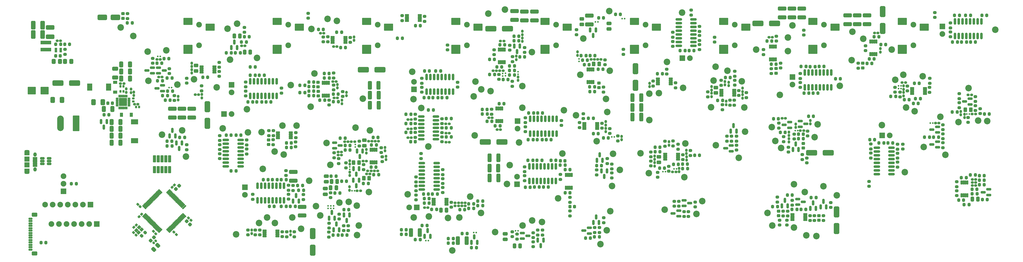
<source format=gts>
G04 #@! TF.GenerationSoftware,KiCad,Pcbnew,(6.0.10)*
G04 #@! TF.CreationDate,2024-12-09T21:13:33+01:00*
G04 #@! TF.ProjectId,3_12_2024_MainBoardMCUwInstruments,335f3132-5f32-4303-9234-5f4d61696e42,rev?*
G04 #@! TF.SameCoordinates,Original*
G04 #@! TF.FileFunction,Soldermask,Top*
G04 #@! TF.FilePolarity,Negative*
%FSLAX46Y46*%
G04 Gerber Fmt 4.6, Leading zero omitted, Abs format (unit mm)*
G04 Created by KiCad (PCBNEW (6.0.10)) date 2024-12-09 21:13:33*
%MOMM*%
%LPD*%
G01*
G04 APERTURE LIST*
G04 Aperture macros list*
%AMRoundRect*
0 Rectangle with rounded corners*
0 $1 Rounding radius*
0 $2 $3 $4 $5 $6 $7 $8 $9 X,Y pos of 4 corners*
0 Add a 4 corners polygon primitive as box body*
4,1,4,$2,$3,$4,$5,$6,$7,$8,$9,$2,$3,0*
0 Add four circle primitives for the rounded corners*
1,1,$1+$1,$2,$3*
1,1,$1+$1,$4,$5*
1,1,$1+$1,$6,$7*
1,1,$1+$1,$8,$9*
0 Add four rect primitives between the rounded corners*
20,1,$1+$1,$2,$3,$4,$5,0*
20,1,$1+$1,$4,$5,$6,$7,0*
20,1,$1+$1,$6,$7,$8,$9,0*
20,1,$1+$1,$8,$9,$2,$3,0*%
G04 Aperture macros list end*
%ADD10RoundRect,0.350000X-0.325000X-1.100000X0.325000X-1.100000X0.325000X1.100000X-0.325000X1.100000X0*%
%ADD11RoundRect,0.100000X-0.125000X0.180000X-0.125000X-0.180000X0.125000X-0.180000X0.125000X0.180000X0*%
%ADD12RoundRect,0.350000X-0.262500X-0.450000X0.262500X-0.450000X0.262500X0.450000X-0.262500X0.450000X0*%
%ADD13C,2.200000*%
%ADD14RoundRect,0.300000X-0.275000X0.200000X-0.275000X-0.200000X0.275000X-0.200000X0.275000X0.200000X0*%
%ADD15RoundRect,0.350000X-0.325000X-0.650000X0.325000X-0.650000X0.325000X0.650000X-0.325000X0.650000X0*%
%ADD16RoundRect,0.100000X-0.180000X-0.125000X0.180000X-0.125000X0.180000X0.125000X-0.180000X0.125000X0*%
%ADD17RoundRect,0.235000X-0.135000X-0.185000X0.135000X-0.185000X0.135000X0.185000X-0.135000X0.185000X0*%
%ADD18RoundRect,0.100000X0.125000X-0.180000X0.125000X0.180000X-0.125000X0.180000X-0.125000X-0.180000X0*%
%ADD19RoundRect,0.325000X-0.250000X0.225000X-0.250000X-0.225000X0.250000X-0.225000X0.250000X0.225000X0*%
%ADD20RoundRect,0.300000X0.275000X-0.200000X0.275000X0.200000X-0.275000X0.200000X-0.275000X-0.200000X0*%
%ADD21RoundRect,0.350000X-0.250000X-0.475000X0.250000X-0.475000X0.250000X0.475000X-0.250000X0.475000X0*%
%ADD22RoundRect,0.300000X-0.200000X-0.275000X0.200000X-0.275000X0.200000X0.275000X-0.200000X0.275000X0*%
%ADD23RoundRect,0.325000X-0.225000X-0.250000X0.225000X-0.250000X0.225000X0.250000X-0.225000X0.250000X0*%
%ADD24RoundRect,0.255000X0.212500X0.155000X-0.212500X0.155000X-0.212500X-0.155000X0.212500X-0.155000X0*%
%ADD25RoundRect,0.255000X0.155000X-0.212500X0.155000X0.212500X-0.155000X0.212500X-0.155000X-0.212500X0*%
%ADD26RoundRect,0.350000X1.100000X-0.325000X1.100000X0.325000X-1.100000X0.325000X-1.100000X-0.325000X0*%
%ADD27RoundRect,0.250000X0.587500X0.150000X-0.587500X0.150000X-0.587500X-0.150000X0.587500X-0.150000X0*%
%ADD28RoundRect,0.255000X-0.155000X0.212500X-0.155000X-0.212500X0.155000X-0.212500X0.155000X0.212500X0*%
%ADD29RoundRect,0.255000X-0.212500X-0.155000X0.212500X-0.155000X0.212500X0.155000X-0.212500X0.155000X0*%
%ADD30RoundRect,0.300000X0.200000X0.275000X-0.200000X0.275000X-0.200000X-0.275000X0.200000X-0.275000X0*%
%ADD31RoundRect,0.325000X0.250000X-0.225000X0.250000X0.225000X-0.250000X0.225000X-0.250000X-0.225000X0*%
%ADD32RoundRect,0.350000X1.100000X-0.412500X1.100000X0.412500X-1.100000X0.412500X-1.100000X-0.412500X0*%
%ADD33RoundRect,0.250000X-0.825000X-0.150000X0.825000X-0.150000X0.825000X0.150000X-0.825000X0.150000X0*%
%ADD34RoundRect,0.250000X0.825000X0.150000X-0.825000X0.150000X-0.825000X-0.150000X0.825000X-0.150000X0*%
%ADD35C,1.900000*%
%ADD36RoundRect,0.100000X-1.400000X-1.100000X1.400000X-1.100000X1.400000X1.100000X-1.400000X1.100000X0*%
%ADD37RoundRect,0.100000X-1.400000X-1.400000X1.400000X-1.400000X1.400000X1.400000X-1.400000X1.400000X0*%
%ADD38RoundRect,0.100000X-0.550000X-0.200000X0.550000X-0.200000X0.550000X0.200000X-0.550000X0.200000X0*%
%ADD39RoundRect,0.350000X-0.550000X1.500000X-0.550000X-1.500000X0.550000X-1.500000X0.550000X1.500000X0*%
%ADD40RoundRect,0.100000X0.180000X0.125000X-0.180000X0.125000X-0.180000X-0.125000X0.180000X-0.125000X0*%
%ADD41RoundRect,0.100000X0.850000X0.850000X-0.850000X0.850000X-0.850000X-0.850000X0.850000X-0.850000X0*%
%ADD42O,1.900000X1.900000*%
%ADD43RoundRect,0.255000X0.259862X-0.040659X-0.040659X0.259862X-0.259862X0.040659X0.040659X-0.259862X0*%
%ADD44RoundRect,0.250000X-0.150000X0.587500X-0.150000X-0.587500X0.150000X-0.587500X0.150000X0.587500X0*%
%ADD45RoundRect,0.350000X-0.475000X0.250000X-0.475000X-0.250000X0.475000X-0.250000X0.475000X0.250000X0*%
%ADD46RoundRect,0.350000X0.262500X0.450000X-0.262500X0.450000X-0.262500X-0.450000X0.262500X-0.450000X0*%
%ADD47RoundRect,0.100000X0.200000X-0.550000X0.200000X0.550000X-0.200000X0.550000X-0.200000X-0.550000X0*%
%ADD48RoundRect,0.225000X-0.425000X0.125000X-0.425000X-0.125000X0.425000X-0.125000X0.425000X0.125000X0*%
%ADD49RoundRect,0.350000X-0.600000X0.350000X-0.600000X-0.350000X0.600000X-0.350000X0.600000X0.350000X0*%
%ADD50RoundRect,0.350000X1.500000X0.550000X-1.500000X0.550000X-1.500000X-0.550000X1.500000X-0.550000X0*%
%ADD51RoundRect,0.350000X0.325000X0.650000X-0.325000X0.650000X-0.325000X-0.650000X0.325000X-0.650000X0*%
%ADD52RoundRect,0.250000X-0.587500X-0.150000X0.587500X-0.150000X0.587500X0.150000X-0.587500X0.150000X0*%
%ADD53RoundRect,0.250000X-0.150000X0.825000X-0.150000X-0.825000X0.150000X-0.825000X0.150000X0.825000X0*%
%ADD54RoundRect,0.350000X0.412500X1.100000X-0.412500X1.100000X-0.412500X-1.100000X0.412500X-1.100000X0*%
%ADD55RoundRect,0.250000X0.150000X-0.587500X0.150000X0.587500X-0.150000X0.587500X-0.150000X-0.587500X0*%
%ADD56RoundRect,0.350000X0.250000X0.475000X-0.250000X0.475000X-0.250000X-0.475000X0.250000X-0.475000X0*%
%ADD57RoundRect,0.100000X-0.850000X-0.850000X0.850000X-0.850000X0.850000X0.850000X-0.850000X0.850000X0*%
%ADD58RoundRect,0.100000X-0.200000X0.550000X-0.200000X-0.550000X0.200000X-0.550000X0.200000X0.550000X0*%
%ADD59RoundRect,0.325000X-0.017678X0.335876X-0.335876X0.017678X0.017678X-0.335876X0.335876X-0.017678X0*%
%ADD60RoundRect,0.350000X0.325000X1.100000X-0.325000X1.100000X-0.325000X-1.100000X0.325000X-1.100000X0*%
%ADD61RoundRect,0.350000X-0.337500X-0.475000X0.337500X-0.475000X0.337500X0.475000X-0.337500X0.475000X0*%
%ADD62RoundRect,0.350000X-1.100000X0.325000X-1.100000X-0.325000X1.100000X-0.325000X1.100000X0.325000X0*%
%ADD63RoundRect,0.100000X-0.600000X0.450000X-0.600000X-0.450000X0.600000X-0.450000X0.600000X0.450000X0*%
%ADD64RoundRect,0.100000X-0.850000X0.850000X-0.850000X-0.850000X0.850000X-0.850000X0.850000X0.850000X0*%
%ADD65RoundRect,0.100000X0.850000X-0.850000X0.850000X0.850000X-0.850000X0.850000X-0.850000X-0.850000X0*%
%ADD66RoundRect,0.350000X-0.412500X-0.650000X0.412500X-0.650000X0.412500X0.650000X-0.412500X0.650000X0*%
%ADD67RoundRect,0.100000X-0.355600X-0.114300X0.355600X-0.114300X0.355600X0.114300X-0.355600X0.114300X0*%
%ADD68RoundRect,0.250000X-0.512500X-0.150000X0.512500X-0.150000X0.512500X0.150000X-0.512500X0.150000X0*%
%ADD69RoundRect,0.100000X-0.750000X-1.100000X0.750000X-1.100000X0.750000X1.100000X-0.750000X1.100000X0*%
%ADD70RoundRect,0.255000X-0.259862X0.040659X0.040659X-0.259862X0.259862X-0.040659X-0.040659X0.259862X0*%
%ADD71RoundRect,0.100000X-1.100000X0.750000X-1.100000X-0.750000X1.100000X-0.750000X1.100000X0.750000X0*%
%ADD72RoundRect,0.235000X0.135000X0.185000X-0.135000X0.185000X-0.135000X-0.185000X0.135000X-0.185000X0*%
%ADD73RoundRect,0.100000X1.700000X-0.490000X1.700000X0.490000X-1.700000X0.490000X-1.700000X-0.490000X0*%
%ADD74RoundRect,0.350000X0.475000X-0.250000X0.475000X0.250000X-0.475000X0.250000X-0.475000X-0.250000X0*%
%ADD75RoundRect,0.255000X-0.040659X-0.259862X0.259862X0.040659X0.040659X0.259862X-0.259862X-0.040659X0*%
%ADD76RoundRect,0.100000X0.550000X0.200000X-0.550000X0.200000X-0.550000X-0.200000X0.550000X-0.200000X0*%
%ADD77RoundRect,0.325000X0.225000X0.250000X-0.225000X0.250000X-0.225000X-0.250000X0.225000X-0.250000X0*%
%ADD78RoundRect,0.350000X0.550000X-1.500000X0.550000X1.500000X-0.550000X1.500000X-0.550000X-1.500000X0*%
%ADD79RoundRect,0.350000X-0.650000X0.325000X-0.650000X-0.325000X0.650000X-0.325000X0.650000X0.325000X0*%
%ADD80RoundRect,0.235000X-0.185000X0.135000X-0.185000X-0.135000X0.185000X-0.135000X0.185000X0.135000X0*%
%ADD81RoundRect,0.325000X-0.335876X-0.017678X-0.017678X-0.335876X0.335876X0.017678X0.017678X0.335876X0*%
%ADD82RoundRect,0.255000X0.040659X0.259862X-0.259862X-0.040659X-0.040659X-0.259862X0.259862X0.040659X0*%
%ADD83RoundRect,0.350000X-1.500000X-0.550000X1.500000X-0.550000X1.500000X0.550000X-1.500000X0.550000X0*%
%ADD84RoundRect,0.100000X0.375000X-1.050000X0.375000X1.050000X-0.375000X1.050000X-0.375000X-1.050000X0*%
%ADD85RoundRect,0.350000X-0.450000X0.262500X-0.450000X-0.262500X0.450000X-0.262500X0.450000X0.262500X0*%
%ADD86RoundRect,0.250000X0.150000X-0.825000X0.150000X0.825000X-0.150000X0.825000X-0.150000X-0.825000X0*%
%ADD87RoundRect,0.100000X0.450000X0.600000X-0.450000X0.600000X-0.450000X-0.600000X0.450000X-0.600000X0*%
%ADD88RoundRect,0.350000X0.450000X-0.262500X0.450000X0.262500X-0.450000X0.262500X-0.450000X-0.262500X0*%
%ADD89RoundRect,0.350000X-0.159099X0.512652X-0.512652X0.159099X0.159099X-0.512652X0.512652X-0.159099X0*%
%ADD90RoundRect,0.100000X1.250000X1.150000X-1.250000X1.150000X-1.250000X-1.150000X1.250000X-1.150000X0*%
%ADD91RoundRect,0.350000X0.337500X0.475000X-0.337500X0.475000X-0.337500X-0.475000X0.337500X-0.475000X0*%
%ADD92RoundRect,0.300000X0.053033X-0.335876X0.335876X-0.053033X-0.053033X0.335876X-0.335876X0.053033X0*%
%ADD93RoundRect,0.100000X-0.675000X0.200000X-0.675000X-0.200000X0.675000X-0.200000X0.675000X0.200000X0*%
%ADD94O,1.750000X1.090000*%
%ADD95RoundRect,0.100000X-0.775000X0.750000X-0.775000X-0.750000X0.775000X-0.750000X0.775000X0.750000X0*%
%ADD96O,1.150000X1.450000*%
%ADD97RoundRect,0.100000X-0.775000X0.600000X-0.775000X-0.600000X0.775000X-0.600000X0.775000X0.600000X0*%
%ADD98RoundRect,0.247500X0.017678X-0.226274X0.226274X-0.017678X-0.017678X0.226274X-0.226274X0.017678X0*%
%ADD99RoundRect,0.100000X-1.010000X-2.510000X1.010000X-2.510000X1.010000X2.510000X-1.010000X2.510000X0*%
%ADD100O,2.220000X5.220000*%
%ADD101RoundRect,0.350000X1.250000X0.550000X-1.250000X0.550000X-1.250000X-0.550000X1.250000X-0.550000X0*%
%ADD102RoundRect,0.325000X0.017678X-0.335876X0.335876X-0.017678X-0.017678X0.335876X-0.335876X0.017678X0*%
%ADD103RoundRect,0.162500X-0.325000X-0.062500X0.325000X-0.062500X0.325000X0.062500X-0.325000X0.062500X0*%
%ADD104RoundRect,0.162500X-0.062500X-0.325000X0.062500X-0.325000X0.062500X0.325000X-0.062500X0.325000X0*%
%ADD105RoundRect,0.100000X-1.225000X-1.225000X1.225000X-1.225000X1.225000X1.225000X-1.225000X1.225000X0*%
%ADD106RoundRect,0.175000X-0.441942X-0.548008X0.548008X0.441942X0.441942X0.548008X-0.548008X-0.441942X0*%
%ADD107RoundRect,0.175000X0.441942X-0.548008X0.548008X-0.441942X-0.441942X0.548008X-0.548008X0.441942X0*%
%ADD108RoundRect,0.100000X0.035355X0.601041X-0.601041X-0.035355X-0.035355X-0.601041X0.601041X0.035355X0*%
G04 APERTURE END LIST*
D10*
X193450000Y-206775000D03*
X196400000Y-206775000D03*
D11*
X208520000Y-151365000D03*
X208520000Y-150525000D03*
D12*
X158451119Y-180511119D03*
X160276119Y-180511119D03*
D13*
X178680000Y-199010000D03*
D14*
X273200000Y-193812500D03*
X273200000Y-195462500D03*
D15*
X77150000Y-171500000D03*
X80100000Y-171500000D03*
D16*
X307682500Y-169730000D03*
X306842500Y-169730000D03*
D17*
X85322500Y-161800000D03*
X86342500Y-161800000D03*
D18*
X209490000Y-150492500D03*
X209490000Y-151332500D03*
D19*
X300415000Y-148887500D03*
X300415000Y-150437500D03*
D20*
X282356250Y-162712500D03*
X282356250Y-161062500D03*
D13*
X339290000Y-142530000D03*
D21*
X366349500Y-192770500D03*
X368249500Y-192770500D03*
D14*
X243644000Y-179206250D03*
X243644000Y-180856250D03*
D22*
X220065000Y-179766231D03*
X221715000Y-179766231D03*
D23*
X227895000Y-179885000D03*
X229445000Y-179885000D03*
D20*
X122935392Y-204857500D03*
X122935392Y-203207500D03*
D24*
X367482000Y-186180500D03*
X366347000Y-186180500D03*
D25*
X259577500Y-181662500D03*
X259577500Y-180527500D03*
D26*
X100775000Y-165375000D03*
X100775000Y-162425000D03*
D13*
X197600000Y-191970000D03*
D27*
X94222500Y-156460000D03*
X94222500Y-154560000D03*
X92347500Y-155510000D03*
D14*
X174790000Y-131105000D03*
X174790000Y-132755000D03*
D28*
X289136250Y-155470000D03*
X289136250Y-156605000D03*
D29*
X155456119Y-173531119D03*
X156591119Y-173531119D03*
D30*
X213985000Y-138002500D03*
X212335000Y-138002500D03*
D31*
X146520000Y-158068750D03*
X146520000Y-156518750D03*
D14*
X341229000Y-180374000D03*
X341229000Y-182024000D03*
D30*
X183925000Y-149700000D03*
X182275000Y-149700000D03*
D22*
X268985000Y-180990000D03*
X270635000Y-180990000D03*
X121712500Y-138150000D03*
X123362500Y-138150000D03*
D20*
X367400000Y-163002500D03*
X367400000Y-161352500D03*
D13*
X145300000Y-150560000D03*
D29*
X120795000Y-141275000D03*
X121930000Y-141275000D03*
D14*
X153443619Y-179186119D03*
X153443619Y-180836119D03*
D11*
X158973619Y-175261119D03*
X158973619Y-174421119D03*
D22*
X366269500Y-189460500D03*
X367919500Y-189460500D03*
D20*
X155873619Y-182296119D03*
X155873619Y-180646119D03*
D23*
X75875000Y-160550000D03*
X77425000Y-160550000D03*
D14*
X113250000Y-149867500D03*
X113250000Y-151517500D03*
D22*
X237905000Y-144500000D03*
X239555000Y-144500000D03*
D20*
X318750000Y-195625000D03*
X318750000Y-193975000D03*
X113439500Y-176137750D03*
X113439500Y-174487750D03*
D32*
X56500000Y-138162500D03*
X56500000Y-135037500D03*
D13*
X221762500Y-200525000D03*
X132025000Y-200812400D03*
X313980000Y-205275000D03*
X209300000Y-129075000D03*
X183525392Y-175136119D03*
D10*
X204100000Y-182350000D03*
X207050000Y-182350000D03*
D33*
X267715000Y-132377500D03*
X267715000Y-133647500D03*
X267715000Y-134917500D03*
X267715000Y-136187500D03*
X267715000Y-137457500D03*
X267715000Y-138727500D03*
X267715000Y-139997500D03*
X267715000Y-141267500D03*
X272665000Y-141267500D03*
X272665000Y-139997500D03*
X272665000Y-138727500D03*
X272665000Y-137457500D03*
X272665000Y-136187500D03*
X272665000Y-134917500D03*
X272665000Y-133647500D03*
X272665000Y-132377500D03*
D28*
X213110000Y-144735000D03*
X213110000Y-145870000D03*
D30*
X201819608Y-194997370D03*
X200169608Y-194997370D03*
D27*
X267685000Y-198567500D03*
X267685000Y-196667500D03*
X265810000Y-197617500D03*
D22*
X359615000Y-163520000D03*
X361265000Y-163520000D03*
X115614500Y-171312750D03*
X117264500Y-171312750D03*
D13*
X143990000Y-161760000D03*
D14*
X151700000Y-154408750D03*
X151700000Y-156058750D03*
D13*
X275620000Y-193497500D03*
D14*
X181375000Y-152175000D03*
X181375000Y-153825000D03*
D20*
X136567500Y-192800000D03*
X136567500Y-191150000D03*
D25*
X311875000Y-167482500D03*
X311875000Y-166347500D03*
D13*
X346930000Y-163230000D03*
D34*
X120454500Y-181772750D03*
X120454500Y-180502750D03*
X120454500Y-179232750D03*
X120454500Y-177962750D03*
X120454500Y-176692750D03*
X120454500Y-175422750D03*
X120454500Y-174152750D03*
X120454500Y-172882750D03*
X115504500Y-172882750D03*
X115504500Y-174152750D03*
X115504500Y-175422750D03*
X115504500Y-176692750D03*
X115504500Y-177962750D03*
X115504500Y-179232750D03*
X115504500Y-180502750D03*
X115504500Y-181772750D03*
D11*
X234190000Y-146470000D03*
X234190000Y-145630000D03*
D35*
X346500000Y-134100000D03*
X346500000Y-141100000D03*
D36*
X350200000Y-135000000D03*
X342800000Y-133000000D03*
D37*
X342800000Y-142400000D03*
D38*
X305915000Y-197875000D03*
X305915000Y-198525000D03*
X305915000Y-199175000D03*
X305915000Y-199825000D03*
X310215000Y-199825000D03*
X310215000Y-199175000D03*
X310215000Y-198525000D03*
X310215000Y-197875000D03*
D28*
X104050000Y-147050000D03*
X104050000Y-148185000D03*
D30*
X138832500Y-195275000D03*
X137182500Y-195275000D03*
D20*
X122489500Y-174587750D03*
X122489500Y-172937750D03*
D25*
X152960000Y-155411250D03*
X152960000Y-154276250D03*
D30*
X94215000Y-153015000D03*
X92565000Y-153015000D03*
D13*
X273610000Y-197797500D03*
D30*
X201819608Y-193472370D03*
X200169608Y-193472370D03*
D39*
X253135000Y-148965000D03*
X253135000Y-154565000D03*
D22*
X298770000Y-147407500D03*
X300420000Y-147407500D03*
D29*
X194777108Y-195062370D03*
X195912108Y-195062370D03*
D22*
X268155000Y-142802500D03*
X269805000Y-142802500D03*
D20*
X242463750Y-200727500D03*
X242463750Y-199077500D03*
D14*
X220337500Y-203225000D03*
X220337500Y-204875000D03*
D24*
X166541119Y-183281119D03*
X165406119Y-183281119D03*
D20*
X129925000Y-171430000D03*
X129925000Y-169780000D03*
D40*
X96457500Y-155260000D03*
X97297500Y-155260000D03*
D41*
X213350000Y-187800000D03*
D42*
X213350000Y-185260000D03*
D13*
X302077500Y-175650000D03*
D22*
X189600000Y-171913489D03*
X191250000Y-171913489D03*
D43*
X91951283Y-204476283D03*
X91148717Y-203673717D03*
D44*
X160283619Y-182533619D03*
X158383619Y-182533619D03*
X159333619Y-184408619D03*
D22*
X364072500Y-130972500D03*
X365722500Y-130972500D03*
D13*
X263765000Y-146655000D03*
D20*
X98231250Y-159610000D03*
X98231250Y-157960000D03*
D14*
X157321250Y-138400000D03*
X157321250Y-140050000D03*
D38*
X346100000Y-155435000D03*
X346100000Y-156085000D03*
X346100000Y-156735000D03*
X346100000Y-157385000D03*
X350400000Y-157385000D03*
X350400000Y-156735000D03*
X350400000Y-156085000D03*
X350400000Y-155435000D03*
D40*
X182730000Y-206775000D03*
X183570000Y-206775000D03*
D22*
X280766250Y-159617500D03*
X282416250Y-159617500D03*
D13*
X218360000Y-143347500D03*
D29*
X298002500Y-138370000D03*
X299137500Y-138370000D03*
D22*
X190275000Y-207650000D03*
X191925000Y-207650000D03*
D43*
X85316271Y-204874216D03*
X84513705Y-204071650D03*
D45*
X149233619Y-185088619D03*
X149233619Y-186988619D03*
D13*
X343623500Y-183696000D03*
D14*
X233320000Y-135825000D03*
X233320000Y-137475000D03*
X134200000Y-155475000D03*
X134200000Y-157125000D03*
D20*
X150175000Y-161138750D03*
X150175000Y-159488750D03*
D13*
X305925000Y-134375000D03*
D20*
X298805000Y-150550000D03*
X298805000Y-148900000D03*
D30*
X142052500Y-154485000D03*
X140402500Y-154485000D03*
D22*
X240775000Y-131850000D03*
X242425000Y-131850000D03*
D28*
X104050000Y-149275000D03*
X104050000Y-150410000D03*
D46*
X163676119Y-185781119D03*
X161851119Y-185781119D03*
D30*
X362022500Y-130972500D03*
X360372500Y-130972500D03*
D25*
X158571250Y-139392500D03*
X158571250Y-138257500D03*
D20*
X316350000Y-200000000D03*
X316350000Y-198350000D03*
D47*
X207305000Y-146772500D03*
X207955000Y-146772500D03*
X208605000Y-146772500D03*
X209255000Y-146772500D03*
X209255000Y-142472500D03*
X208605000Y-142472500D03*
X207955000Y-142472500D03*
X207305000Y-142472500D03*
D30*
X363392000Y-193098000D03*
X361742000Y-193098000D03*
D20*
X352000000Y-156860000D03*
X352000000Y-155210000D03*
D22*
X174475000Y-203150000D03*
X176125000Y-203150000D03*
D29*
X58832500Y-139500000D03*
X59967500Y-139500000D03*
D13*
X241363750Y-207977500D03*
D20*
X138985000Y-172135000D03*
X138985000Y-170485000D03*
D14*
X240134000Y-182976250D03*
X240134000Y-184626250D03*
D20*
X188125000Y-167413489D03*
X188125000Y-165763489D03*
D30*
X220845000Y-188766231D03*
X219195000Y-188766231D03*
D18*
X157143619Y-181971119D03*
X157143619Y-182811119D03*
D20*
X356419500Y-175504750D03*
X356419500Y-173854750D03*
D22*
X350294500Y-171929750D03*
X351944500Y-171929750D03*
D30*
X218685000Y-179776231D03*
X217035000Y-179776231D03*
D20*
X342025000Y-158435000D03*
X342025000Y-156785000D03*
D30*
X300900000Y-195325000D03*
X299250000Y-195325000D03*
D13*
X349680000Y-151490000D03*
D29*
X153226119Y-176991119D03*
X154361119Y-176991119D03*
D30*
X153295000Y-159993750D03*
X151645000Y-159993750D03*
D20*
X138485392Y-205457500D03*
X138485392Y-203807500D03*
X107400000Y-156367500D03*
X107400000Y-154717500D03*
D22*
X155598619Y-176301119D03*
X157248619Y-176301119D03*
D20*
X179125000Y-172038489D03*
X179125000Y-170388489D03*
D30*
X183819608Y-192622370D03*
X182169608Y-192622370D03*
D13*
X243677500Y-163542500D03*
X163893750Y-169718619D03*
D30*
X63000000Y-140700000D03*
X61350000Y-140700000D03*
D29*
X308562500Y-169730000D03*
X309697500Y-169730000D03*
D24*
X94107500Y-151765000D03*
X92972500Y-151765000D03*
D13*
X316280000Y-188475000D03*
D14*
X271577500Y-176465000D03*
X271577500Y-178115000D03*
D13*
X99222500Y-154260000D03*
D30*
X65255000Y-187590000D03*
X63605000Y-187590000D03*
X101670625Y-172087500D03*
X100020625Y-172087500D03*
D48*
X49862500Y-199387500D03*
X49862500Y-200187500D03*
X49862500Y-200987500D03*
X49862500Y-201787500D03*
X49862500Y-202587500D03*
X49862500Y-203387500D03*
X49862500Y-204187500D03*
X49862500Y-204987500D03*
X49862500Y-205787500D03*
X49862500Y-206587500D03*
X49862500Y-207387500D03*
X49862500Y-208187500D03*
X49862500Y-208987500D03*
X49862500Y-209787500D03*
D49*
X51262500Y-211087500D03*
X51262500Y-198087500D03*
D13*
X119337500Y-133812500D03*
D33*
X181399608Y-180682370D03*
X181399608Y-181952370D03*
X181399608Y-183222370D03*
X181399608Y-184492370D03*
X181399608Y-185762370D03*
X181399608Y-187032370D03*
X181399608Y-188302370D03*
X181399608Y-189572370D03*
X186349608Y-189572370D03*
X186349608Y-188302370D03*
X186349608Y-187032370D03*
X186349608Y-185762370D03*
X186349608Y-184492370D03*
X186349608Y-183222370D03*
X186349608Y-181952370D03*
X186349608Y-180682370D03*
D22*
X235345000Y-146040000D03*
X236995000Y-146040000D03*
D50*
X64725000Y-153775000D03*
X59125000Y-153775000D03*
D27*
X285366250Y-176667500D03*
X285366250Y-174767500D03*
X283491250Y-175717500D03*
D22*
X207565000Y-140872500D03*
X209215000Y-140872500D03*
D51*
X83275000Y-147500000D03*
X80325000Y-147500000D03*
D15*
X77150000Y-166900000D03*
X80100000Y-166900000D03*
D30*
X186750000Y-158700000D03*
X185100000Y-158700000D03*
D29*
X240442500Y-145840000D03*
X241577500Y-145840000D03*
D13*
X218462500Y-200000000D03*
D52*
X269500000Y-193187500D03*
X269500000Y-195087500D03*
X271375000Y-194137500D03*
D29*
X105207500Y-157625000D03*
X106342500Y-157625000D03*
X159626119Y-190021119D03*
X160761119Y-190021119D03*
D21*
X121837500Y-143325000D03*
X123737500Y-143325000D03*
D53*
X191820000Y-151725000D03*
X190550000Y-151725000D03*
X189280000Y-151725000D03*
X188010000Y-151725000D03*
X186740000Y-151725000D03*
X185470000Y-151725000D03*
X184200000Y-151725000D03*
X182930000Y-151725000D03*
X182930000Y-156675000D03*
X184200000Y-156675000D03*
X185470000Y-156675000D03*
X186740000Y-156675000D03*
X188010000Y-156675000D03*
X189280000Y-156675000D03*
X190550000Y-156675000D03*
X191820000Y-156675000D03*
D13*
X190150000Y-199110000D03*
X288842500Y-153212500D03*
D53*
X369377500Y-133002500D03*
X368107500Y-133002500D03*
X366837500Y-133002500D03*
X365567500Y-133002500D03*
X364297500Y-133002500D03*
X363027500Y-133002500D03*
X361757500Y-133002500D03*
X360487500Y-133002500D03*
X360487500Y-137952500D03*
X361757500Y-137952500D03*
X363027500Y-137952500D03*
X364297500Y-137952500D03*
X365567500Y-137952500D03*
X366837500Y-137952500D03*
X368107500Y-137952500D03*
X369377500Y-137952500D03*
D14*
X205670000Y-142557500D03*
X205670000Y-144207500D03*
D30*
X180875000Y-134470000D03*
X179225000Y-134470000D03*
D29*
X206662500Y-169440000D03*
X207797500Y-169440000D03*
D14*
X301625000Y-199875000D03*
X301625000Y-201525000D03*
D13*
X280081250Y-148265000D03*
D54*
X53962500Y-134250000D03*
X50837500Y-134250000D03*
D22*
X210835000Y-149502500D03*
X212485000Y-149502500D03*
D13*
X340480000Y-152660000D03*
D20*
X242400000Y-156795000D03*
X242400000Y-155145000D03*
D13*
X95522500Y-142760000D03*
D38*
X151385000Y-138235000D03*
X151385000Y-138885000D03*
X151385000Y-139535000D03*
X151385000Y-140185000D03*
X155685000Y-140185000D03*
X155685000Y-139535000D03*
X155685000Y-138885000D03*
X155685000Y-138235000D03*
D22*
X128092500Y-186300000D03*
X129742500Y-186300000D03*
D18*
X149830000Y-195112500D03*
X149830000Y-195952500D03*
D20*
X361097000Y-191643000D03*
X361097000Y-189993000D03*
D30*
X272825000Y-142802500D03*
X271175000Y-142802500D03*
D24*
X190567500Y-167513489D03*
X189432500Y-167513489D03*
D20*
X305825000Y-194850000D03*
X305825000Y-193200000D03*
D13*
X297500000Y-197465000D03*
D55*
X239013750Y-200650000D03*
X240913750Y-200650000D03*
X239963750Y-198775000D03*
D30*
X217795000Y-188776231D03*
X216145000Y-188776231D03*
D22*
X311832500Y-148222500D03*
X313482500Y-148222500D03*
D13*
X304375000Y-138450000D03*
D39*
X320700400Y-197098000D03*
X320700400Y-202698000D03*
D14*
X301955000Y-147057500D03*
X301955000Y-148707500D03*
D22*
X366274500Y-190980500D03*
X367924500Y-190980500D03*
D25*
X259577500Y-179432500D03*
X259577500Y-178297500D03*
D22*
X181924608Y-191102370D03*
X183574608Y-191102370D03*
D47*
X229795000Y-188960000D03*
X230445000Y-188960000D03*
X231095000Y-188960000D03*
X231745000Y-188960000D03*
X231745000Y-184660000D03*
X231095000Y-184660000D03*
X230445000Y-184660000D03*
X229795000Y-184660000D03*
D25*
X284446250Y-154645000D03*
X284446250Y-153510000D03*
D13*
X269950000Y-174100000D03*
D30*
X313850000Y-192275000D03*
X312200000Y-192275000D03*
X310425000Y-196275000D03*
X308775000Y-196275000D03*
D13*
X233177500Y-164642500D03*
D56*
X214412500Y-208550000D03*
X212512500Y-208550000D03*
D13*
X365120000Y-155480000D03*
D38*
X128555392Y-203347500D03*
X128555392Y-203997500D03*
X128555392Y-204647500D03*
X128555392Y-205297500D03*
X132855392Y-205297500D03*
X132855392Y-204647500D03*
X132855392Y-203997500D03*
X132855392Y-203347500D03*
D13*
X320830000Y-191525000D03*
D20*
X143150000Y-131925000D03*
X143150000Y-130275000D03*
D30*
X165978619Y-182031119D03*
X164328619Y-182031119D03*
D25*
X363700000Y-165370000D03*
X363700000Y-164235000D03*
D13*
X260995000Y-157135000D03*
X94050000Y-171100000D03*
X243280000Y-159060000D03*
D22*
X155177892Y-196362630D03*
X156827892Y-196362630D03*
D13*
X139245000Y-168070000D03*
X178150000Y-149950000D03*
D57*
X117450000Y-154365000D03*
D42*
X117450000Y-156905000D03*
D30*
X307400000Y-196275000D03*
X305750000Y-196275000D03*
D58*
X334055000Y-139755000D03*
X333405000Y-139755000D03*
X332755000Y-139755000D03*
X332105000Y-139755000D03*
X332105000Y-144055000D03*
X332755000Y-144055000D03*
X333405000Y-144055000D03*
X334055000Y-144055000D03*
D13*
X243463750Y-203277500D03*
D14*
X267707500Y-193542500D03*
X267707500Y-195192500D03*
D25*
X343275000Y-158052500D03*
X343275000Y-156917500D03*
D44*
X160263619Y-186453619D03*
X158363619Y-186453619D03*
X159313619Y-188328619D03*
D20*
X304075000Y-201525000D03*
X304075000Y-199875000D03*
D25*
X335450000Y-143317500D03*
X335450000Y-142182500D03*
D20*
X361925000Y-162027500D03*
X361925000Y-160377500D03*
D22*
X369535000Y-130970000D03*
X371185000Y-130970000D03*
D13*
X321818000Y-154686000D03*
D20*
X215860000Y-143467500D03*
X215860000Y-141817500D03*
D22*
X139972500Y-189865000D03*
X141622500Y-189865000D03*
X139632500Y-188235000D03*
X141282500Y-188235000D03*
D35*
X256500000Y-134100000D03*
X256500000Y-141100000D03*
D36*
X260200000Y-135000000D03*
X252800000Y-133000000D03*
D37*
X252800000Y-142400000D03*
D59*
X91373008Y-205651992D03*
X90276992Y-206748008D03*
D20*
X269037500Y-179535000D03*
X269037500Y-177885000D03*
D22*
X331715000Y-145640000D03*
X333365000Y-145640000D03*
D20*
X341229000Y-175994000D03*
X341229000Y-174344000D03*
D13*
X80160000Y-135050000D03*
D52*
X307677500Y-192800000D03*
X307677500Y-194700000D03*
X309552500Y-193750000D03*
D22*
X265935000Y-181130000D03*
X267585000Y-181130000D03*
D13*
X198810000Y-158285000D03*
D20*
X154780000Y-158288750D03*
X154780000Y-156638750D03*
D14*
X141557500Y-191300000D03*
X141557500Y-192950000D03*
D22*
X259752500Y-175350000D03*
X261402500Y-175350000D03*
D20*
X302775000Y-198475000D03*
X302775000Y-196825000D03*
D13*
X293750000Y-142500000D03*
X299100000Y-201695000D03*
D60*
X166850000Y-161225000D03*
X163900000Y-161225000D03*
D20*
X134455392Y-205437500D03*
X134455392Y-203787500D03*
D30*
X124550000Y-160150000D03*
X122900000Y-160150000D03*
D20*
X231140000Y-193880000D03*
X231140000Y-192230000D03*
X290416250Y-158662500D03*
X290416250Y-157012500D03*
X264340000Y-183425000D03*
X264340000Y-181775000D03*
D26*
X97525000Y-165375000D03*
X97525000Y-162425000D03*
D22*
X234875000Y-144500000D03*
X236525000Y-144500000D03*
D13*
X210900000Y-181400000D03*
X304380000Y-142972500D03*
D27*
X354632000Y-175354750D03*
X354632000Y-173454750D03*
X352757000Y-174404750D03*
D13*
X355600000Y-165100000D03*
D20*
X353780000Y-131705000D03*
X353780000Y-130055000D03*
D61*
X61500000Y-146450000D03*
X63575000Y-146450000D03*
D22*
X207345000Y-160690000D03*
X208995000Y-160690000D03*
D21*
X150723619Y-188968619D03*
X152623619Y-188968619D03*
D13*
X214000000Y-173775000D03*
D14*
X331675000Y-186850000D03*
X331675000Y-188500000D03*
D29*
X364932500Y-157752500D03*
X366067500Y-157752500D03*
D13*
X137800000Y-198975000D03*
D25*
X99481250Y-159402500D03*
X99481250Y-158267500D03*
X283186250Y-154375000D03*
X283186250Y-153240000D03*
D62*
X305750000Y-128700000D03*
X305750000Y-131650000D03*
D40*
X262380000Y-183600000D03*
X263220000Y-183600000D03*
D30*
X339636500Y-173954000D03*
X337986500Y-173954000D03*
D20*
X364947200Y-166991800D03*
X364947200Y-165341800D03*
D22*
X208700000Y-152552500D03*
X210350000Y-152552500D03*
D20*
X121787500Y-136687500D03*
X121787500Y-135037500D03*
D35*
X286500000Y-141100000D03*
X286500000Y-134100000D03*
D36*
X290200000Y-135000000D03*
X282800000Y-133000000D03*
D37*
X282800000Y-142400000D03*
D53*
X132620000Y-153150000D03*
X131350000Y-153150000D03*
X130080000Y-153150000D03*
X128810000Y-153150000D03*
X127540000Y-153150000D03*
X126270000Y-153150000D03*
X125000000Y-153150000D03*
X123730000Y-153150000D03*
X123730000Y-158100000D03*
X125000000Y-158100000D03*
X126270000Y-158100000D03*
X127540000Y-158100000D03*
X128810000Y-158100000D03*
X130080000Y-158100000D03*
X131350000Y-158100000D03*
X132620000Y-158100000D03*
D19*
X129915000Y-172880000D03*
X129915000Y-174430000D03*
D30*
X157258619Y-174781119D03*
X155608619Y-174781119D03*
D13*
X134525000Y-168050000D03*
D30*
X145062500Y-153415000D03*
X143412500Y-153415000D03*
D20*
X160318750Y-174936119D03*
X160318750Y-173286119D03*
D28*
X264412500Y-173512500D03*
X264412500Y-174647500D03*
D20*
X249090000Y-144075000D03*
X249090000Y-142425000D03*
D30*
X333526500Y-172774000D03*
X331876500Y-172774000D03*
D63*
X78300000Y-153500000D03*
X78300000Y-156800000D03*
D20*
X150190000Y-202545000D03*
X150190000Y-200895000D03*
D64*
X72170000Y-201200000D03*
D42*
X69630000Y-201200000D03*
X67090000Y-201200000D03*
X64550000Y-201200000D03*
X62010000Y-201200000D03*
X59470000Y-201200000D03*
X56930000Y-201200000D03*
D41*
X178750000Y-155900000D03*
D42*
X178750000Y-153360000D03*
D20*
X279720000Y-139995000D03*
X279720000Y-138345000D03*
D30*
X310462500Y-148202500D03*
X308812500Y-148202500D03*
D14*
X191234608Y-193867370D03*
X191234608Y-195517370D03*
D47*
X148125000Y-157973750D03*
X148775000Y-157973750D03*
X149425000Y-157973750D03*
X150075000Y-157973750D03*
X150075000Y-153673750D03*
X149425000Y-153673750D03*
X148775000Y-153673750D03*
X148125000Y-153673750D03*
D22*
X58375000Y-140700000D03*
X60025000Y-140700000D03*
D65*
X268900000Y-145397500D03*
D42*
X271440000Y-145397500D03*
D66*
X71037500Y-160200000D03*
X74162500Y-160200000D03*
D44*
X239850000Y-135912500D03*
X237950000Y-135912500D03*
X238900000Y-137787500D03*
D30*
X84065000Y-133520000D03*
X82415000Y-133520000D03*
D22*
X120762500Y-140000000D03*
X122412500Y-140000000D03*
D50*
X167325000Y-149275000D03*
X161725000Y-149275000D03*
D67*
X58389837Y-142155474D03*
X58389837Y-142655600D03*
X58389837Y-143155726D03*
X59990037Y-143155726D03*
X59990037Y-142655600D03*
X59990037Y-142155474D03*
D62*
X309025000Y-128700000D03*
X309025000Y-131650000D03*
D22*
X338925000Y-158285000D03*
X340575000Y-158285000D03*
X201697500Y-164185000D03*
X203347500Y-164185000D03*
X153948619Y-172281119D03*
X155598619Y-172281119D03*
D47*
X164128619Y-180471119D03*
X164778619Y-180471119D03*
X165428619Y-180471119D03*
X166078619Y-180471119D03*
X166078619Y-176171119D03*
X165428619Y-176171119D03*
X164778619Y-176171119D03*
X164128619Y-176171119D03*
D22*
X134142500Y-186275000D03*
X135792500Y-186275000D03*
D24*
X190592500Y-170638489D03*
X189457500Y-170638489D03*
D27*
X304995000Y-168807500D03*
X304995000Y-166907500D03*
X303120000Y-167857500D03*
D30*
X238008750Y-205922500D03*
X236358750Y-205922500D03*
D53*
X226365000Y-181791231D03*
X225095000Y-181791231D03*
X223825000Y-181791231D03*
X222555000Y-181791231D03*
X221285000Y-181791231D03*
X220015000Y-181791231D03*
X218745000Y-181791231D03*
X217475000Y-181791231D03*
X217475000Y-186741231D03*
X218745000Y-186741231D03*
X220015000Y-186741231D03*
X221285000Y-186741231D03*
X222555000Y-186741231D03*
X223825000Y-186741231D03*
X225095000Y-186741231D03*
X226365000Y-186741231D03*
D28*
X157113619Y-183731119D03*
X157113619Y-184866119D03*
D22*
X118712500Y-143600000D03*
X120362500Y-143600000D03*
D29*
X176682500Y-169138489D03*
X177817500Y-169138489D03*
D14*
X258297500Y-176955000D03*
X258297500Y-178605000D03*
X301315000Y-167240000D03*
X301315000Y-168890000D03*
D20*
X188150000Y-170463489D03*
X188150000Y-168813489D03*
D68*
X53847500Y-179050000D03*
X53847500Y-180000000D03*
X53847500Y-180950000D03*
X56122500Y-180950000D03*
X56122500Y-180000000D03*
X56122500Y-179050000D03*
D14*
X218787500Y-204125000D03*
X218787500Y-205775000D03*
D69*
X69750000Y-155150000D03*
X76150000Y-155150000D03*
D70*
X102969192Y-199121903D03*
X103771758Y-199924469D03*
D13*
X125987500Y-145312500D03*
D20*
X344525000Y-156410000D03*
X344525000Y-154760000D03*
D22*
X353319500Y-171929750D03*
X354969500Y-171929750D03*
D71*
X84875000Y-166775000D03*
X84875000Y-173175000D03*
D30*
X180825000Y-206400000D03*
X179175000Y-206400000D03*
D62*
X324432299Y-131012299D03*
X324432299Y-133962299D03*
D14*
X361087000Y-186963000D03*
X361087000Y-188613000D03*
D22*
X347225000Y-159010000D03*
X348875000Y-159010000D03*
D50*
X210160000Y-135512500D03*
X204560000Y-135512500D03*
D30*
X166843619Y-184551119D03*
X165193619Y-184551119D03*
X221813000Y-172777000D03*
X220163000Y-172777000D03*
D13*
X289692500Y-161962500D03*
D22*
X173185000Y-138680000D03*
X174835000Y-138680000D03*
D64*
X70050000Y-194665104D03*
D42*
X67510000Y-194665104D03*
X64970000Y-194665104D03*
X62430000Y-194665104D03*
X59890000Y-194665104D03*
X57350000Y-194665104D03*
X54810000Y-194665104D03*
D30*
X95922600Y-158038800D03*
X94272600Y-158038800D03*
D28*
X156047500Y-156865000D03*
X156047500Y-158000000D03*
D19*
X329500000Y-147115000D03*
X329500000Y-148665000D03*
D70*
X98073717Y-203898717D03*
X98876283Y-204701283D03*
D13*
X229100000Y-162950000D03*
D30*
X127575000Y-160150000D03*
X125925000Y-160150000D03*
D22*
X174475000Y-204675000D03*
X176125000Y-204675000D03*
D44*
X75500000Y-166712500D03*
X73600000Y-166712500D03*
X74550000Y-168587500D03*
D20*
X245174000Y-185666250D03*
X245174000Y-184016250D03*
X287116250Y-176322500D03*
X287116250Y-174672500D03*
D22*
X53387500Y-207462500D03*
X55037500Y-207462500D03*
D19*
X314825000Y-198400000D03*
X314825000Y-199950000D03*
D72*
X81110000Y-156600000D03*
X80090000Y-156600000D03*
D13*
X150618750Y-181243619D03*
D23*
X307957500Y-170977500D03*
X309507500Y-170977500D03*
D24*
X164621119Y-173331119D03*
X163486119Y-173331119D03*
D55*
X198050000Y-207387500D03*
X199950000Y-207387500D03*
X199000000Y-205512500D03*
D13*
X89460000Y-152985000D03*
X131945000Y-176770000D03*
X100850000Y-169700000D03*
D30*
X345112500Y-159372500D03*
X343462500Y-159372500D03*
D13*
X313377500Y-172000000D03*
D20*
X167703619Y-177156119D03*
X167703619Y-175506119D03*
D73*
X55025000Y-142535000D03*
X55025000Y-140165000D03*
D30*
X185225000Y-162863489D03*
X183575000Y-162863489D03*
D13*
X144300000Y-135550000D03*
D74*
X148923619Y-191158619D03*
X148923619Y-189258619D03*
D58*
X208395000Y-162280000D03*
X207745000Y-162280000D03*
X207095000Y-162280000D03*
X206445000Y-162280000D03*
X206445000Y-166580000D03*
X207095000Y-166580000D03*
X207745000Y-166580000D03*
X208395000Y-166580000D03*
D28*
X84600000Y-156782500D03*
X84600000Y-157917500D03*
D13*
X143480000Y-186590000D03*
D14*
X304300000Y-196825000D03*
X304300000Y-198475000D03*
D13*
X209950000Y-187700000D03*
D40*
X245190000Y-171905000D03*
X246030000Y-171905000D03*
D13*
X301650000Y-157775000D03*
D24*
X153007500Y-158763750D03*
X151872500Y-158763750D03*
D13*
X368280000Y-166360000D03*
D27*
X354632000Y-170379750D03*
X354632000Y-168479750D03*
X352757000Y-169429750D03*
D55*
X182325000Y-205287500D03*
X184225000Y-205287500D03*
X183275000Y-203412500D03*
D22*
X181475000Y-201650000D03*
X183125000Y-201650000D03*
D14*
X285406250Y-171655000D03*
X285406250Y-173305000D03*
D60*
X166850000Y-157825000D03*
X163900000Y-157825000D03*
D30*
X212485000Y-151032500D03*
X210835000Y-151032500D03*
D22*
X283381250Y-151927500D03*
X285031250Y-151927500D03*
D60*
X166825000Y-154500000D03*
X163875000Y-154500000D03*
D56*
X152943619Y-186858619D03*
X151043619Y-186858619D03*
D22*
X161738619Y-187541119D03*
X163388619Y-187541119D03*
D14*
X102400000Y-152117500D03*
X102400000Y-153767500D03*
D13*
X257845000Y-157345000D03*
D14*
X193350000Y-153475000D03*
X193350000Y-155125000D03*
D40*
X212892500Y-203425000D03*
X213732500Y-203425000D03*
D58*
X300315000Y-141502500D03*
X299665000Y-141502500D03*
X299015000Y-141502500D03*
X298365000Y-141502500D03*
X298365000Y-145802500D03*
X299015000Y-145802500D03*
X299665000Y-145802500D03*
X300315000Y-145802500D03*
D66*
X57337500Y-159475000D03*
X60462500Y-159475000D03*
D20*
X260600000Y-185445000D03*
X260600000Y-183795000D03*
X138127500Y-189900000D03*
X138127500Y-188250000D03*
D26*
X104025000Y-165375000D03*
X104025000Y-162425000D03*
D57*
X305875000Y-151775000D03*
D42*
X305875000Y-154315000D03*
D22*
X184669608Y-196302370D03*
X186319608Y-196302370D03*
D30*
X231165000Y-190715000D03*
X229515000Y-190715000D03*
D40*
X364527200Y-164185600D03*
X365367200Y-164185600D03*
X266122500Y-182670000D03*
X266962500Y-182670000D03*
D30*
X311432500Y-157192500D03*
X309782500Y-157192500D03*
D22*
X148575000Y-150563750D03*
X150225000Y-150563750D03*
D75*
X97418403Y-188858247D03*
X98220969Y-188055681D03*
D20*
X258310000Y-181652500D03*
X258310000Y-180002500D03*
D13*
X357332000Y-177907250D03*
D34*
X339214000Y-184404000D03*
X339214000Y-183134000D03*
X339214000Y-181864000D03*
X339214000Y-180594000D03*
X339214000Y-179324000D03*
X339214000Y-178054000D03*
X339214000Y-176784000D03*
X339214000Y-175514000D03*
X334264000Y-175514000D03*
X334264000Y-176784000D03*
X334264000Y-178054000D03*
X334264000Y-179324000D03*
X334264000Y-180594000D03*
X334264000Y-181864000D03*
X334264000Y-183134000D03*
X334264000Y-184404000D03*
D22*
X368699500Y-187940500D03*
X370349500Y-187940500D03*
D13*
X278512500Y-161882500D03*
D35*
X106500000Y-141100000D03*
X106500000Y-134100000D03*
D36*
X110200000Y-135000000D03*
X102800000Y-133000000D03*
D37*
X102800000Y-142400000D03*
D29*
X151727500Y-141530000D03*
X152862500Y-141530000D03*
D13*
X310030000Y-190425000D03*
D52*
X308492500Y-166555000D03*
X308492500Y-168455000D03*
X310367500Y-167505000D03*
D25*
X243190000Y-170122500D03*
X243190000Y-168987500D03*
D30*
X231145000Y-182925000D03*
X229495000Y-182925000D03*
D24*
X367472000Y-187180500D03*
X366337000Y-187180500D03*
D30*
X223885000Y-188766231D03*
X222235000Y-188766231D03*
D13*
X116037500Y-135512500D03*
D26*
X219175000Y-132675000D03*
X219175000Y-129725000D03*
D20*
X308487500Y-155237500D03*
X308487500Y-153587500D03*
D76*
X189644608Y-194657370D03*
X189644608Y-194007370D03*
X189644608Y-193357370D03*
X189644608Y-192707370D03*
X185344608Y-192707370D03*
X185344608Y-193357370D03*
X185344608Y-194007370D03*
X185344608Y-194657370D03*
D30*
X207655000Y-168170000D03*
X206005000Y-168170000D03*
D44*
X100795625Y-173875000D03*
X98895625Y-173875000D03*
X99845625Y-175750000D03*
D31*
X240860000Y-155305000D03*
X240860000Y-153755000D03*
D30*
X120604500Y-171327750D03*
X118954500Y-171327750D03*
D13*
X329700000Y-138890000D03*
D44*
X243624000Y-183293750D03*
X241724000Y-183293750D03*
X242674000Y-185168750D03*
D20*
X269457500Y-198672500D03*
X269457500Y-197022500D03*
D17*
X80090000Y-154900000D03*
X81110000Y-154900000D03*
D23*
X231125000Y-195335000D03*
X232675000Y-195335000D03*
D13*
X137290000Y-154450000D03*
D22*
X152750000Y-136630000D03*
X154400000Y-136630000D03*
D77*
X59875000Y-144650000D03*
X58325000Y-144650000D03*
D30*
X312945000Y-164975000D03*
X311295000Y-164975000D03*
D20*
X153620000Y-199525000D03*
X153620000Y-197875000D03*
D25*
X278731250Y-156100000D03*
X278731250Y-154965000D03*
D24*
X152607500Y-153243750D03*
X151472500Y-153243750D03*
D40*
X239690000Y-133170000D03*
X240530000Y-133170000D03*
D13*
X326080000Y-136505000D03*
D20*
X161833619Y-182886119D03*
X161833619Y-181236119D03*
D30*
X153838619Y-190748619D03*
X152188619Y-190748619D03*
X148740000Y-159543750D03*
X147090000Y-159543750D03*
D38*
X235980000Y-167250000D03*
X235980000Y-167900000D03*
X235980000Y-168550000D03*
X235980000Y-169200000D03*
X240280000Y-169200000D03*
X240280000Y-168550000D03*
X240280000Y-167900000D03*
X240280000Y-167250000D03*
D26*
X237700000Y-134025000D03*
X237700000Y-131075000D03*
D78*
X109300000Y-167300000D03*
X109300000Y-161700000D03*
D14*
X113250000Y-146817500D03*
X113250000Y-148467500D03*
D20*
X179125000Y-165913489D03*
X179125000Y-164263489D03*
D79*
X78300000Y-148925000D03*
X78300000Y-151875000D03*
D20*
X231140000Y-198440000D03*
X231140000Y-196790000D03*
D13*
X240077500Y-173342500D03*
X361710000Y-166920000D03*
D20*
X281936250Y-154502500D03*
X281936250Y-152852500D03*
D55*
X151700000Y-203087500D03*
X153600000Y-203087500D03*
X152650000Y-201212500D03*
D58*
X239055000Y-149152500D03*
X238405000Y-149152500D03*
X237755000Y-149152500D03*
X237105000Y-149152500D03*
X237105000Y-153452500D03*
X237755000Y-153452500D03*
X238405000Y-153452500D03*
X239055000Y-153452500D03*
D10*
X177700000Y-204025000D03*
X180650000Y-204025000D03*
D13*
X245284000Y-188363750D03*
X335995231Y-167919000D03*
D19*
X309532500Y-174062500D03*
X309532500Y-175612500D03*
D30*
X196575000Y-204375000D03*
X194925000Y-204375000D03*
D13*
X127545000Y-170270000D03*
D30*
X166665989Y-172064011D03*
X165015989Y-172064011D03*
D13*
X284092500Y-149612500D03*
D14*
X113429500Y-177552750D03*
X113429500Y-179202750D03*
X358947500Y-133547500D03*
X358947500Y-135197500D03*
D20*
X302977500Y-173475000D03*
X302977500Y-171825000D03*
D13*
X112400000Y-155200000D03*
D24*
X367417500Y-164202500D03*
X366282500Y-164202500D03*
D22*
X269005000Y-182510000D03*
X270655000Y-182510000D03*
D20*
X330480000Y-142880000D03*
X330480000Y-141230000D03*
X215940000Y-186611231D03*
X215940000Y-184961231D03*
D30*
X94010000Y-147040000D03*
X92360000Y-147040000D03*
D14*
X286496250Y-152802500D03*
X286496250Y-154452500D03*
D22*
X210835000Y-147982500D03*
X212485000Y-147982500D03*
D20*
X188150000Y-173513489D03*
X188150000Y-171863489D03*
D30*
X183819608Y-194152370D03*
X182169608Y-194152370D03*
D29*
X192547108Y-194082370D03*
X193682108Y-194082370D03*
D20*
X340400000Y-156835000D03*
X340400000Y-155185000D03*
X244500000Y-170720000D03*
X244500000Y-169070000D03*
D14*
X210880000Y-141027500D03*
X210880000Y-142677500D03*
D20*
X265675000Y-138352500D03*
X265675000Y-136702500D03*
D13*
X114500000Y-168972750D03*
D30*
X177700000Y-170388489D03*
X176050000Y-170388489D03*
X97391875Y-173362500D03*
X95741875Y-173362500D03*
D10*
X252140000Y-165225000D03*
X255090000Y-165225000D03*
D13*
X257612500Y-184100000D03*
X244348000Y-129540000D03*
D30*
X215925000Y-144942500D03*
X214275000Y-144942500D03*
D29*
X84832500Y-160850000D03*
X85967500Y-160850000D03*
D30*
X177675000Y-164288489D03*
X176025000Y-164288489D03*
X183750000Y-158700000D03*
X182100000Y-158700000D03*
D13*
X161525000Y-159000000D03*
D80*
X84450000Y-158890000D03*
X84450000Y-159910000D03*
D30*
X218738000Y-172777000D03*
X217088000Y-172777000D03*
D20*
X90910000Y-147090000D03*
X90910000Y-145440000D03*
D29*
X207532500Y-149612500D03*
X208667500Y-149612500D03*
D15*
X77150000Y-173800000D03*
X80100000Y-173800000D03*
D30*
X203325000Y-162635000D03*
X201675000Y-162635000D03*
D16*
X199652500Y-204025000D03*
X198812500Y-204025000D03*
D24*
X164321119Y-183281119D03*
X163186119Y-183281119D03*
D28*
X162763619Y-176153619D03*
X162763619Y-177288619D03*
D76*
X265005000Y-154222500D03*
X265005000Y-153572500D03*
X265005000Y-152922500D03*
X265005000Y-152272500D03*
X260705000Y-152272500D03*
X260705000Y-152922500D03*
X260705000Y-153572500D03*
X260705000Y-154222500D03*
D22*
X117289500Y-183337750D03*
X118939500Y-183337750D03*
D13*
X201230000Y-197480000D03*
D28*
X215150000Y-136365000D03*
X215150000Y-137500000D03*
D81*
X102362847Y-200283325D03*
X103458863Y-201379341D03*
D14*
X274690000Y-134747500D03*
X274690000Y-136397500D03*
D20*
X242880000Y-147615000D03*
X242880000Y-145965000D03*
D25*
X169353619Y-179538619D03*
X169353619Y-178403619D03*
D30*
X97415000Y-152085000D03*
X95765000Y-152085000D03*
D14*
X266595000Y-153692500D03*
X266595000Y-155342500D03*
D51*
X77425000Y-162500000D03*
X74475000Y-162500000D03*
D25*
X304682500Y-173600000D03*
X304682500Y-172465000D03*
D13*
X140817600Y-202793600D03*
D55*
X150200000Y-199197500D03*
X152100000Y-199197500D03*
X151150000Y-197322500D03*
D39*
X336255000Y-129755000D03*
X336255000Y-135355000D03*
D30*
X130675000Y-160150000D03*
X129025000Y-160150000D03*
X364287000Y-185578000D03*
X362637000Y-185578000D03*
D22*
X143422500Y-156465000D03*
X145072500Y-156465000D03*
D20*
X263072500Y-175005000D03*
X263072500Y-173355000D03*
D22*
X314862500Y-148212500D03*
X316512500Y-148212500D03*
D40*
X341547500Y-155610000D03*
X342387500Y-155610000D03*
D82*
X85422337Y-201490711D03*
X84619771Y-202293277D03*
D13*
X89275000Y-143150000D03*
D24*
X355124500Y-167204750D03*
X353989500Y-167204750D03*
D22*
X154393619Y-186788619D03*
X156043619Y-186788619D03*
D62*
X330932299Y-131012299D03*
X330932299Y-133962299D03*
D30*
X125375000Y-151150000D03*
X123725000Y-151150000D03*
D13*
X371370000Y-166590000D03*
D20*
X309740000Y-137605000D03*
X309740000Y-135955000D03*
D11*
X213720000Y-150800000D03*
X213720000Y-149960000D03*
D21*
X118337500Y-137900000D03*
X120237500Y-137900000D03*
D44*
X222237500Y-206562500D03*
X220337500Y-206562500D03*
X221287500Y-208437500D03*
D40*
X248690000Y-132120000D03*
X249530000Y-132120000D03*
D14*
X188374608Y-182902370D03*
X188374608Y-184552370D03*
D77*
X137465000Y-173950000D03*
X135915000Y-173950000D03*
D20*
X211870000Y-146527500D03*
X211870000Y-144877500D03*
D14*
X311005000Y-169930000D03*
X311005000Y-171580000D03*
D20*
X82500000Y-132065000D03*
X82500000Y-130415000D03*
D13*
X269150000Y-155375000D03*
D20*
X211762500Y-205425000D03*
X211762500Y-203775000D03*
D25*
X270297500Y-177467500D03*
X270297500Y-176332500D03*
D20*
X156660000Y-203415000D03*
X156660000Y-201765000D03*
X356419500Y-172479750D03*
X356419500Y-170829750D03*
D10*
X204150000Y-178950000D03*
X207100000Y-178950000D03*
D44*
X214320000Y-141295000D03*
X212420000Y-141295000D03*
X213370000Y-143170000D03*
D83*
X312362500Y-177187500D03*
X317962500Y-177187500D03*
D20*
X277471250Y-158387500D03*
X277471250Y-156737500D03*
X311800000Y-200000000D03*
X311800000Y-198350000D03*
D13*
X310530000Y-204975000D03*
D22*
X186050000Y-149700000D03*
X187700000Y-149700000D03*
D13*
X122600000Y-162575000D03*
D74*
X209362500Y-206375000D03*
X209362500Y-204475000D03*
D14*
X188374608Y-185902370D03*
X188374608Y-187552370D03*
D13*
X228625000Y-177501231D03*
D20*
X126955392Y-204837500D03*
X126955392Y-203187500D03*
D13*
X280178750Y-174665000D03*
D62*
X138177500Y-183650000D03*
X138177500Y-186600000D03*
D84*
X91510000Y-179275000D03*
X91510000Y-182875000D03*
X92780000Y-179275000D03*
X92780000Y-182875000D03*
X94050000Y-179275000D03*
X94050000Y-182875000D03*
X95320000Y-179275000D03*
X95320000Y-182875000D03*
X96590000Y-179275000D03*
X96590000Y-182875000D03*
D23*
X177600000Y-173513489D03*
X179150000Y-173513489D03*
D55*
X315350000Y-195437500D03*
X317250000Y-195437500D03*
X316300000Y-193562500D03*
D44*
X161483619Y-176633619D03*
X159583619Y-176633619D03*
X160533619Y-178508619D03*
D85*
X235080000Y-132197500D03*
X235080000Y-134022500D03*
D30*
X262895000Y-182360000D03*
X261245000Y-182360000D03*
D38*
X133055000Y-170385000D03*
X133055000Y-171035000D03*
X133055000Y-171685000D03*
X133055000Y-172335000D03*
X137355000Y-172335000D03*
X137355000Y-171685000D03*
X137355000Y-171035000D03*
X137355000Y-170385000D03*
D13*
X247884000Y-182963750D03*
D30*
X142052500Y-156955000D03*
X140402500Y-156955000D03*
D29*
X333487500Y-136880000D03*
X334622500Y-136880000D03*
D31*
X146510000Y-155058750D03*
X146510000Y-153508750D03*
D30*
X117337500Y-143600000D03*
X115687500Y-143600000D03*
D76*
X111650000Y-150167500D03*
X111650000Y-149517500D03*
X111650000Y-148867500D03*
X111650000Y-148217500D03*
X107350000Y-148217500D03*
X107350000Y-148867500D03*
X107350000Y-149517500D03*
X107350000Y-150167500D03*
D20*
X241870000Y-168960000D03*
X241870000Y-167310000D03*
D35*
X316500000Y-134100000D03*
X316500000Y-141100000D03*
D36*
X320200000Y-135000000D03*
X312800000Y-133000000D03*
D37*
X312800000Y-142400000D03*
D20*
X135690000Y-184847500D03*
X135690000Y-183197500D03*
D86*
X126147500Y-193250000D03*
X127417500Y-193250000D03*
X128687500Y-193250000D03*
X129957500Y-193250000D03*
X131227500Y-193250000D03*
X132497500Y-193250000D03*
X133767500Y-193250000D03*
X135037500Y-193250000D03*
X135037500Y-188300000D03*
X133767500Y-188300000D03*
X132497500Y-188300000D03*
X131227500Y-188300000D03*
X129957500Y-188300000D03*
X128687500Y-188300000D03*
X127417500Y-188300000D03*
X126147500Y-188300000D03*
D87*
X83700000Y-164400000D03*
X80400000Y-164400000D03*
D88*
X261055000Y-180392500D03*
X261055000Y-178567500D03*
D20*
X271895000Y-130892500D03*
X271895000Y-129242500D03*
D30*
X76225000Y-164400000D03*
X74575000Y-164400000D03*
D14*
X296130000Y-142520000D03*
X296130000Y-144170000D03*
D24*
X190592500Y-173688489D03*
X189457500Y-173688489D03*
D89*
X92604772Y-208370226D03*
X91261270Y-209713728D03*
D30*
X150245000Y-152093750D03*
X148595000Y-152093750D03*
D14*
X247190000Y-171570000D03*
X247190000Y-173220000D03*
D13*
X102150000Y-178500000D03*
D62*
X302450000Y-128725000D03*
X302450000Y-131675000D03*
D14*
X125415392Y-203187500D03*
X125415392Y-204837500D03*
D83*
X294285000Y-133695000D03*
X299885000Y-133695000D03*
D20*
X287106250Y-173302500D03*
X287106250Y-171652500D03*
D28*
X267810000Y-182442500D03*
X267810000Y-183577500D03*
D20*
X265742500Y-174925000D03*
X265742500Y-173275000D03*
X216159231Y-170130769D03*
X216159231Y-168480769D03*
X190030000Y-142605000D03*
X190030000Y-140955000D03*
D30*
X240665000Y-170825000D03*
X239015000Y-170825000D03*
D13*
X181215000Y-162108489D03*
D30*
X334955000Y-138155000D03*
X333305000Y-138155000D03*
D19*
X301225000Y-196875000D03*
X301225000Y-198425000D03*
D20*
X228224231Y-167988307D03*
X228224231Y-166338307D03*
D30*
X145062500Y-154945000D03*
X143412500Y-154945000D03*
D24*
X93477500Y-145790000D03*
X92342500Y-145790000D03*
D27*
X237681250Y-204362500D03*
X237681250Y-202462500D03*
X235806250Y-203412500D03*
D30*
X348150000Y-160585000D03*
X346500000Y-160585000D03*
D28*
X83650000Y-155832500D03*
X83650000Y-156967500D03*
D40*
X92615000Y-144815000D03*
X93455000Y-144815000D03*
D82*
X87190104Y-197884466D03*
X86387538Y-198687032D03*
D90*
X54600000Y-156325000D03*
X50300000Y-156325000D03*
D30*
X367397500Y-139972500D03*
X365747500Y-139972500D03*
D13*
X306380000Y-187825000D03*
X159520000Y-195000000D03*
X344110000Y-161980000D03*
D20*
X181125000Y-179125000D03*
X181125000Y-177475000D03*
D30*
X189800000Y-158700000D03*
X188150000Y-158700000D03*
D22*
X198075000Y-209175000D03*
X199725000Y-209175000D03*
D25*
X304682500Y-171380000D03*
X304682500Y-170245000D03*
D14*
X367375000Y-158327500D03*
X367375000Y-159977500D03*
D34*
X186100000Y-172648489D03*
X186100000Y-171378489D03*
X186100000Y-170108489D03*
X186100000Y-168838489D03*
X186100000Y-167568489D03*
X186100000Y-166298489D03*
X186100000Y-165028489D03*
X181150000Y-165028489D03*
X181150000Y-166298489D03*
X181150000Y-167568489D03*
X181150000Y-168838489D03*
X181150000Y-170108489D03*
X181150000Y-171378489D03*
X181150000Y-172648489D03*
D24*
X367472000Y-188190500D03*
X366337000Y-188190500D03*
D22*
X363562000Y-194628000D03*
X365212000Y-194628000D03*
D14*
X188374608Y-188927370D03*
X188374608Y-190577370D03*
D30*
X131767500Y-195275000D03*
X130117500Y-195275000D03*
D91*
X59737500Y-146450000D03*
X57662500Y-146450000D03*
D22*
X154090000Y-141790000D03*
X155740000Y-141790000D03*
D13*
X234655000Y-150960000D03*
D92*
X87230762Y-205197717D03*
X88397488Y-204030991D03*
D30*
X218913000Y-163827000D03*
X217263000Y-163827000D03*
D13*
X145800000Y-195175000D03*
D22*
X151625000Y-157513750D03*
X153275000Y-157513750D03*
D20*
X286473750Y-151437500D03*
X286473750Y-149787500D03*
D13*
X227125000Y-192501231D03*
D29*
X162821119Y-184291119D03*
X163956119Y-184291119D03*
D28*
X124175392Y-203225000D03*
X124175392Y-204360000D03*
D29*
X192547108Y-195062370D03*
X193682108Y-195062370D03*
D20*
X327987500Y-148745000D03*
X327987500Y-147095000D03*
D38*
X263130000Y-177550000D03*
X263130000Y-178200000D03*
X263130000Y-178850000D03*
X263130000Y-179500000D03*
X267430000Y-179500000D03*
X267430000Y-178850000D03*
X267430000Y-178200000D03*
X267430000Y-177550000D03*
D20*
X310722500Y-180632500D03*
X310722500Y-178982500D03*
D25*
X306980000Y-168697500D03*
X306980000Y-167562500D03*
D13*
X126644400Y-200863200D03*
D26*
X215800000Y-132675000D03*
X215800000Y-129725000D03*
D14*
X151913619Y-177221119D03*
X151913619Y-178871119D03*
D20*
X131445000Y-174470000D03*
X131445000Y-172820000D03*
X234380000Y-168710000D03*
X234380000Y-167060000D03*
X259105000Y-154757500D03*
X259105000Y-153107500D03*
D24*
X208917500Y-139612500D03*
X207782500Y-139612500D03*
D93*
X51385000Y-179000000D03*
X51385000Y-179650000D03*
X51385000Y-180300000D03*
X51385000Y-180950000D03*
X51385000Y-181600000D03*
D94*
X48685000Y-176800000D03*
D95*
X48685000Y-181300000D03*
D96*
X51385000Y-177800000D03*
D97*
X48685000Y-177400000D03*
X48685000Y-183200000D03*
D95*
X48685000Y-179300000D03*
D94*
X48685000Y-183800000D03*
D96*
X51385000Y-182800000D03*
D22*
X237765000Y-155060000D03*
X239415000Y-155060000D03*
D30*
X314452500Y-157192500D03*
X312802500Y-157192500D03*
D10*
X204115000Y-185680000D03*
X207065000Y-185680000D03*
D24*
X166831119Y-173331119D03*
X165696119Y-173331119D03*
D13*
X215138000Y-162052000D03*
D20*
X181375000Y-156850000D03*
X181375000Y-155200000D03*
X179125000Y-169013489D03*
X179125000Y-167363489D03*
D22*
X204135000Y-150892500D03*
X205785000Y-150892500D03*
D13*
X314327500Y-167650000D03*
D14*
X263655000Y-149067500D03*
X263655000Y-150717500D03*
D22*
X246444000Y-130657600D03*
X248094000Y-130657600D03*
X134142500Y-195250000D03*
X135792500Y-195250000D03*
X203255000Y-166655000D03*
X204905000Y-166655000D03*
D98*
X91295225Y-207497540D03*
X91981119Y-206811646D03*
D65*
X336079000Y-171334000D03*
D42*
X338619000Y-171334000D03*
D30*
X372050000Y-164152500D03*
X370400000Y-164152500D03*
D24*
X81267500Y-153900000D03*
X80132500Y-153900000D03*
D30*
X298995000Y-139620000D03*
X297345000Y-139620000D03*
D29*
X153246119Y-178001119D03*
X154381119Y-178001119D03*
D13*
X104800000Y-152500000D03*
D30*
X145072500Y-157985000D03*
X143422500Y-157985000D03*
D14*
X150703619Y-190673619D03*
X150703619Y-192323619D03*
D13*
X204460000Y-156447500D03*
X254872500Y-177380000D03*
X152845000Y-132850000D03*
D14*
X218787500Y-207150000D03*
X218787500Y-208800000D03*
D22*
X235965000Y-147560000D03*
X237615000Y-147560000D03*
D13*
X153670000Y-194005200D03*
X244713750Y-196877500D03*
X183750000Y-198650000D03*
D14*
X122150000Y-153425000D03*
X122150000Y-155075000D03*
D20*
X102345625Y-176162500D03*
X102345625Y-174512500D03*
X61500000Y-144075000D03*
X61500000Y-142425000D03*
X286376250Y-161192500D03*
X286376250Y-159542500D03*
D30*
X361347500Y-139997500D03*
X359697500Y-139997500D03*
D13*
X163568750Y-190393619D03*
X300177500Y-173250000D03*
D12*
X363987500Y-162702500D03*
X365812500Y-162702500D03*
D55*
X306072500Y-176145000D03*
X307972500Y-176145000D03*
X307022500Y-174270000D03*
D13*
X118980392Y-204672500D03*
X134945000Y-177770000D03*
D47*
X362712000Y-191498000D03*
X363362000Y-191498000D03*
X364012000Y-191498000D03*
X364662000Y-191498000D03*
X364662000Y-187198000D03*
X364012000Y-187198000D03*
X363362000Y-187198000D03*
X362712000Y-187198000D03*
D14*
X148275000Y-138235000D03*
X148275000Y-139885000D03*
D25*
X243140000Y-167872500D03*
X243140000Y-166737500D03*
D30*
X274697500Y-178050000D03*
X273047500Y-178050000D03*
D24*
X303550000Y-165607500D03*
X302415000Y-165607500D03*
D30*
X213975000Y-139522500D03*
X212325000Y-139522500D03*
D14*
X274675000Y-140852500D03*
X274675000Y-142502500D03*
X287896250Y-156292500D03*
X287896250Y-157942500D03*
D28*
X137235392Y-203665000D03*
X137235392Y-204800000D03*
D22*
X227855000Y-181405000D03*
X229505000Y-181405000D03*
D28*
X82050000Y-155732500D03*
X82050000Y-156867500D03*
D55*
X302375000Y-195112500D03*
X304275000Y-195112500D03*
X303325000Y-193237500D03*
D13*
X287886250Y-178876250D03*
X176600000Y-191210000D03*
D20*
X221887500Y-204875000D03*
X221887500Y-203225000D03*
D13*
X159570000Y-204925000D03*
D16*
X353059500Y-167229750D03*
X352219500Y-167229750D03*
D30*
X128400000Y-151150000D03*
X126750000Y-151150000D03*
X348500000Y-153810000D03*
X346850000Y-153810000D03*
D13*
X199360000Y-153247500D03*
D20*
X150140000Y-205565000D03*
X150140000Y-203915000D03*
D13*
X127925000Y-182650000D03*
D30*
X241038750Y-205522500D03*
X239388750Y-205522500D03*
D83*
X202675000Y-173550000D03*
X208275000Y-173550000D03*
D30*
X224813000Y-172777000D03*
X223163000Y-172777000D03*
D25*
X278731250Y-158320000D03*
X278731250Y-157185000D03*
D14*
X274675000Y-137802500D03*
X274675000Y-139452500D03*
D24*
X343892500Y-153585000D03*
X342757500Y-153585000D03*
D14*
X265675000Y-139752500D03*
X265675000Y-141402500D03*
X168103619Y-178536119D03*
X168103619Y-180186119D03*
X136567500Y-188150000D03*
X136567500Y-189800000D03*
D20*
X332229000Y-178964000D03*
X332229000Y-177314000D03*
D24*
X206447500Y-149612500D03*
X205312500Y-149612500D03*
D21*
X187794608Y-196552370D03*
X189694608Y-196552370D03*
D13*
X279392500Y-152922500D03*
D30*
X177675000Y-167413489D03*
X176025000Y-167413489D03*
D14*
X235590000Y-164060000D03*
X235590000Y-165710000D03*
D85*
X162018750Y-172981119D03*
X162018750Y-174806119D03*
D31*
X80980000Y-131980000D03*
X80980000Y-130430000D03*
D18*
X150790000Y-195110000D03*
X150790000Y-195950000D03*
D30*
X125375000Y-148350000D03*
X123725000Y-148350000D03*
D22*
X189575000Y-168863489D03*
X191225000Y-168863489D03*
D30*
X262195000Y-150662500D03*
X260545000Y-150662500D03*
D22*
X95766875Y-174912500D03*
X97416875Y-174912500D03*
D14*
X179384608Y-191417370D03*
X179384608Y-193067370D03*
D22*
X107775000Y-151792500D03*
X109425000Y-151792500D03*
D53*
X318922500Y-150237500D03*
X317652500Y-150237500D03*
X316382500Y-150237500D03*
X315112500Y-150237500D03*
X313842500Y-150237500D03*
X312572500Y-150237500D03*
X311302500Y-150237500D03*
X310032500Y-150237500D03*
X310032500Y-155187500D03*
X311302500Y-155187500D03*
X312572500Y-155187500D03*
X313842500Y-155187500D03*
X315112500Y-155187500D03*
X316382500Y-155187500D03*
X317652500Y-155187500D03*
X318922500Y-155187500D03*
D28*
X233700000Y-143302500D03*
X233700000Y-144437500D03*
D25*
X289146250Y-158815000D03*
X289146250Y-157680000D03*
D13*
X193990000Y-198980000D03*
X159093750Y-168768619D03*
X160170000Y-201725000D03*
D29*
X176682500Y-166013489D03*
X177817500Y-166013489D03*
D14*
X182290000Y-131370000D03*
X182290000Y-133020000D03*
D99*
X65160000Y-167275000D03*
D100*
X59980000Y-167275000D03*
D30*
X153225000Y-204890000D03*
X151575000Y-204890000D03*
D22*
X307907500Y-172497500D03*
X309557500Y-172497500D03*
D28*
X107425000Y-157600000D03*
X107425000Y-158735000D03*
D14*
X300465000Y-138000000D03*
X300465000Y-139650000D03*
D22*
X135865000Y-175460000D03*
X137515000Y-175460000D03*
D55*
X240164000Y-179758750D03*
X242064000Y-179758750D03*
X241114000Y-177883750D03*
D14*
X124570000Y-191195000D03*
X124570000Y-192845000D03*
D30*
X337245000Y-140810000D03*
X335595000Y-140810000D03*
D20*
X113489500Y-173087750D03*
X113489500Y-171437750D03*
D101*
X78430000Y-131625000D03*
X74030000Y-131625000D03*
D25*
X270307500Y-179687500D03*
X270307500Y-178552500D03*
D15*
X77150000Y-169200000D03*
X80100000Y-169200000D03*
D13*
X191630000Y-210036250D03*
D28*
X168973619Y-175433619D03*
X168973619Y-176568619D03*
D13*
X215212500Y-201700000D03*
D29*
X238222500Y-145840000D03*
X239357500Y-145840000D03*
D30*
X244035000Y-172185000D03*
X242385000Y-172185000D03*
D57*
X121960000Y-188775000D03*
D42*
X121960000Y-191315000D03*
D13*
X156793750Y-193768619D03*
D30*
X186574608Y-191102370D03*
X184924608Y-191102370D03*
D29*
X176682500Y-172138489D03*
X177817500Y-172138489D03*
X194777108Y-194097370D03*
X195912108Y-194097370D03*
D13*
X235630000Y-138760000D03*
D44*
X157060000Y-198152500D03*
X155160000Y-198152500D03*
X156110000Y-200027500D03*
D14*
X216149231Y-165440769D03*
X216149231Y-167090769D03*
D102*
X98738925Y-189376203D03*
X99834941Y-188280187D03*
D30*
X301182500Y-165782500D03*
X299532500Y-165782500D03*
D22*
X150918619Y-185078619D03*
X152568619Y-185078619D03*
D29*
X157676119Y-173521119D03*
X158811119Y-173521119D03*
D20*
X358947500Y-138222500D03*
X358947500Y-136572500D03*
D14*
X306462500Y-170932500D03*
X306462500Y-172582500D03*
X270975000Y-196992500D03*
X270975000Y-198642500D03*
D20*
X332239000Y-175934000D03*
X332239000Y-174284000D03*
X211760000Y-154857500D03*
X211760000Y-153207500D03*
D13*
X350012000Y-175259750D03*
D57*
X213538000Y-166552000D03*
D42*
X213538000Y-169092000D03*
D51*
X83275000Y-149850000D03*
X80325000Y-149850000D03*
D13*
X201360000Y-155847500D03*
D14*
X356419500Y-167804750D03*
X356419500Y-169454750D03*
D13*
X129375000Y-199000000D03*
D30*
X97585000Y-156510000D03*
X95935000Y-156510000D03*
D20*
X313300000Y-200000000D03*
X313300000Y-198350000D03*
D16*
X158713619Y-190021119D03*
X157873619Y-190021119D03*
D51*
X83275000Y-152200000D03*
X80325000Y-152200000D03*
D76*
X180690000Y-132845000D03*
X180690000Y-132195000D03*
X180690000Y-131545000D03*
X180690000Y-130895000D03*
X176390000Y-130895000D03*
X176390000Y-131545000D03*
X176390000Y-132195000D03*
X176390000Y-132845000D03*
D13*
X298977500Y-168600000D03*
D22*
X334976500Y-173954000D03*
X336626500Y-173954000D03*
D13*
X374070000Y-135810000D03*
D20*
X96535000Y-150585000D03*
X96535000Y-148935000D03*
X284866250Y-161202500D03*
X284866250Y-159552500D03*
D30*
X242240000Y-149102500D03*
X240590000Y-149102500D03*
D28*
X362440000Y-163302500D03*
X362440000Y-164437500D03*
D88*
X280186250Y-157100000D03*
X280186250Y-155275000D03*
D20*
X207250000Y-152527500D03*
X207250000Y-150877500D03*
D30*
X239465000Y-156610000D03*
X237815000Y-156610000D03*
D20*
X149785000Y-139875000D03*
X149785000Y-138225000D03*
D30*
X198794608Y-195947370D03*
X197144608Y-195947370D03*
D13*
X178600000Y-159200000D03*
D14*
X122489500Y-175987750D03*
X122489500Y-177637750D03*
D52*
X152026119Y-173821119D03*
X152026119Y-175721119D03*
X153901119Y-174771119D03*
D13*
X268825000Y-130025000D03*
D35*
X136500000Y-134100000D03*
X136500000Y-141100000D03*
D36*
X140200000Y-135000000D03*
X132800000Y-133000000D03*
D37*
X132800000Y-142400000D03*
D25*
X154510000Y-160681250D03*
X154510000Y-159546250D03*
D22*
X131117500Y-186300000D03*
X132767500Y-186300000D03*
D14*
X213337500Y-204575000D03*
X213337500Y-206225000D03*
D29*
X203885000Y-165415000D03*
X205020000Y-165415000D03*
D14*
X215930000Y-181951231D03*
X215930000Y-183601231D03*
D52*
X92922500Y-148585000D03*
X92922500Y-150485000D03*
X94797500Y-149535000D03*
D30*
X205765000Y-145812500D03*
X204115000Y-145812500D03*
X208225000Y-148362500D03*
X206575000Y-148362500D03*
D26*
X212530000Y-132475000D03*
X212530000Y-129525000D03*
D30*
X156225000Y-204890000D03*
X154575000Y-204890000D03*
D35*
X196500000Y-141100000D03*
X196500000Y-134100000D03*
D36*
X200200000Y-135000000D03*
X192800000Y-133000000D03*
D37*
X192800000Y-142400000D03*
D25*
X157123619Y-181066119D03*
X157123619Y-179931119D03*
D103*
X78962500Y-158900000D03*
X78962500Y-159400000D03*
X78962500Y-159900000D03*
X78962500Y-160400000D03*
X78962500Y-160900000D03*
X78962500Y-161400000D03*
D104*
X79700000Y-162137500D03*
X80200000Y-162137500D03*
X80700000Y-162137500D03*
X81200000Y-162137500D03*
X81700000Y-162137500D03*
X82200000Y-162137500D03*
D103*
X82937500Y-161400000D03*
X82937500Y-160900000D03*
X82937500Y-160400000D03*
X82937500Y-159900000D03*
X82937500Y-159400000D03*
X82937500Y-158900000D03*
D104*
X82200000Y-158162500D03*
X81700000Y-158162500D03*
X81200000Y-158162500D03*
X80700000Y-158162500D03*
X80200000Y-158162500D03*
X79700000Y-158162500D03*
D105*
X80950000Y-160150000D03*
D13*
X116887500Y-145912500D03*
D14*
X239463750Y-202377500D03*
X239463750Y-204027500D03*
D25*
X343275000Y-155852500D03*
X343275000Y-154717500D03*
D64*
X179669608Y-195592370D03*
D42*
X177129608Y-195592370D03*
D30*
X364372500Y-139997500D03*
X362722500Y-139997500D03*
D13*
X199150000Y-171350000D03*
D20*
X300825000Y-193775000D03*
X300825000Y-192125000D03*
D30*
X198794608Y-194422370D03*
X197144608Y-194422370D03*
D22*
X368719500Y-184880500D03*
X370369500Y-184880500D03*
D55*
X117387500Y-141812500D03*
X119287500Y-141812500D03*
X118337500Y-139937500D03*
D13*
X84400000Y-137950000D03*
D30*
X195769608Y-196312370D03*
X194119608Y-196312370D03*
D22*
X304200000Y-191475000D03*
X305850000Y-191475000D03*
X224775000Y-179765000D03*
X226425000Y-179765000D03*
D14*
X267480000Y-174365000D03*
X267480000Y-176015000D03*
D20*
X131455000Y-171435000D03*
X131455000Y-169785000D03*
D55*
X285173750Y-169955000D03*
X287073750Y-169955000D03*
X286123750Y-168080000D03*
D13*
X149368750Y-173943619D03*
D14*
X204792500Y-162610000D03*
X204792500Y-164260000D03*
D41*
X60930000Y-190165000D03*
D42*
X60930000Y-187625000D03*
X60930000Y-185085000D03*
D14*
X135975392Y-203807500D03*
X135975392Y-205457500D03*
D13*
X306410000Y-202345000D03*
D20*
X151700000Y-152068750D03*
X151700000Y-150418750D03*
D30*
X96360000Y-145515000D03*
X94710000Y-145515000D03*
D29*
X182289608Y-195682370D03*
X183424608Y-195682370D03*
D20*
X343004000Y-175989000D03*
X343004000Y-174339000D03*
D62*
X327682299Y-131012299D03*
X327682299Y-133962299D03*
D29*
X161616119Y-180021119D03*
X162751119Y-180021119D03*
D13*
X215100000Y-154800000D03*
X244530000Y-149610000D03*
D55*
X96620625Y-171575000D03*
X98520625Y-171575000D03*
X97570625Y-169700000D03*
D13*
X343170000Y-150960000D03*
D22*
X146635000Y-135760000D03*
X148285000Y-135760000D03*
D20*
X352010000Y-153815000D03*
X352010000Y-152165000D03*
D13*
X122950000Y-170322750D03*
D25*
X157023619Y-189808619D03*
X157023619Y-188673619D03*
D13*
X203750000Y-130380000D03*
D22*
X330962500Y-147170000D03*
X332612500Y-147170000D03*
D106*
X88150001Y-198197361D03*
X88503554Y-198550914D03*
X88857107Y-198904467D03*
X89210661Y-199258021D03*
X89564214Y-199611574D03*
X89917768Y-199965128D03*
X90271321Y-200318681D03*
X90624874Y-200672234D03*
X90978428Y-201025788D03*
X91331981Y-201379341D03*
X91685534Y-201732894D03*
X92039088Y-202086448D03*
X92392641Y-202440001D03*
X92746195Y-202793555D03*
X93099748Y-203147108D03*
X93453301Y-203500661D03*
D107*
X96175663Y-203500661D03*
X96529216Y-203147108D03*
X96882769Y-202793555D03*
X97236323Y-202440001D03*
X97589876Y-202086448D03*
X97943430Y-201732894D03*
X98296983Y-201379341D03*
X98650536Y-201025788D03*
X99004090Y-200672234D03*
X99357643Y-200318681D03*
X99711196Y-199965128D03*
X100064750Y-199611574D03*
X100418303Y-199258021D03*
X100771857Y-198904467D03*
X101125410Y-198550914D03*
X101478963Y-198197361D03*
D106*
X101478963Y-195474999D03*
X101125410Y-195121446D03*
X100771857Y-194767893D03*
X100418303Y-194414339D03*
X100064750Y-194060786D03*
X99711196Y-193707232D03*
X99357643Y-193353679D03*
X99004090Y-193000126D03*
X98650536Y-192646572D03*
X98296983Y-192293019D03*
X97943430Y-191939466D03*
X97589876Y-191585912D03*
X97236323Y-191232359D03*
X96882769Y-190878805D03*
X96529216Y-190525252D03*
X96175663Y-190171699D03*
D107*
X93453301Y-190171699D03*
X93099748Y-190525252D03*
X92746195Y-190878805D03*
X92392641Y-191232359D03*
X92039088Y-191585912D03*
X91685534Y-191939466D03*
X91331981Y-192293019D03*
X90978428Y-192646572D03*
X90624874Y-193000126D03*
X90271321Y-193353679D03*
X89917768Y-193707232D03*
X89564214Y-194060786D03*
X89210661Y-194414339D03*
X88857107Y-194767893D03*
X88503554Y-195121446D03*
X88150001Y-195474999D03*
D13*
X147270000Y-198275000D03*
D30*
X261402500Y-176870000D03*
X259752500Y-176870000D03*
D14*
X179374608Y-188377370D03*
X179374608Y-190027370D03*
D30*
X371362000Y-193003000D03*
X369712000Y-193003000D03*
D22*
X220263000Y-163827000D03*
X221913000Y-163827000D03*
D12*
X239107500Y-147340000D03*
X240932500Y-147340000D03*
D16*
X342352500Y-154660000D03*
X341512500Y-154660000D03*
D85*
X105525000Y-147880000D03*
X105525000Y-149705000D03*
D39*
X144729200Y-204413200D03*
X144729200Y-210013200D03*
D27*
X90872500Y-150460000D03*
X90872500Y-148560000D03*
X88997500Y-149510000D03*
D13*
X325800000Y-146040000D03*
D74*
X244246400Y-135570000D03*
X244246400Y-133670000D03*
D14*
X155140000Y-201755000D03*
X155140000Y-203405000D03*
D27*
X365587500Y-160927500D03*
X365587500Y-159027500D03*
X363712500Y-159977500D03*
D22*
X365682000Y-184688000D03*
X367332000Y-184688000D03*
D20*
X179399608Y-187002370D03*
X179399608Y-185352370D03*
D55*
X138127500Y-193502500D03*
X140027500Y-193502500D03*
X139077500Y-191627500D03*
D20*
X122150000Y-158100000D03*
X122150000Y-156450000D03*
D52*
X215125000Y-204225000D03*
X215125000Y-206125000D03*
X217000000Y-205175000D03*
D27*
X371874500Y-191428000D03*
X371874500Y-189528000D03*
X369999500Y-190478000D03*
D14*
X361925000Y-157352500D03*
X361925000Y-159002500D03*
D28*
X215150000Y-138575000D03*
X215150000Y-139710000D03*
X257855000Y-153845000D03*
X257855000Y-154980000D03*
D13*
X289968750Y-170135000D03*
D10*
X252150000Y-158675000D03*
X255100000Y-158675000D03*
D13*
X149700000Y-132200000D03*
D20*
X245184000Y-182646250D03*
X245184000Y-180996250D03*
D13*
X245618000Y-177546000D03*
D57*
X356290000Y-134680000D03*
D42*
X356290000Y-137220000D03*
D30*
X241729000Y-181521250D03*
X240079000Y-181521250D03*
D26*
X141127500Y-198340000D03*
X141127500Y-195390000D03*
D25*
X213660000Y-152850000D03*
X213660000Y-151715000D03*
D13*
X257825000Y-166225000D03*
D65*
X114900000Y-164150000D03*
D42*
X117440000Y-164150000D03*
D13*
X206012500Y-203900000D03*
D22*
X368709500Y-186410500D03*
X370359500Y-186410500D03*
D43*
X86700000Y-195350000D03*
X85897434Y-194547434D03*
D20*
X283883750Y-173310000D03*
X283883750Y-171660000D03*
D55*
X311875000Y-195950000D03*
X313775000Y-195950000D03*
X312825000Y-194075000D03*
D20*
X266187500Y-195182500D03*
X266187500Y-193532500D03*
D35*
X166500000Y-141100000D03*
X166500000Y-134100000D03*
D36*
X170200000Y-135000000D03*
X162800000Y-133000000D03*
D37*
X162800000Y-142400000D03*
D30*
X239005000Y-165635000D03*
X237355000Y-165635000D03*
D35*
X226500000Y-141100000D03*
X226500000Y-134100000D03*
D36*
X230200000Y-135000000D03*
X222800000Y-133000000D03*
D37*
X222800000Y-142400000D03*
D10*
X252140000Y-161945000D03*
X255090000Y-161945000D03*
D14*
X368950000Y-162377500D03*
X368950000Y-164027500D03*
D54*
X53962500Y-137450000D03*
X50837500Y-137450000D03*
D53*
X226679231Y-165810769D03*
X225409231Y-165810769D03*
X224139231Y-165810769D03*
X222869231Y-165810769D03*
X221599231Y-165810769D03*
X220329231Y-165810769D03*
X219059231Y-165810769D03*
X217789231Y-165810769D03*
X217789231Y-170760769D03*
X219059231Y-170760769D03*
X220329231Y-170760769D03*
X221599231Y-170760769D03*
X222869231Y-170760769D03*
X224139231Y-170760769D03*
X225409231Y-170760769D03*
X226679231Y-170760769D03*
D13*
X263010000Y-196387500D03*
D22*
X190275000Y-206125000D03*
X191925000Y-206125000D03*
D28*
X248535000Y-171707500D03*
X248535000Y-172842500D03*
D20*
X304527500Y-177000000D03*
X304527500Y-175350000D03*
D22*
X189575000Y-165663489D03*
X191225000Y-165663489D03*
D13*
X269602500Y-185470000D03*
D24*
X266777500Y-183630000D03*
X265642500Y-183630000D03*
D14*
X308487500Y-150577500D03*
X308487500Y-152227500D03*
D25*
X283616250Y-161015000D03*
X283616250Y-159880000D03*
D20*
X138975000Y-175195000D03*
X138975000Y-173545000D03*
D18*
X151740000Y-195102500D03*
X151740000Y-195942500D03*
D38*
X282006250Y-156052500D03*
X282006250Y-156702500D03*
X282006250Y-157352500D03*
X282006250Y-158002500D03*
X286306250Y-158002500D03*
X286306250Y-157352500D03*
X286306250Y-156702500D03*
X286306250Y-156052500D03*
D14*
X227900000Y-184540000D03*
X227900000Y-186190000D03*
D30*
X303482500Y-170357500D03*
X301832500Y-170357500D03*
D108*
X86399912Y-202280902D03*
X85409963Y-203270851D03*
X86187780Y-204048668D03*
X87177729Y-203058719D03*
D22*
X95156250Y-159535000D03*
X96806250Y-159535000D03*
D24*
X148437500Y-137020000D03*
X147302500Y-137020000D03*
D22*
X320375000Y-152342538D03*
X322025000Y-152342538D03*
D14*
X341209000Y-177364000D03*
X341209000Y-179014000D03*
D30*
X166098619Y-174581119D03*
X164448619Y-174581119D03*
D20*
X309202500Y-179492500D03*
X309202500Y-177842500D03*
D14*
X241013750Y-202377500D03*
X241013750Y-204027500D03*
G36*
X129155941Y-204932885D02*
G01*
X129155608Y-204934127D01*
X129136204Y-204963168D01*
X129143390Y-204999294D01*
X129153271Y-205009175D01*
X129153789Y-205011107D01*
X129152375Y-205012521D01*
X129150746Y-205012252D01*
X129142881Y-205006997D01*
X129105193Y-204999500D01*
X128005591Y-204999500D01*
X127967903Y-205006997D01*
X127957950Y-205013647D01*
X127955954Y-205013778D01*
X127954843Y-205012115D01*
X127955176Y-205010873D01*
X127974580Y-204981832D01*
X127967394Y-204945706D01*
X127957513Y-204935825D01*
X127956995Y-204933893D01*
X127958409Y-204932479D01*
X127960038Y-204932748D01*
X127967903Y-204938003D01*
X128005591Y-204945500D01*
X129105193Y-204945500D01*
X129142881Y-204938003D01*
X129152834Y-204931353D01*
X129154830Y-204931222D01*
X129155941Y-204932885D01*
G37*
G36*
X133455941Y-204932885D02*
G01*
X133455608Y-204934127D01*
X133436204Y-204963168D01*
X133443390Y-204999294D01*
X133453271Y-205009175D01*
X133453789Y-205011107D01*
X133452375Y-205012521D01*
X133450746Y-205012252D01*
X133442881Y-205006997D01*
X133405193Y-204999500D01*
X132305591Y-204999500D01*
X132267903Y-205006997D01*
X132257950Y-205013647D01*
X132255954Y-205013778D01*
X132254843Y-205012115D01*
X132255176Y-205010873D01*
X132274580Y-204981832D01*
X132267394Y-204945706D01*
X132257513Y-204935825D01*
X132256995Y-204933893D01*
X132258409Y-204932479D01*
X132260038Y-204932748D01*
X132267903Y-204938003D01*
X132305591Y-204945500D01*
X133405193Y-204945500D01*
X133442881Y-204938003D01*
X133452834Y-204931353D01*
X133454830Y-204931222D01*
X133455941Y-204932885D01*
G37*
G36*
X133455941Y-204282885D02*
G01*
X133455608Y-204284127D01*
X133436204Y-204313168D01*
X133443390Y-204349294D01*
X133453271Y-204359175D01*
X133453789Y-204361107D01*
X133452375Y-204362521D01*
X133450746Y-204362252D01*
X133442881Y-204356997D01*
X133405193Y-204349500D01*
X132305591Y-204349500D01*
X132267903Y-204356997D01*
X132257950Y-204363647D01*
X132255954Y-204363778D01*
X132254843Y-204362115D01*
X132255176Y-204360873D01*
X132274580Y-204331832D01*
X132267394Y-204295706D01*
X132257513Y-204285825D01*
X132256995Y-204283893D01*
X132258409Y-204282479D01*
X132260038Y-204282748D01*
X132267903Y-204288003D01*
X132305591Y-204295500D01*
X133405193Y-204295500D01*
X133442881Y-204288003D01*
X133452834Y-204281353D01*
X133454830Y-204281222D01*
X133455941Y-204282885D01*
G37*
G36*
X129155941Y-204282885D02*
G01*
X129155608Y-204284127D01*
X129136204Y-204313168D01*
X129143390Y-204349294D01*
X129153271Y-204359175D01*
X129153789Y-204361107D01*
X129152375Y-204362521D01*
X129150746Y-204362252D01*
X129142881Y-204356997D01*
X129105193Y-204349500D01*
X128005591Y-204349500D01*
X127967903Y-204356997D01*
X127957950Y-204363647D01*
X127955954Y-204363778D01*
X127954843Y-204362115D01*
X127955176Y-204360873D01*
X127974580Y-204331832D01*
X127967394Y-204295706D01*
X127957513Y-204285825D01*
X127956995Y-204283893D01*
X127958409Y-204282479D01*
X127960038Y-204282748D01*
X127967903Y-204288003D01*
X128005591Y-204295500D01*
X129105193Y-204295500D01*
X129142881Y-204288003D01*
X129152834Y-204281353D01*
X129154830Y-204281222D01*
X129155941Y-204282885D01*
G37*
G36*
X129155941Y-203632885D02*
G01*
X129155608Y-203634127D01*
X129136204Y-203663168D01*
X129143390Y-203699294D01*
X129153271Y-203709175D01*
X129153789Y-203711107D01*
X129152375Y-203712521D01*
X129150746Y-203712252D01*
X129142881Y-203706997D01*
X129105193Y-203699500D01*
X128005591Y-203699500D01*
X127967903Y-203706997D01*
X127957950Y-203713647D01*
X127955954Y-203713778D01*
X127954843Y-203712115D01*
X127955176Y-203710873D01*
X127974580Y-203681832D01*
X127967394Y-203645706D01*
X127957513Y-203635825D01*
X127956995Y-203633893D01*
X127958409Y-203632479D01*
X127960038Y-203632748D01*
X127967903Y-203638003D01*
X128005591Y-203645500D01*
X129105193Y-203645500D01*
X129142881Y-203638003D01*
X129152834Y-203631353D01*
X129154830Y-203631222D01*
X129155941Y-203632885D01*
G37*
G36*
X133455941Y-203632885D02*
G01*
X133455608Y-203634127D01*
X133436204Y-203663168D01*
X133443390Y-203699294D01*
X133453271Y-203709175D01*
X133453789Y-203711107D01*
X133452375Y-203712521D01*
X133450746Y-203712252D01*
X133442881Y-203706997D01*
X133405193Y-203699500D01*
X132305591Y-203699500D01*
X132267903Y-203706997D01*
X132257950Y-203713647D01*
X132255954Y-203713778D01*
X132254843Y-203712115D01*
X132255176Y-203710873D01*
X132274580Y-203681832D01*
X132267394Y-203645706D01*
X132257513Y-203635825D01*
X132256995Y-203633893D01*
X132258409Y-203632479D01*
X132260038Y-203632748D01*
X132267903Y-203638003D01*
X132305591Y-203645500D01*
X133405193Y-203645500D01*
X133442881Y-203638003D01*
X133452834Y-203631353D01*
X133454830Y-203631222D01*
X133455941Y-203632885D01*
G37*
G36*
X93112834Y-202017338D02*
G01*
X93113477Y-202018452D01*
X93120291Y-202052709D01*
X93150916Y-202073171D01*
X93164890Y-202073171D01*
X93166622Y-202074171D01*
X93166622Y-202076171D01*
X93165280Y-202077133D01*
X93121946Y-202085753D01*
X93065667Y-202123358D01*
X92075998Y-203113027D01*
X92038393Y-203169306D01*
X92029283Y-203215104D01*
X92027964Y-203216608D01*
X92026002Y-203216218D01*
X92025359Y-203215104D01*
X92018545Y-203180847D01*
X91987920Y-203160385D01*
X91973946Y-203160385D01*
X91972214Y-203159385D01*
X91972214Y-203157385D01*
X91973556Y-203156423D01*
X92016890Y-203147803D01*
X92073169Y-203110198D01*
X93062838Y-202120529D01*
X93100443Y-202064250D01*
X93109553Y-202018452D01*
X93110872Y-202016948D01*
X93112834Y-202017338D01*
G37*
G36*
X96519901Y-202020916D02*
G01*
X96528521Y-202064250D01*
X96566126Y-202120529D01*
X97555795Y-203110198D01*
X97612074Y-203147803D01*
X97657872Y-203156913D01*
X97659376Y-203158232D01*
X97658986Y-203160194D01*
X97657872Y-203160837D01*
X97623615Y-203167651D01*
X97603153Y-203198276D01*
X97603153Y-203212250D01*
X97602153Y-203213982D01*
X97600153Y-203213982D01*
X97599191Y-203212640D01*
X97590571Y-203169306D01*
X97552966Y-203113027D01*
X96563297Y-202123358D01*
X96507018Y-202085753D01*
X96461220Y-202076643D01*
X96459716Y-202075324D01*
X96460106Y-202073362D01*
X96461220Y-202072719D01*
X96495477Y-202065905D01*
X96515939Y-202035280D01*
X96515939Y-202021306D01*
X96516939Y-202019574D01*
X96518939Y-202019574D01*
X96519901Y-202020916D01*
G37*
G36*
X92405727Y-201310231D02*
G01*
X92406370Y-201311345D01*
X92413184Y-201345602D01*
X92443809Y-201366064D01*
X92457783Y-201366064D01*
X92459515Y-201367064D01*
X92459515Y-201369064D01*
X92458173Y-201370026D01*
X92414839Y-201378646D01*
X92358560Y-201416251D01*
X91368891Y-202405920D01*
X91331286Y-202462199D01*
X91322176Y-202507997D01*
X91320857Y-202509501D01*
X91318895Y-202509111D01*
X91318252Y-202507997D01*
X91311438Y-202473740D01*
X91280813Y-202453278D01*
X91266839Y-202453278D01*
X91265107Y-202452278D01*
X91265107Y-202450278D01*
X91266449Y-202449316D01*
X91309783Y-202440696D01*
X91366062Y-202403091D01*
X92355731Y-201413422D01*
X92393336Y-201357143D01*
X92402446Y-201311345D01*
X92403765Y-201309841D01*
X92405727Y-201310231D01*
G37*
G36*
X97227008Y-201313809D02*
G01*
X97235628Y-201357143D01*
X97273233Y-201413422D01*
X98262902Y-202403091D01*
X98319181Y-202440696D01*
X98364979Y-202449806D01*
X98366483Y-202451125D01*
X98366093Y-202453087D01*
X98364979Y-202453730D01*
X98330722Y-202460544D01*
X98310260Y-202491169D01*
X98310260Y-202505143D01*
X98309260Y-202506875D01*
X98307260Y-202506875D01*
X98306298Y-202505533D01*
X98297678Y-202462199D01*
X98260073Y-202405920D01*
X97270404Y-201416251D01*
X97214125Y-201378646D01*
X97168327Y-201369536D01*
X97166823Y-201368217D01*
X97167213Y-201366255D01*
X97168327Y-201365612D01*
X97202584Y-201358798D01*
X97223046Y-201328173D01*
X97223046Y-201314199D01*
X97224046Y-201312467D01*
X97226046Y-201312467D01*
X97227008Y-201313809D01*
G37*
G36*
X91345067Y-200249571D02*
G01*
X91345710Y-200250685D01*
X91352524Y-200284942D01*
X91383149Y-200305404D01*
X91397123Y-200305404D01*
X91398855Y-200306404D01*
X91398855Y-200308404D01*
X91397513Y-200309366D01*
X91354179Y-200317986D01*
X91297900Y-200355591D01*
X90308231Y-201345260D01*
X90270626Y-201401539D01*
X90261516Y-201447337D01*
X90260197Y-201448841D01*
X90258235Y-201448451D01*
X90257592Y-201447337D01*
X90250778Y-201413080D01*
X90220153Y-201392618D01*
X90206179Y-201392618D01*
X90204447Y-201391618D01*
X90204447Y-201389618D01*
X90205789Y-201388656D01*
X90249123Y-201380036D01*
X90305402Y-201342431D01*
X91295071Y-200352762D01*
X91332676Y-200296483D01*
X91341786Y-200250685D01*
X91343105Y-200249181D01*
X91345067Y-200249571D01*
G37*
G36*
X98287668Y-200253149D02*
G01*
X98296288Y-200296483D01*
X98333893Y-200352762D01*
X99323562Y-201342431D01*
X99379841Y-201380036D01*
X99425639Y-201389146D01*
X99427143Y-201390465D01*
X99426753Y-201392427D01*
X99425639Y-201393070D01*
X99391382Y-201399884D01*
X99370920Y-201430509D01*
X99370920Y-201444483D01*
X99369920Y-201446215D01*
X99367920Y-201446215D01*
X99366958Y-201444873D01*
X99358338Y-201401539D01*
X99320733Y-201345260D01*
X98331064Y-200355591D01*
X98274785Y-200317986D01*
X98228987Y-200308876D01*
X98227483Y-200307557D01*
X98227873Y-200305595D01*
X98228987Y-200304952D01*
X98263244Y-200298138D01*
X98283706Y-200267513D01*
X98283706Y-200253539D01*
X98284706Y-200251807D01*
X98286706Y-200251807D01*
X98287668Y-200253149D01*
G37*
G36*
X90284407Y-199188911D02*
G01*
X90285050Y-199190025D01*
X90291864Y-199224282D01*
X90322489Y-199244744D01*
X90336463Y-199244744D01*
X90338195Y-199245744D01*
X90338195Y-199247744D01*
X90336853Y-199248706D01*
X90293519Y-199257326D01*
X90237240Y-199294931D01*
X89247571Y-200284600D01*
X89209966Y-200340879D01*
X89200856Y-200386677D01*
X89199537Y-200388181D01*
X89197575Y-200387791D01*
X89196932Y-200386677D01*
X89190118Y-200352420D01*
X89159493Y-200331958D01*
X89145519Y-200331958D01*
X89143787Y-200330958D01*
X89143787Y-200328958D01*
X89145129Y-200327996D01*
X89188463Y-200319376D01*
X89244742Y-200281771D01*
X90234411Y-199292102D01*
X90272016Y-199235823D01*
X90281126Y-199190025D01*
X90282445Y-199188521D01*
X90284407Y-199188911D01*
G37*
G36*
X99348328Y-199192489D02*
G01*
X99356948Y-199235823D01*
X99394553Y-199292102D01*
X100384222Y-200281771D01*
X100440501Y-200319376D01*
X100486299Y-200328486D01*
X100487803Y-200329805D01*
X100487413Y-200331767D01*
X100486299Y-200332410D01*
X100452042Y-200339224D01*
X100431580Y-200369849D01*
X100431580Y-200383823D01*
X100430580Y-200385555D01*
X100428580Y-200385555D01*
X100427618Y-200384213D01*
X100418998Y-200340879D01*
X100381393Y-200284600D01*
X99391724Y-199294931D01*
X99335445Y-199257326D01*
X99289647Y-199248216D01*
X99288143Y-199246897D01*
X99288533Y-199244935D01*
X99289647Y-199244292D01*
X99323904Y-199237478D01*
X99344366Y-199206853D01*
X99344366Y-199192879D01*
X99345366Y-199191147D01*
X99347366Y-199191147D01*
X99348328Y-199192489D01*
G37*
G36*
X89577300Y-198481804D02*
G01*
X89577943Y-198482918D01*
X89584757Y-198517175D01*
X89615382Y-198537637D01*
X89629356Y-198537637D01*
X89631088Y-198538637D01*
X89631088Y-198540637D01*
X89629746Y-198541599D01*
X89586412Y-198550219D01*
X89530133Y-198587824D01*
X88540464Y-199577493D01*
X88502859Y-199633772D01*
X88493749Y-199679570D01*
X88492430Y-199681074D01*
X88490468Y-199680684D01*
X88489825Y-199679570D01*
X88483011Y-199645313D01*
X88452386Y-199624851D01*
X88438412Y-199624851D01*
X88436680Y-199623851D01*
X88436680Y-199621851D01*
X88438022Y-199620889D01*
X88481356Y-199612269D01*
X88537635Y-199574664D01*
X89527304Y-198584995D01*
X89564909Y-198528716D01*
X89574019Y-198482918D01*
X89575338Y-198481414D01*
X89577300Y-198481804D01*
G37*
G36*
X100055435Y-198485382D02*
G01*
X100064055Y-198528716D01*
X100101660Y-198584995D01*
X101091329Y-199574664D01*
X101147608Y-199612269D01*
X101193406Y-199621379D01*
X101194910Y-199622698D01*
X101194520Y-199624660D01*
X101193406Y-199625303D01*
X101159149Y-199632117D01*
X101138687Y-199662742D01*
X101138687Y-199676716D01*
X101137687Y-199678448D01*
X101135687Y-199678448D01*
X101134725Y-199677106D01*
X101126105Y-199633772D01*
X101088500Y-199577493D01*
X100098831Y-198587824D01*
X100042552Y-198550219D01*
X99996754Y-198541109D01*
X99995250Y-198539790D01*
X99995640Y-198537828D01*
X99996754Y-198537185D01*
X100031011Y-198530371D01*
X100051473Y-198499746D01*
X100051473Y-198485772D01*
X100052473Y-198484040D01*
X100054473Y-198484040D01*
X100055435Y-198485382D01*
G37*
G36*
X306515549Y-199460385D02*
G01*
X306515216Y-199461627D01*
X306495812Y-199490668D01*
X306502998Y-199526794D01*
X306512879Y-199536675D01*
X306513397Y-199538607D01*
X306511983Y-199540021D01*
X306510354Y-199539752D01*
X306502489Y-199534497D01*
X306464801Y-199527000D01*
X305365199Y-199527000D01*
X305327511Y-199534497D01*
X305317558Y-199541147D01*
X305315562Y-199541278D01*
X305314451Y-199539615D01*
X305314784Y-199538373D01*
X305334188Y-199509332D01*
X305327002Y-199473206D01*
X305317121Y-199463325D01*
X305316603Y-199461393D01*
X305318017Y-199459979D01*
X305319646Y-199460248D01*
X305327511Y-199465503D01*
X305365199Y-199473000D01*
X306464801Y-199473000D01*
X306502489Y-199465503D01*
X306512442Y-199458853D01*
X306514438Y-199458722D01*
X306515549Y-199460385D01*
G37*
G36*
X310815549Y-199460385D02*
G01*
X310815216Y-199461627D01*
X310795812Y-199490668D01*
X310802998Y-199526794D01*
X310812879Y-199536675D01*
X310813397Y-199538607D01*
X310811983Y-199540021D01*
X310810354Y-199539752D01*
X310802489Y-199534497D01*
X310764801Y-199527000D01*
X309665199Y-199527000D01*
X309627511Y-199534497D01*
X309617558Y-199541147D01*
X309615562Y-199541278D01*
X309614451Y-199539615D01*
X309614784Y-199538373D01*
X309634188Y-199509332D01*
X309627002Y-199473206D01*
X309617121Y-199463325D01*
X309616603Y-199461393D01*
X309618017Y-199459979D01*
X309619646Y-199460248D01*
X309627511Y-199465503D01*
X309665199Y-199473000D01*
X310764801Y-199473000D01*
X310802489Y-199465503D01*
X310812442Y-199458853D01*
X310814438Y-199458722D01*
X310815549Y-199460385D01*
G37*
G36*
X306515549Y-198810385D02*
G01*
X306515216Y-198811627D01*
X306495812Y-198840668D01*
X306502998Y-198876794D01*
X306512879Y-198886675D01*
X306513397Y-198888607D01*
X306511983Y-198890021D01*
X306510354Y-198889752D01*
X306502489Y-198884497D01*
X306464801Y-198877000D01*
X305365199Y-198877000D01*
X305327511Y-198884497D01*
X305317558Y-198891147D01*
X305315562Y-198891278D01*
X305314451Y-198889615D01*
X305314784Y-198888373D01*
X305334188Y-198859332D01*
X305327002Y-198823206D01*
X305317121Y-198813325D01*
X305316603Y-198811393D01*
X305318017Y-198809979D01*
X305319646Y-198810248D01*
X305327511Y-198815503D01*
X305365199Y-198823000D01*
X306464801Y-198823000D01*
X306502489Y-198815503D01*
X306512442Y-198808853D01*
X306514438Y-198808722D01*
X306515549Y-198810385D01*
G37*
G36*
X310815549Y-198810385D02*
G01*
X310815216Y-198811627D01*
X310795812Y-198840668D01*
X310802998Y-198876794D01*
X310812879Y-198886675D01*
X310813397Y-198888607D01*
X310811983Y-198890021D01*
X310810354Y-198889752D01*
X310802489Y-198884497D01*
X310764801Y-198877000D01*
X309665199Y-198877000D01*
X309627511Y-198884497D01*
X309617558Y-198891147D01*
X309615562Y-198891278D01*
X309614451Y-198889615D01*
X309614784Y-198888373D01*
X309634188Y-198859332D01*
X309627002Y-198823206D01*
X309617121Y-198813325D01*
X309616603Y-198811393D01*
X309618017Y-198809979D01*
X309619646Y-198810248D01*
X309627511Y-198815503D01*
X309665199Y-198823000D01*
X310764801Y-198823000D01*
X310802489Y-198815503D01*
X310812442Y-198808853D01*
X310814438Y-198808722D01*
X310815549Y-198810385D01*
G37*
G36*
X310815549Y-198160385D02*
G01*
X310815216Y-198161627D01*
X310795812Y-198190668D01*
X310802998Y-198226794D01*
X310812879Y-198236675D01*
X310813397Y-198238607D01*
X310811983Y-198240021D01*
X310810354Y-198239752D01*
X310802489Y-198234497D01*
X310764801Y-198227000D01*
X309665199Y-198227000D01*
X309627511Y-198234497D01*
X309617558Y-198241147D01*
X309615562Y-198241278D01*
X309614451Y-198239615D01*
X309614784Y-198238373D01*
X309634188Y-198209332D01*
X309627002Y-198173206D01*
X309617121Y-198163325D01*
X309616603Y-198161393D01*
X309618017Y-198159979D01*
X309619646Y-198160248D01*
X309627511Y-198165503D01*
X309665199Y-198173000D01*
X310764801Y-198173000D01*
X310802489Y-198165503D01*
X310812442Y-198158853D01*
X310814438Y-198158722D01*
X310815549Y-198160385D01*
G37*
G36*
X306515549Y-198160385D02*
G01*
X306515216Y-198161627D01*
X306495812Y-198190668D01*
X306502998Y-198226794D01*
X306512879Y-198236675D01*
X306513397Y-198238607D01*
X306511983Y-198240021D01*
X306510354Y-198239752D01*
X306502489Y-198234497D01*
X306464801Y-198227000D01*
X305365199Y-198227000D01*
X305327511Y-198234497D01*
X305317558Y-198241147D01*
X305315562Y-198241278D01*
X305314451Y-198239615D01*
X305314784Y-198238373D01*
X305334188Y-198209332D01*
X305327002Y-198173206D01*
X305317121Y-198163325D01*
X305316603Y-198161393D01*
X305318017Y-198159979D01*
X305319646Y-198160248D01*
X305327511Y-198165503D01*
X305365199Y-198173000D01*
X306464801Y-198173000D01*
X306502489Y-198165503D01*
X306512442Y-198158853D01*
X306514438Y-198158722D01*
X306515549Y-198160385D01*
G37*
G36*
X101138496Y-193991676D02*
G01*
X101139139Y-193992790D01*
X101145953Y-194027047D01*
X101176578Y-194047509D01*
X101190552Y-194047509D01*
X101192284Y-194048509D01*
X101192284Y-194050509D01*
X101190942Y-194051471D01*
X101147608Y-194060091D01*
X101091329Y-194097696D01*
X100101660Y-195087365D01*
X100064055Y-195143644D01*
X100054945Y-195189442D01*
X100053626Y-195190946D01*
X100051664Y-195190556D01*
X100051021Y-195189442D01*
X100044207Y-195155185D01*
X100013582Y-195134723D01*
X99999608Y-195134723D01*
X99997876Y-195133723D01*
X99997876Y-195131723D01*
X99999218Y-195130761D01*
X100042552Y-195122141D01*
X100098831Y-195084536D01*
X101088500Y-194094867D01*
X101126105Y-194038588D01*
X101135215Y-193992790D01*
X101136534Y-193991286D01*
X101138496Y-193991676D01*
G37*
G36*
X88494239Y-193995254D02*
G01*
X88502859Y-194038588D01*
X88540464Y-194094867D01*
X89530133Y-195084536D01*
X89586412Y-195122141D01*
X89632210Y-195131251D01*
X89633714Y-195132570D01*
X89633324Y-195134532D01*
X89632210Y-195135175D01*
X89597953Y-195141989D01*
X89577491Y-195172614D01*
X89577491Y-195186588D01*
X89576491Y-195188320D01*
X89574491Y-195188320D01*
X89573529Y-195186978D01*
X89564909Y-195143644D01*
X89527304Y-195087365D01*
X88537635Y-194097696D01*
X88481356Y-194060091D01*
X88435558Y-194050981D01*
X88434054Y-194049662D01*
X88434444Y-194047700D01*
X88435558Y-194047057D01*
X88469815Y-194040243D01*
X88490277Y-194009618D01*
X88490277Y-193995644D01*
X88491277Y-193993912D01*
X88493277Y-193993912D01*
X88494239Y-193995254D01*
G37*
G36*
X100431389Y-193284569D02*
G01*
X100432032Y-193285683D01*
X100438846Y-193319940D01*
X100469471Y-193340402D01*
X100483445Y-193340402D01*
X100485177Y-193341402D01*
X100485177Y-193343402D01*
X100483835Y-193344364D01*
X100440501Y-193352984D01*
X100384222Y-193390589D01*
X99394553Y-194380258D01*
X99356948Y-194436537D01*
X99347838Y-194482335D01*
X99346519Y-194483839D01*
X99344557Y-194483449D01*
X99343914Y-194482335D01*
X99337100Y-194448078D01*
X99306475Y-194427616D01*
X99292501Y-194427616D01*
X99290769Y-194426616D01*
X99290769Y-194424616D01*
X99292111Y-194423654D01*
X99335445Y-194415034D01*
X99391724Y-194377429D01*
X100381393Y-193387760D01*
X100418998Y-193331481D01*
X100428108Y-193285683D01*
X100429427Y-193284179D01*
X100431389Y-193284569D01*
G37*
G36*
X89201346Y-193288147D02*
G01*
X89209966Y-193331481D01*
X89247571Y-193387760D01*
X90237240Y-194377429D01*
X90293519Y-194415034D01*
X90339317Y-194424144D01*
X90340821Y-194425463D01*
X90340431Y-194427425D01*
X90339317Y-194428068D01*
X90305060Y-194434882D01*
X90284598Y-194465507D01*
X90284598Y-194479481D01*
X90283598Y-194481213D01*
X90281598Y-194481213D01*
X90280636Y-194479871D01*
X90272016Y-194436537D01*
X90234411Y-194380258D01*
X89244742Y-193390589D01*
X89188463Y-193352984D01*
X89142665Y-193343874D01*
X89141161Y-193342555D01*
X89141551Y-193340593D01*
X89142665Y-193339950D01*
X89176922Y-193333136D01*
X89197384Y-193302511D01*
X89197384Y-193288537D01*
X89198384Y-193286805D01*
X89200384Y-193286805D01*
X89201346Y-193288147D01*
G37*
G36*
X190245157Y-194292755D02*
G01*
X190244824Y-194293997D01*
X190225420Y-194323038D01*
X190232606Y-194359164D01*
X190242487Y-194369045D01*
X190243005Y-194370977D01*
X190241591Y-194372391D01*
X190239962Y-194372122D01*
X190232097Y-194366867D01*
X190194409Y-194359370D01*
X189094807Y-194359370D01*
X189057119Y-194366867D01*
X189047166Y-194373517D01*
X189045170Y-194373648D01*
X189044059Y-194371985D01*
X189044392Y-194370743D01*
X189063796Y-194341702D01*
X189056610Y-194305576D01*
X189046729Y-194295695D01*
X189046211Y-194293763D01*
X189047625Y-194292349D01*
X189049254Y-194292618D01*
X189057119Y-194297873D01*
X189094807Y-194305370D01*
X190194409Y-194305370D01*
X190232097Y-194297873D01*
X190242050Y-194291223D01*
X190244046Y-194291092D01*
X190245157Y-194292755D01*
G37*
G36*
X185945157Y-194292755D02*
G01*
X185944824Y-194293997D01*
X185925420Y-194323038D01*
X185932606Y-194359164D01*
X185942487Y-194369045D01*
X185943005Y-194370977D01*
X185941591Y-194372391D01*
X185939962Y-194372122D01*
X185932097Y-194366867D01*
X185894409Y-194359370D01*
X184794807Y-194359370D01*
X184757119Y-194366867D01*
X184747166Y-194373517D01*
X184745170Y-194373648D01*
X184744059Y-194371985D01*
X184744392Y-194370743D01*
X184763796Y-194341702D01*
X184756610Y-194305576D01*
X184746729Y-194295695D01*
X184746211Y-194293763D01*
X184747625Y-194292349D01*
X184749254Y-194292618D01*
X184757119Y-194297873D01*
X184794807Y-194305370D01*
X185894409Y-194305370D01*
X185932097Y-194297873D01*
X185942050Y-194291223D01*
X185944046Y-194291092D01*
X185945157Y-194292755D01*
G37*
G36*
X185945157Y-193642755D02*
G01*
X185944824Y-193643997D01*
X185925420Y-193673038D01*
X185932606Y-193709164D01*
X185942487Y-193719045D01*
X185943005Y-193720977D01*
X185941591Y-193722391D01*
X185939962Y-193722122D01*
X185932097Y-193716867D01*
X185894409Y-193709370D01*
X184794807Y-193709370D01*
X184757119Y-193716867D01*
X184747166Y-193723517D01*
X184745170Y-193723648D01*
X184744059Y-193721985D01*
X184744392Y-193720743D01*
X184763796Y-193691702D01*
X184756610Y-193655576D01*
X184746729Y-193645695D01*
X184746211Y-193643763D01*
X184747625Y-193642349D01*
X184749254Y-193642618D01*
X184757119Y-193647873D01*
X184794807Y-193655370D01*
X185894409Y-193655370D01*
X185932097Y-193647873D01*
X185942050Y-193641223D01*
X185944046Y-193641092D01*
X185945157Y-193642755D01*
G37*
G36*
X190245157Y-193642755D02*
G01*
X190244824Y-193643997D01*
X190225420Y-193673038D01*
X190232606Y-193709164D01*
X190242487Y-193719045D01*
X190243005Y-193720977D01*
X190241591Y-193722391D01*
X190239962Y-193722122D01*
X190232097Y-193716867D01*
X190194409Y-193709370D01*
X189094807Y-193709370D01*
X189057119Y-193716867D01*
X189047166Y-193723517D01*
X189045170Y-193723648D01*
X189044059Y-193721985D01*
X189044392Y-193720743D01*
X189063796Y-193691702D01*
X189056610Y-193655576D01*
X189046729Y-193645695D01*
X189046211Y-193643763D01*
X189047625Y-193642349D01*
X189049254Y-193642618D01*
X189057119Y-193647873D01*
X189094807Y-193655370D01*
X190194409Y-193655370D01*
X190232097Y-193647873D01*
X190242050Y-193641223D01*
X190244046Y-193641092D01*
X190245157Y-193642755D01*
G37*
G36*
X99370729Y-192223909D02*
G01*
X99371372Y-192225023D01*
X99378186Y-192259280D01*
X99408811Y-192279742D01*
X99422785Y-192279742D01*
X99424517Y-192280742D01*
X99424517Y-192282742D01*
X99423175Y-192283704D01*
X99379841Y-192292324D01*
X99323562Y-192329929D01*
X98333893Y-193319598D01*
X98296288Y-193375877D01*
X98287178Y-193421675D01*
X98285859Y-193423179D01*
X98283897Y-193422789D01*
X98283254Y-193421675D01*
X98276440Y-193387418D01*
X98245815Y-193366956D01*
X98231841Y-193366956D01*
X98230109Y-193365956D01*
X98230109Y-193363956D01*
X98231451Y-193362994D01*
X98274785Y-193354374D01*
X98331064Y-193316769D01*
X99320733Y-192327100D01*
X99358338Y-192270821D01*
X99367448Y-192225023D01*
X99368767Y-192223519D01*
X99370729Y-192223909D01*
G37*
G36*
X90262006Y-192227487D02*
G01*
X90270626Y-192270821D01*
X90308231Y-192327100D01*
X91297900Y-193316769D01*
X91354179Y-193354374D01*
X91399977Y-193363484D01*
X91401481Y-193364803D01*
X91401091Y-193366765D01*
X91399977Y-193367408D01*
X91365720Y-193374222D01*
X91345258Y-193404847D01*
X91345258Y-193418821D01*
X91344258Y-193420553D01*
X91342258Y-193420553D01*
X91341296Y-193419211D01*
X91332676Y-193375877D01*
X91295071Y-193319598D01*
X90305402Y-192329929D01*
X90249123Y-192292324D01*
X90203325Y-192283214D01*
X90201821Y-192281895D01*
X90202211Y-192279933D01*
X90203325Y-192279290D01*
X90237582Y-192272476D01*
X90258044Y-192241851D01*
X90258044Y-192227877D01*
X90259044Y-192226145D01*
X90261044Y-192226145D01*
X90262006Y-192227487D01*
G37*
G36*
X185945157Y-192992755D02*
G01*
X185944824Y-192993997D01*
X185925420Y-193023038D01*
X185932606Y-193059164D01*
X185942487Y-193069045D01*
X185943005Y-193070977D01*
X185941591Y-193072391D01*
X185939962Y-193072122D01*
X185932097Y-193066867D01*
X185894409Y-193059370D01*
X184794807Y-193059370D01*
X184757119Y-193066867D01*
X184747166Y-193073517D01*
X184745170Y-193073648D01*
X184744059Y-193071985D01*
X184744392Y-193070743D01*
X184763796Y-193041702D01*
X184756610Y-193005576D01*
X184746729Y-192995695D01*
X184746211Y-192993763D01*
X184747625Y-192992349D01*
X184749254Y-192992618D01*
X184757119Y-192997873D01*
X184794807Y-193005370D01*
X185894409Y-193005370D01*
X185932097Y-192997873D01*
X185942050Y-192991223D01*
X185944046Y-192991092D01*
X185945157Y-192992755D01*
G37*
G36*
X190245157Y-192992755D02*
G01*
X190244824Y-192993997D01*
X190225420Y-193023038D01*
X190232606Y-193059164D01*
X190242487Y-193069045D01*
X190243005Y-193070977D01*
X190241591Y-193072391D01*
X190239962Y-193072122D01*
X190232097Y-193066867D01*
X190194409Y-193059370D01*
X189094807Y-193059370D01*
X189057119Y-193066867D01*
X189047166Y-193073517D01*
X189045170Y-193073648D01*
X189044059Y-193071985D01*
X189044392Y-193070743D01*
X189063796Y-193041702D01*
X189056610Y-193005576D01*
X189046729Y-192995695D01*
X189046211Y-192993763D01*
X189047625Y-192992349D01*
X189049254Y-192992618D01*
X189057119Y-192997873D01*
X189094807Y-193005370D01*
X190194409Y-193005370D01*
X190232097Y-192997873D01*
X190242050Y-192991223D01*
X190244046Y-192991092D01*
X190245157Y-192992755D01*
G37*
G36*
X98310069Y-191163249D02*
G01*
X98310712Y-191164363D01*
X98317526Y-191198620D01*
X98348151Y-191219082D01*
X98362125Y-191219082D01*
X98363857Y-191220082D01*
X98363857Y-191222082D01*
X98362515Y-191223044D01*
X98319181Y-191231664D01*
X98262902Y-191269269D01*
X97273233Y-192258938D01*
X97235628Y-192315217D01*
X97226518Y-192361015D01*
X97225199Y-192362519D01*
X97223237Y-192362129D01*
X97222594Y-192361015D01*
X97215780Y-192326758D01*
X97185155Y-192306296D01*
X97171181Y-192306296D01*
X97169449Y-192305296D01*
X97169449Y-192303296D01*
X97170791Y-192302334D01*
X97214125Y-192293714D01*
X97270404Y-192256109D01*
X98260073Y-191266440D01*
X98297678Y-191210161D01*
X98306788Y-191164363D01*
X98308107Y-191162859D01*
X98310069Y-191163249D01*
G37*
G36*
X91322666Y-191166827D02*
G01*
X91331286Y-191210161D01*
X91368891Y-191266440D01*
X92358560Y-192256109D01*
X92414839Y-192293714D01*
X92460637Y-192302824D01*
X92462141Y-192304143D01*
X92461751Y-192306105D01*
X92460637Y-192306748D01*
X92426380Y-192313562D01*
X92405918Y-192344187D01*
X92405918Y-192358161D01*
X92404918Y-192359893D01*
X92402918Y-192359893D01*
X92401956Y-192358551D01*
X92393336Y-192315217D01*
X92355731Y-192258938D01*
X91366062Y-191269269D01*
X91309783Y-191231664D01*
X91263985Y-191222554D01*
X91262481Y-191221235D01*
X91262871Y-191219273D01*
X91263985Y-191218630D01*
X91298242Y-191211816D01*
X91318704Y-191181191D01*
X91318704Y-191167217D01*
X91319704Y-191165485D01*
X91321704Y-191165485D01*
X91322666Y-191166827D01*
G37*
G36*
X364298627Y-190897784D02*
G01*
X364327668Y-190917188D01*
X364363794Y-190910002D01*
X364373675Y-190900121D01*
X364375607Y-190899603D01*
X364377021Y-190901017D01*
X364376752Y-190902646D01*
X364371497Y-190910511D01*
X364364000Y-190948199D01*
X364364000Y-192047801D01*
X364371497Y-192085489D01*
X364378147Y-192095442D01*
X364378278Y-192097438D01*
X364376615Y-192098549D01*
X364375373Y-192098216D01*
X364346332Y-192078812D01*
X364310206Y-192085998D01*
X364300325Y-192095879D01*
X364298393Y-192096397D01*
X364296979Y-192094983D01*
X364297248Y-192093354D01*
X364302503Y-192085489D01*
X364310000Y-192047801D01*
X364310000Y-190948199D01*
X364302503Y-190910511D01*
X364295853Y-190900558D01*
X364295722Y-190898562D01*
X364297385Y-190897451D01*
X364298627Y-190897784D01*
G37*
G36*
X362998627Y-190897784D02*
G01*
X363027668Y-190917188D01*
X363063794Y-190910002D01*
X363073675Y-190900121D01*
X363075607Y-190899603D01*
X363077021Y-190901017D01*
X363076752Y-190902646D01*
X363071497Y-190910511D01*
X363064000Y-190948199D01*
X363064000Y-192047801D01*
X363071497Y-192085489D01*
X363078147Y-192095442D01*
X363078278Y-192097438D01*
X363076615Y-192098549D01*
X363075373Y-192098216D01*
X363046332Y-192078812D01*
X363010206Y-192085998D01*
X363000325Y-192095879D01*
X362998393Y-192096397D01*
X362996979Y-192094983D01*
X362997248Y-192093354D01*
X363002503Y-192085489D01*
X363010000Y-192047801D01*
X363010000Y-190948199D01*
X363002503Y-190910511D01*
X362995853Y-190900558D01*
X362995722Y-190898562D01*
X362997385Y-190897451D01*
X362998627Y-190897784D01*
G37*
G36*
X363648627Y-190897784D02*
G01*
X363677668Y-190917188D01*
X363713794Y-190910002D01*
X363723675Y-190900121D01*
X363725607Y-190899603D01*
X363727021Y-190901017D01*
X363726752Y-190902646D01*
X363721497Y-190910511D01*
X363714000Y-190948199D01*
X363714000Y-192047801D01*
X363721497Y-192085489D01*
X363728147Y-192095442D01*
X363728278Y-192097438D01*
X363726615Y-192098549D01*
X363725373Y-192098216D01*
X363696332Y-192078812D01*
X363660206Y-192085998D01*
X363650325Y-192095879D01*
X363648393Y-192096397D01*
X363646979Y-192094983D01*
X363647248Y-192093354D01*
X363652503Y-192085489D01*
X363660000Y-192047801D01*
X363660000Y-190948199D01*
X363652503Y-190910511D01*
X363645853Y-190900558D01*
X363645722Y-190898562D01*
X363647385Y-190897451D01*
X363648627Y-190897784D01*
G37*
G36*
X97602962Y-190456142D02*
G01*
X97603605Y-190457256D01*
X97610419Y-190491513D01*
X97641044Y-190511975D01*
X97655018Y-190511975D01*
X97656750Y-190512975D01*
X97656750Y-190514975D01*
X97655408Y-190515937D01*
X97612074Y-190524557D01*
X97555795Y-190562162D01*
X96566126Y-191551831D01*
X96528521Y-191608110D01*
X96519411Y-191653908D01*
X96518092Y-191655412D01*
X96516130Y-191655022D01*
X96515487Y-191653908D01*
X96508673Y-191619651D01*
X96478048Y-191599189D01*
X96464074Y-191599189D01*
X96462342Y-191598189D01*
X96462342Y-191596189D01*
X96463684Y-191595227D01*
X96507018Y-191586607D01*
X96563297Y-191549002D01*
X97552966Y-190559333D01*
X97590571Y-190503054D01*
X97599681Y-190457256D01*
X97601000Y-190455752D01*
X97602962Y-190456142D01*
G37*
G36*
X92029773Y-190459720D02*
G01*
X92038393Y-190503054D01*
X92075998Y-190559333D01*
X93065667Y-191549002D01*
X93121946Y-191586607D01*
X93167744Y-191595717D01*
X93169248Y-191597036D01*
X93168858Y-191598998D01*
X93167744Y-191599641D01*
X93133487Y-191606455D01*
X93113025Y-191637080D01*
X93113025Y-191651054D01*
X93112025Y-191652786D01*
X93110025Y-191652786D01*
X93109063Y-191651444D01*
X93100443Y-191608110D01*
X93062838Y-191551831D01*
X92073169Y-190562162D01*
X92016890Y-190524557D01*
X91971092Y-190515447D01*
X91969588Y-190514128D01*
X91969978Y-190512166D01*
X91971092Y-190511523D01*
X92005349Y-190504709D01*
X92025811Y-190474084D01*
X92025811Y-190460110D01*
X92026811Y-190458378D01*
X92028811Y-190458378D01*
X92029773Y-190459720D01*
G37*
G36*
X231381627Y-188359784D02*
G01*
X231410668Y-188379188D01*
X231446794Y-188372002D01*
X231456675Y-188362121D01*
X231458607Y-188361603D01*
X231460021Y-188363017D01*
X231459752Y-188364646D01*
X231454497Y-188372511D01*
X231447000Y-188410199D01*
X231447000Y-189509801D01*
X231454497Y-189547489D01*
X231461147Y-189557442D01*
X231461278Y-189559438D01*
X231459615Y-189560549D01*
X231458373Y-189560216D01*
X231429332Y-189540812D01*
X231393206Y-189547998D01*
X231383325Y-189557879D01*
X231381393Y-189558397D01*
X231379979Y-189556983D01*
X231380248Y-189555354D01*
X231385503Y-189547489D01*
X231393000Y-189509801D01*
X231393000Y-188410199D01*
X231385503Y-188372511D01*
X231378853Y-188362558D01*
X231378722Y-188360562D01*
X231380385Y-188359451D01*
X231381627Y-188359784D01*
G37*
G36*
X230731627Y-188359784D02*
G01*
X230760668Y-188379188D01*
X230796794Y-188372002D01*
X230806675Y-188362121D01*
X230808607Y-188361603D01*
X230810021Y-188363017D01*
X230809752Y-188364646D01*
X230804497Y-188372511D01*
X230797000Y-188410199D01*
X230797000Y-189509801D01*
X230804497Y-189547489D01*
X230811147Y-189557442D01*
X230811278Y-189559438D01*
X230809615Y-189560549D01*
X230808373Y-189560216D01*
X230779332Y-189540812D01*
X230743206Y-189547998D01*
X230733325Y-189557879D01*
X230731393Y-189558397D01*
X230729979Y-189556983D01*
X230730248Y-189555354D01*
X230735503Y-189547489D01*
X230743000Y-189509801D01*
X230743000Y-188410199D01*
X230735503Y-188372511D01*
X230728853Y-188362558D01*
X230728722Y-188360562D01*
X230730385Y-188359451D01*
X230731627Y-188359784D01*
G37*
G36*
X230081627Y-188359784D02*
G01*
X230110668Y-188379188D01*
X230146794Y-188372002D01*
X230156675Y-188362121D01*
X230158607Y-188361603D01*
X230160021Y-188363017D01*
X230159752Y-188364646D01*
X230154497Y-188372511D01*
X230147000Y-188410199D01*
X230147000Y-189509801D01*
X230154497Y-189547489D01*
X230161147Y-189557442D01*
X230161278Y-189559438D01*
X230159615Y-189560549D01*
X230158373Y-189560216D01*
X230129332Y-189540812D01*
X230093206Y-189547998D01*
X230083325Y-189557879D01*
X230081393Y-189558397D01*
X230079979Y-189556983D01*
X230080248Y-189555354D01*
X230085503Y-189547489D01*
X230093000Y-189509801D01*
X230093000Y-188410199D01*
X230085503Y-188372511D01*
X230078853Y-188362558D01*
X230078722Y-188360562D01*
X230080385Y-188359451D01*
X230081627Y-188359784D01*
G37*
G36*
X362998627Y-186597784D02*
G01*
X363027668Y-186617188D01*
X363063794Y-186610002D01*
X363073675Y-186600121D01*
X363075607Y-186599603D01*
X363077021Y-186601017D01*
X363076752Y-186602646D01*
X363071497Y-186610511D01*
X363064000Y-186648199D01*
X363064000Y-187747801D01*
X363071497Y-187785489D01*
X363078147Y-187795442D01*
X363078278Y-187797438D01*
X363076615Y-187798549D01*
X363075373Y-187798216D01*
X363046332Y-187778812D01*
X363010206Y-187785998D01*
X363000325Y-187795879D01*
X362998393Y-187796397D01*
X362996979Y-187794983D01*
X362997248Y-187793354D01*
X363002503Y-187785489D01*
X363010000Y-187747801D01*
X363010000Y-186648199D01*
X363002503Y-186610511D01*
X362995853Y-186600558D01*
X362995722Y-186598562D01*
X362997385Y-186597451D01*
X362998627Y-186597784D01*
G37*
G36*
X363648627Y-186597784D02*
G01*
X363677668Y-186617188D01*
X363713794Y-186610002D01*
X363723675Y-186600121D01*
X363725607Y-186599603D01*
X363727021Y-186601017D01*
X363726752Y-186602646D01*
X363721497Y-186610511D01*
X363714000Y-186648199D01*
X363714000Y-187747801D01*
X363721497Y-187785489D01*
X363728147Y-187795442D01*
X363728278Y-187797438D01*
X363726615Y-187798549D01*
X363725373Y-187798216D01*
X363696332Y-187778812D01*
X363660206Y-187785998D01*
X363650325Y-187795879D01*
X363648393Y-187796397D01*
X363646979Y-187794983D01*
X363647248Y-187793354D01*
X363652503Y-187785489D01*
X363660000Y-187747801D01*
X363660000Y-186648199D01*
X363652503Y-186610511D01*
X363645853Y-186600558D01*
X363645722Y-186598562D01*
X363647385Y-186597451D01*
X363648627Y-186597784D01*
G37*
G36*
X364298627Y-186597784D02*
G01*
X364327668Y-186617188D01*
X364363794Y-186610002D01*
X364373675Y-186600121D01*
X364375607Y-186599603D01*
X364377021Y-186601017D01*
X364376752Y-186602646D01*
X364371497Y-186610511D01*
X364364000Y-186648199D01*
X364364000Y-187747801D01*
X364371497Y-187785489D01*
X364378147Y-187795442D01*
X364378278Y-187797438D01*
X364376615Y-187798549D01*
X364375373Y-187798216D01*
X364346332Y-187778812D01*
X364310206Y-187785998D01*
X364300325Y-187795879D01*
X364298393Y-187796397D01*
X364296979Y-187794983D01*
X364297248Y-187793354D01*
X364302503Y-187785489D01*
X364310000Y-187747801D01*
X364310000Y-186648199D01*
X364302503Y-186610511D01*
X364295853Y-186600558D01*
X364295722Y-186598562D01*
X364297385Y-186597451D01*
X364298627Y-186597784D01*
G37*
G36*
X231381627Y-184059784D02*
G01*
X231410668Y-184079188D01*
X231446794Y-184072002D01*
X231456675Y-184062121D01*
X231458607Y-184061603D01*
X231460021Y-184063017D01*
X231459752Y-184064646D01*
X231454497Y-184072511D01*
X231447000Y-184110199D01*
X231447000Y-185209801D01*
X231454497Y-185247489D01*
X231461147Y-185257442D01*
X231461278Y-185259438D01*
X231459615Y-185260549D01*
X231458373Y-185260216D01*
X231429332Y-185240812D01*
X231393206Y-185247998D01*
X231383325Y-185257879D01*
X231381393Y-185258397D01*
X231379979Y-185256983D01*
X231380248Y-185255354D01*
X231385503Y-185247489D01*
X231393000Y-185209801D01*
X231393000Y-184110199D01*
X231385503Y-184072511D01*
X231378853Y-184062558D01*
X231378722Y-184060562D01*
X231380385Y-184059451D01*
X231381627Y-184059784D01*
G37*
G36*
X230731627Y-184059784D02*
G01*
X230760668Y-184079188D01*
X230796794Y-184072002D01*
X230806675Y-184062121D01*
X230808607Y-184061603D01*
X230810021Y-184063017D01*
X230809752Y-184064646D01*
X230804497Y-184072511D01*
X230797000Y-184110199D01*
X230797000Y-185209801D01*
X230804497Y-185247489D01*
X230811147Y-185257442D01*
X230811278Y-185259438D01*
X230809615Y-185260549D01*
X230808373Y-185260216D01*
X230779332Y-185240812D01*
X230743206Y-185247998D01*
X230733325Y-185257879D01*
X230731393Y-185258397D01*
X230729979Y-185256983D01*
X230730248Y-185255354D01*
X230735503Y-185247489D01*
X230743000Y-185209801D01*
X230743000Y-184110199D01*
X230735503Y-184072511D01*
X230728853Y-184062558D01*
X230728722Y-184060562D01*
X230730385Y-184059451D01*
X230731627Y-184059784D01*
G37*
G36*
X230081627Y-184059784D02*
G01*
X230110668Y-184079188D01*
X230146794Y-184072002D01*
X230156675Y-184062121D01*
X230158607Y-184061603D01*
X230160021Y-184063017D01*
X230159752Y-184064646D01*
X230154497Y-184072511D01*
X230147000Y-184110199D01*
X230147000Y-185209801D01*
X230154497Y-185247489D01*
X230161147Y-185257442D01*
X230161278Y-185259438D01*
X230159615Y-185260549D01*
X230158373Y-185260216D01*
X230129332Y-185240812D01*
X230093206Y-185247998D01*
X230083325Y-185257879D01*
X230081393Y-185258397D01*
X230079979Y-185256983D01*
X230080248Y-185255354D01*
X230085503Y-185247489D01*
X230093000Y-185209801D01*
X230093000Y-184110199D01*
X230085503Y-184072511D01*
X230078853Y-184062558D01*
X230078722Y-184060562D01*
X230080385Y-184059451D01*
X230081627Y-184059784D01*
G37*
G36*
X52110549Y-181235385D02*
G01*
X52110216Y-181236627D01*
X52090812Y-181265668D01*
X52097998Y-181301794D01*
X52107879Y-181311675D01*
X52108397Y-181313607D01*
X52106983Y-181315021D01*
X52105354Y-181314752D01*
X52097489Y-181309497D01*
X52059801Y-181302000D01*
X50710199Y-181302000D01*
X50672511Y-181309497D01*
X50662558Y-181316147D01*
X50660562Y-181316278D01*
X50659451Y-181314615D01*
X50659784Y-181313373D01*
X50679188Y-181284332D01*
X50672002Y-181248206D01*
X50662121Y-181238325D01*
X50661603Y-181236393D01*
X50663017Y-181234979D01*
X50664646Y-181235248D01*
X50672511Y-181240503D01*
X50710199Y-181248000D01*
X52059801Y-181248000D01*
X52097489Y-181240503D01*
X52107442Y-181233853D01*
X52109438Y-181233722D01*
X52110549Y-181235385D01*
G37*
G36*
X165065246Y-179870903D02*
G01*
X165094287Y-179890307D01*
X165130413Y-179883121D01*
X165140294Y-179873240D01*
X165142226Y-179872722D01*
X165143640Y-179874136D01*
X165143371Y-179875765D01*
X165138116Y-179883630D01*
X165130619Y-179921318D01*
X165130619Y-181020920D01*
X165138116Y-181058608D01*
X165144766Y-181068561D01*
X165144897Y-181070557D01*
X165143234Y-181071668D01*
X165141992Y-181071335D01*
X165112951Y-181051931D01*
X165076825Y-181059117D01*
X165066944Y-181068998D01*
X165065012Y-181069516D01*
X165063598Y-181068102D01*
X165063867Y-181066473D01*
X165069122Y-181058608D01*
X165076619Y-181020920D01*
X165076619Y-179921318D01*
X165069122Y-179883630D01*
X165062472Y-179873677D01*
X165062341Y-179871681D01*
X165064004Y-179870570D01*
X165065246Y-179870903D01*
G37*
G36*
X164415246Y-179870903D02*
G01*
X164444287Y-179890307D01*
X164480413Y-179883121D01*
X164490294Y-179873240D01*
X164492226Y-179872722D01*
X164493640Y-179874136D01*
X164493371Y-179875765D01*
X164488116Y-179883630D01*
X164480619Y-179921318D01*
X164480619Y-181020920D01*
X164488116Y-181058608D01*
X164494766Y-181068561D01*
X164494897Y-181070557D01*
X164493234Y-181071668D01*
X164491992Y-181071335D01*
X164462951Y-181051931D01*
X164426825Y-181059117D01*
X164416944Y-181068998D01*
X164415012Y-181069516D01*
X164413598Y-181068102D01*
X164413867Y-181066473D01*
X164419122Y-181058608D01*
X164426619Y-181020920D01*
X164426619Y-179921318D01*
X164419122Y-179883630D01*
X164412472Y-179873677D01*
X164412341Y-179871681D01*
X164414004Y-179870570D01*
X164415246Y-179870903D01*
G37*
G36*
X165715246Y-179870903D02*
G01*
X165744287Y-179890307D01*
X165780413Y-179883121D01*
X165790294Y-179873240D01*
X165792226Y-179872722D01*
X165793640Y-179874136D01*
X165793371Y-179875765D01*
X165788116Y-179883630D01*
X165780619Y-179921318D01*
X165780619Y-181020920D01*
X165788116Y-181058608D01*
X165794766Y-181068561D01*
X165794897Y-181070557D01*
X165793234Y-181071668D01*
X165791992Y-181071335D01*
X165762951Y-181051931D01*
X165726825Y-181059117D01*
X165716944Y-181068998D01*
X165715012Y-181069516D01*
X165713598Y-181068102D01*
X165713867Y-181066473D01*
X165719122Y-181058608D01*
X165726619Y-181020920D01*
X165726619Y-179921318D01*
X165719122Y-179883630D01*
X165712472Y-179873677D01*
X165712341Y-179871681D01*
X165714004Y-179870570D01*
X165715246Y-179870903D01*
G37*
G36*
X52110549Y-180585385D02*
G01*
X52110216Y-180586627D01*
X52090812Y-180615668D01*
X52097998Y-180651794D01*
X52107879Y-180661675D01*
X52108397Y-180663607D01*
X52106983Y-180665021D01*
X52105354Y-180664752D01*
X52097489Y-180659497D01*
X52059801Y-180652000D01*
X50710199Y-180652000D01*
X50672511Y-180659497D01*
X50662558Y-180666147D01*
X50660562Y-180666278D01*
X50659451Y-180664615D01*
X50659784Y-180663373D01*
X50679188Y-180634332D01*
X50672002Y-180598206D01*
X50662121Y-180588325D01*
X50661603Y-180586393D01*
X50663017Y-180584979D01*
X50664646Y-180585248D01*
X50672511Y-180590503D01*
X50710199Y-180598000D01*
X52059801Y-180598000D01*
X52097489Y-180590503D01*
X52107442Y-180583853D01*
X52109438Y-180583722D01*
X52110549Y-180585385D01*
G37*
G36*
X52110549Y-179935385D02*
G01*
X52110216Y-179936627D01*
X52090812Y-179965668D01*
X52097998Y-180001794D01*
X52107879Y-180011675D01*
X52108397Y-180013607D01*
X52106983Y-180015021D01*
X52105354Y-180014752D01*
X52097489Y-180009497D01*
X52059801Y-180002000D01*
X50710199Y-180002000D01*
X50672511Y-180009497D01*
X50662558Y-180016147D01*
X50660562Y-180016278D01*
X50659451Y-180014615D01*
X50659784Y-180013373D01*
X50679188Y-179984332D01*
X50672002Y-179948206D01*
X50662121Y-179938325D01*
X50661603Y-179936393D01*
X50663017Y-179934979D01*
X50664646Y-179935248D01*
X50672511Y-179940503D01*
X50710199Y-179948000D01*
X52059801Y-179948000D01*
X52097489Y-179940503D01*
X52107442Y-179933853D01*
X52109438Y-179933722D01*
X52110549Y-179935385D01*
G37*
G36*
X52110549Y-179285385D02*
G01*
X52110216Y-179286627D01*
X52090812Y-179315668D01*
X52097998Y-179351794D01*
X52107879Y-179361675D01*
X52108397Y-179363607D01*
X52106983Y-179365021D01*
X52105354Y-179364752D01*
X52097489Y-179359497D01*
X52059801Y-179352000D01*
X50710199Y-179352000D01*
X50672511Y-179359497D01*
X50662558Y-179366147D01*
X50660562Y-179366278D01*
X50659451Y-179364615D01*
X50659784Y-179363373D01*
X50679188Y-179334332D01*
X50672002Y-179298206D01*
X50662121Y-179288325D01*
X50661603Y-179286393D01*
X50663017Y-179284979D01*
X50664646Y-179285248D01*
X50672511Y-179290503D01*
X50710199Y-179298000D01*
X52059801Y-179298000D01*
X52097489Y-179290503D01*
X52107442Y-179283853D01*
X52109438Y-179283722D01*
X52110549Y-179285385D01*
G37*
G36*
X263730549Y-179135385D02*
G01*
X263730216Y-179136627D01*
X263710812Y-179165668D01*
X263717998Y-179201794D01*
X263727879Y-179211675D01*
X263728397Y-179213607D01*
X263726983Y-179215021D01*
X263725354Y-179214752D01*
X263717489Y-179209497D01*
X263679801Y-179202000D01*
X262580199Y-179202000D01*
X262542511Y-179209497D01*
X262532558Y-179216147D01*
X262530562Y-179216278D01*
X262529451Y-179214615D01*
X262529784Y-179213373D01*
X262549188Y-179184332D01*
X262542002Y-179148206D01*
X262532121Y-179138325D01*
X262531603Y-179136393D01*
X262533017Y-179134979D01*
X262534646Y-179135248D01*
X262542511Y-179140503D01*
X262580199Y-179148000D01*
X263679801Y-179148000D01*
X263717489Y-179140503D01*
X263727442Y-179133853D01*
X263729438Y-179133722D01*
X263730549Y-179135385D01*
G37*
G36*
X268030549Y-179135385D02*
G01*
X268030216Y-179136627D01*
X268010812Y-179165668D01*
X268017998Y-179201794D01*
X268027879Y-179211675D01*
X268028397Y-179213607D01*
X268026983Y-179215021D01*
X268025354Y-179214752D01*
X268017489Y-179209497D01*
X267979801Y-179202000D01*
X266880199Y-179202000D01*
X266842511Y-179209497D01*
X266832558Y-179216147D01*
X266830562Y-179216278D01*
X266829451Y-179214615D01*
X266829784Y-179213373D01*
X266849188Y-179184332D01*
X266842002Y-179148206D01*
X266832121Y-179138325D01*
X266831603Y-179136393D01*
X266833017Y-179134979D01*
X266834646Y-179135248D01*
X266842511Y-179140503D01*
X266880199Y-179148000D01*
X267979801Y-179148000D01*
X268017489Y-179140503D01*
X268027442Y-179133853D01*
X268029438Y-179133722D01*
X268030549Y-179135385D01*
G37*
G36*
X263730549Y-178485385D02*
G01*
X263730216Y-178486627D01*
X263710812Y-178515668D01*
X263717998Y-178551794D01*
X263727879Y-178561675D01*
X263728397Y-178563607D01*
X263726983Y-178565021D01*
X263725354Y-178564752D01*
X263717489Y-178559497D01*
X263679801Y-178552000D01*
X262580199Y-178552000D01*
X262542511Y-178559497D01*
X262532558Y-178566147D01*
X262530562Y-178566278D01*
X262529451Y-178564615D01*
X262529784Y-178563373D01*
X262549188Y-178534332D01*
X262542002Y-178498206D01*
X262532121Y-178488325D01*
X262531603Y-178486393D01*
X262533017Y-178484979D01*
X262534646Y-178485248D01*
X262542511Y-178490503D01*
X262580199Y-178498000D01*
X263679801Y-178498000D01*
X263717489Y-178490503D01*
X263727442Y-178483853D01*
X263729438Y-178483722D01*
X263730549Y-178485385D01*
G37*
G36*
X268030549Y-178485385D02*
G01*
X268030216Y-178486627D01*
X268010812Y-178515668D01*
X268017998Y-178551794D01*
X268027879Y-178561675D01*
X268028397Y-178563607D01*
X268026983Y-178565021D01*
X268025354Y-178564752D01*
X268017489Y-178559497D01*
X267979801Y-178552000D01*
X266880199Y-178552000D01*
X266842511Y-178559497D01*
X266832558Y-178566147D01*
X266830562Y-178566278D01*
X266829451Y-178564615D01*
X266829784Y-178563373D01*
X266849188Y-178534332D01*
X266842002Y-178498206D01*
X266832121Y-178488325D01*
X266831603Y-178486393D01*
X266833017Y-178484979D01*
X266834646Y-178485248D01*
X266842511Y-178490503D01*
X266880199Y-178498000D01*
X267979801Y-178498000D01*
X268017489Y-178490503D01*
X268027442Y-178483853D01*
X268029438Y-178483722D01*
X268030549Y-178485385D01*
G37*
G36*
X263730549Y-177835385D02*
G01*
X263730216Y-177836627D01*
X263710812Y-177865668D01*
X263717998Y-177901794D01*
X263727879Y-177911675D01*
X263728397Y-177913607D01*
X263726983Y-177915021D01*
X263725354Y-177914752D01*
X263717489Y-177909497D01*
X263679801Y-177902000D01*
X262580199Y-177902000D01*
X262542511Y-177909497D01*
X262532558Y-177916147D01*
X262530562Y-177916278D01*
X262529451Y-177914615D01*
X262529784Y-177913373D01*
X262549188Y-177884332D01*
X262542002Y-177848206D01*
X262532121Y-177838325D01*
X262531603Y-177836393D01*
X262533017Y-177834979D01*
X262534646Y-177835248D01*
X262542511Y-177840503D01*
X262580199Y-177848000D01*
X263679801Y-177848000D01*
X263717489Y-177840503D01*
X263727442Y-177833853D01*
X263729438Y-177833722D01*
X263730549Y-177835385D01*
G37*
G36*
X268030549Y-177835385D02*
G01*
X268030216Y-177836627D01*
X268010812Y-177865668D01*
X268017998Y-177901794D01*
X268027879Y-177911675D01*
X268028397Y-177913607D01*
X268026983Y-177915021D01*
X268025354Y-177914752D01*
X268017489Y-177909497D01*
X267979801Y-177902000D01*
X266880199Y-177902000D01*
X266842511Y-177909497D01*
X266832558Y-177916147D01*
X266830562Y-177916278D01*
X266829451Y-177914615D01*
X266829784Y-177913373D01*
X266849188Y-177884332D01*
X266842002Y-177848206D01*
X266832121Y-177838325D01*
X266831603Y-177836393D01*
X266833017Y-177834979D01*
X266834646Y-177835248D01*
X266842511Y-177840503D01*
X266880199Y-177848000D01*
X267979801Y-177848000D01*
X268017489Y-177840503D01*
X268027442Y-177833853D01*
X268029438Y-177833722D01*
X268030549Y-177835385D01*
G37*
G36*
X165065246Y-175570903D02*
G01*
X165094287Y-175590307D01*
X165130413Y-175583121D01*
X165140294Y-175573240D01*
X165142226Y-175572722D01*
X165143640Y-175574136D01*
X165143371Y-175575765D01*
X165138116Y-175583630D01*
X165130619Y-175621318D01*
X165130619Y-176720920D01*
X165138116Y-176758608D01*
X165144766Y-176768561D01*
X165144897Y-176770557D01*
X165143234Y-176771668D01*
X165141992Y-176771335D01*
X165112951Y-176751931D01*
X165076825Y-176759117D01*
X165066944Y-176768998D01*
X165065012Y-176769516D01*
X165063598Y-176768102D01*
X165063867Y-176766473D01*
X165069122Y-176758608D01*
X165076619Y-176720920D01*
X165076619Y-175621318D01*
X165069122Y-175583630D01*
X165062472Y-175573677D01*
X165062341Y-175571681D01*
X165064004Y-175570570D01*
X165065246Y-175570903D01*
G37*
G36*
X165715246Y-175570903D02*
G01*
X165744287Y-175590307D01*
X165780413Y-175583121D01*
X165790294Y-175573240D01*
X165792226Y-175572722D01*
X165793640Y-175574136D01*
X165793371Y-175575765D01*
X165788116Y-175583630D01*
X165780619Y-175621318D01*
X165780619Y-176720920D01*
X165788116Y-176758608D01*
X165794766Y-176768561D01*
X165794897Y-176770557D01*
X165793234Y-176771668D01*
X165791992Y-176771335D01*
X165762951Y-176751931D01*
X165726825Y-176759117D01*
X165716944Y-176768998D01*
X165715012Y-176769516D01*
X165713598Y-176768102D01*
X165713867Y-176766473D01*
X165719122Y-176758608D01*
X165726619Y-176720920D01*
X165726619Y-175621318D01*
X165719122Y-175583630D01*
X165712472Y-175573677D01*
X165712341Y-175571681D01*
X165714004Y-175570570D01*
X165715246Y-175570903D01*
G37*
G36*
X164415246Y-175570903D02*
G01*
X164444287Y-175590307D01*
X164480413Y-175583121D01*
X164490294Y-175573240D01*
X164492226Y-175572722D01*
X164493640Y-175574136D01*
X164493371Y-175575765D01*
X164488116Y-175583630D01*
X164480619Y-175621318D01*
X164480619Y-176720920D01*
X164488116Y-176758608D01*
X164494766Y-176768561D01*
X164494897Y-176770557D01*
X164493234Y-176771668D01*
X164491992Y-176771335D01*
X164462951Y-176751931D01*
X164426825Y-176759117D01*
X164416944Y-176768998D01*
X164415012Y-176769516D01*
X164413598Y-176768102D01*
X164413867Y-176766473D01*
X164419122Y-176758608D01*
X164426619Y-176720920D01*
X164426619Y-175621318D01*
X164419122Y-175583630D01*
X164412472Y-175573677D01*
X164412341Y-175571681D01*
X164414004Y-175570570D01*
X164415246Y-175570903D01*
G37*
G36*
X133655549Y-171970385D02*
G01*
X133655216Y-171971627D01*
X133635812Y-172000668D01*
X133642998Y-172036794D01*
X133652879Y-172046675D01*
X133653397Y-172048607D01*
X133651983Y-172050021D01*
X133650354Y-172049752D01*
X133642489Y-172044497D01*
X133604801Y-172037000D01*
X132505199Y-172037000D01*
X132467511Y-172044497D01*
X132457558Y-172051147D01*
X132455562Y-172051278D01*
X132454451Y-172049615D01*
X132454784Y-172048373D01*
X132474188Y-172019332D01*
X132467002Y-171983206D01*
X132457121Y-171973325D01*
X132456603Y-171971393D01*
X132458017Y-171969979D01*
X132459646Y-171970248D01*
X132467511Y-171975503D01*
X132505199Y-171983000D01*
X133604801Y-171983000D01*
X133642489Y-171975503D01*
X133652442Y-171968853D01*
X133654438Y-171968722D01*
X133655549Y-171970385D01*
G37*
G36*
X137955549Y-171970385D02*
G01*
X137955216Y-171971627D01*
X137935812Y-172000668D01*
X137942998Y-172036794D01*
X137952879Y-172046675D01*
X137953397Y-172048607D01*
X137951983Y-172050021D01*
X137950354Y-172049752D01*
X137942489Y-172044497D01*
X137904801Y-172037000D01*
X136805199Y-172037000D01*
X136767511Y-172044497D01*
X136757558Y-172051147D01*
X136755562Y-172051278D01*
X136754451Y-172049615D01*
X136754784Y-172048373D01*
X136774188Y-172019332D01*
X136767002Y-171983206D01*
X136757121Y-171973325D01*
X136756603Y-171971393D01*
X136758017Y-171969979D01*
X136759646Y-171970248D01*
X136767511Y-171975503D01*
X136805199Y-171983000D01*
X137904801Y-171983000D01*
X137942489Y-171975503D01*
X137952442Y-171968853D01*
X137954438Y-171968722D01*
X137955549Y-171970385D01*
G37*
G36*
X137955549Y-171320385D02*
G01*
X137955216Y-171321627D01*
X137935812Y-171350668D01*
X137942998Y-171386794D01*
X137952879Y-171396675D01*
X137953397Y-171398607D01*
X137951983Y-171400021D01*
X137950354Y-171399752D01*
X137942489Y-171394497D01*
X137904801Y-171387000D01*
X136805199Y-171387000D01*
X136767511Y-171394497D01*
X136757558Y-171401147D01*
X136755562Y-171401278D01*
X136754451Y-171399615D01*
X136754784Y-171398373D01*
X136774188Y-171369332D01*
X136767002Y-171333206D01*
X136757121Y-171323325D01*
X136756603Y-171321393D01*
X136758017Y-171319979D01*
X136759646Y-171320248D01*
X136767511Y-171325503D01*
X136805199Y-171333000D01*
X137904801Y-171333000D01*
X137942489Y-171325503D01*
X137952442Y-171318853D01*
X137954438Y-171318722D01*
X137955549Y-171320385D01*
G37*
G36*
X133655549Y-171320385D02*
G01*
X133655216Y-171321627D01*
X133635812Y-171350668D01*
X133642998Y-171386794D01*
X133652879Y-171396675D01*
X133653397Y-171398607D01*
X133651983Y-171400021D01*
X133650354Y-171399752D01*
X133642489Y-171394497D01*
X133604801Y-171387000D01*
X132505199Y-171387000D01*
X132467511Y-171394497D01*
X132457558Y-171401147D01*
X132455562Y-171401278D01*
X132454451Y-171399615D01*
X132454784Y-171398373D01*
X132474188Y-171369332D01*
X132467002Y-171333206D01*
X132457121Y-171323325D01*
X132456603Y-171321393D01*
X132458017Y-171319979D01*
X132459646Y-171320248D01*
X132467511Y-171325503D01*
X132505199Y-171333000D01*
X133604801Y-171333000D01*
X133642489Y-171325503D01*
X133652442Y-171318853D01*
X133654438Y-171318722D01*
X133655549Y-171320385D01*
G37*
G36*
X133655549Y-170670385D02*
G01*
X133655216Y-170671627D01*
X133635812Y-170700668D01*
X133642998Y-170736794D01*
X133652879Y-170746675D01*
X133653397Y-170748607D01*
X133651983Y-170750021D01*
X133650354Y-170749752D01*
X133642489Y-170744497D01*
X133604801Y-170737000D01*
X132505199Y-170737000D01*
X132467511Y-170744497D01*
X132457558Y-170751147D01*
X132455562Y-170751278D01*
X132454451Y-170749615D01*
X132454784Y-170748373D01*
X132474188Y-170719332D01*
X132467002Y-170683206D01*
X132457121Y-170673325D01*
X132456603Y-170671393D01*
X132458017Y-170669979D01*
X132459646Y-170670248D01*
X132467511Y-170675503D01*
X132505199Y-170683000D01*
X133604801Y-170683000D01*
X133642489Y-170675503D01*
X133652442Y-170668853D01*
X133654438Y-170668722D01*
X133655549Y-170670385D01*
G37*
G36*
X137955549Y-170670385D02*
G01*
X137955216Y-170671627D01*
X137935812Y-170700668D01*
X137942998Y-170736794D01*
X137952879Y-170746675D01*
X137953397Y-170748607D01*
X137951983Y-170750021D01*
X137950354Y-170749752D01*
X137942489Y-170744497D01*
X137904801Y-170737000D01*
X136805199Y-170737000D01*
X136767511Y-170744497D01*
X136757558Y-170751147D01*
X136755562Y-170751278D01*
X136754451Y-170749615D01*
X136754784Y-170748373D01*
X136774188Y-170719332D01*
X136767002Y-170683206D01*
X136757121Y-170673325D01*
X136756603Y-170671393D01*
X136758017Y-170669979D01*
X136759646Y-170670248D01*
X136767511Y-170675503D01*
X136805199Y-170683000D01*
X137904801Y-170683000D01*
X137942489Y-170675503D01*
X137952442Y-170668853D01*
X137954438Y-170668722D01*
X137955549Y-170670385D01*
G37*
G36*
X240880549Y-168835385D02*
G01*
X240880216Y-168836627D01*
X240860812Y-168865668D01*
X240867998Y-168901794D01*
X240877879Y-168911675D01*
X240878397Y-168913607D01*
X240876983Y-168915021D01*
X240875354Y-168914752D01*
X240867489Y-168909497D01*
X240829801Y-168902000D01*
X239730199Y-168902000D01*
X239692511Y-168909497D01*
X239682558Y-168916147D01*
X239680562Y-168916278D01*
X239679451Y-168914615D01*
X239679784Y-168913373D01*
X239699188Y-168884332D01*
X239692002Y-168848206D01*
X239682121Y-168838325D01*
X239681603Y-168836393D01*
X239683017Y-168834979D01*
X239684646Y-168835248D01*
X239692511Y-168840503D01*
X239730199Y-168848000D01*
X240829801Y-168848000D01*
X240867489Y-168840503D01*
X240877442Y-168833853D01*
X240879438Y-168833722D01*
X240880549Y-168835385D01*
G37*
G36*
X236580549Y-168835385D02*
G01*
X236580216Y-168836627D01*
X236560812Y-168865668D01*
X236567998Y-168901794D01*
X236577879Y-168911675D01*
X236578397Y-168913607D01*
X236576983Y-168915021D01*
X236575354Y-168914752D01*
X236567489Y-168909497D01*
X236529801Y-168902000D01*
X235430199Y-168902000D01*
X235392511Y-168909497D01*
X235382558Y-168916147D01*
X235380562Y-168916278D01*
X235379451Y-168914615D01*
X235379784Y-168913373D01*
X235399188Y-168884332D01*
X235392002Y-168848206D01*
X235382121Y-168838325D01*
X235381603Y-168836393D01*
X235383017Y-168834979D01*
X235384646Y-168835248D01*
X235392511Y-168840503D01*
X235430199Y-168848000D01*
X236529801Y-168848000D01*
X236567489Y-168840503D01*
X236577442Y-168833853D01*
X236579438Y-168833722D01*
X236580549Y-168835385D01*
G37*
G36*
X240880549Y-168185385D02*
G01*
X240880216Y-168186627D01*
X240860812Y-168215668D01*
X240867998Y-168251794D01*
X240877879Y-168261675D01*
X240878397Y-168263607D01*
X240876983Y-168265021D01*
X240875354Y-168264752D01*
X240867489Y-168259497D01*
X240829801Y-168252000D01*
X239730199Y-168252000D01*
X239692511Y-168259497D01*
X239682558Y-168266147D01*
X239680562Y-168266278D01*
X239679451Y-168264615D01*
X239679784Y-168263373D01*
X239699188Y-168234332D01*
X239692002Y-168198206D01*
X239682121Y-168188325D01*
X239681603Y-168186393D01*
X239683017Y-168184979D01*
X239684646Y-168185248D01*
X239692511Y-168190503D01*
X239730199Y-168198000D01*
X240829801Y-168198000D01*
X240867489Y-168190503D01*
X240877442Y-168183853D01*
X240879438Y-168183722D01*
X240880549Y-168185385D01*
G37*
G36*
X236580549Y-168185385D02*
G01*
X236580216Y-168186627D01*
X236560812Y-168215668D01*
X236567998Y-168251794D01*
X236577879Y-168261675D01*
X236578397Y-168263607D01*
X236576983Y-168265021D01*
X236575354Y-168264752D01*
X236567489Y-168259497D01*
X236529801Y-168252000D01*
X235430199Y-168252000D01*
X235392511Y-168259497D01*
X235382558Y-168266147D01*
X235380562Y-168266278D01*
X235379451Y-168264615D01*
X235379784Y-168263373D01*
X235399188Y-168234332D01*
X235392002Y-168198206D01*
X235382121Y-168188325D01*
X235381603Y-168186393D01*
X235383017Y-168184979D01*
X235384646Y-168185248D01*
X235392511Y-168190503D01*
X235430199Y-168198000D01*
X236529801Y-168198000D01*
X236567489Y-168190503D01*
X236577442Y-168183853D01*
X236579438Y-168183722D01*
X236580549Y-168185385D01*
G37*
G36*
X240880549Y-167535385D02*
G01*
X240880216Y-167536627D01*
X240860812Y-167565668D01*
X240867998Y-167601794D01*
X240877879Y-167611675D01*
X240878397Y-167613607D01*
X240876983Y-167615021D01*
X240875354Y-167614752D01*
X240867489Y-167609497D01*
X240829801Y-167602000D01*
X239730199Y-167602000D01*
X239692511Y-167609497D01*
X239682558Y-167616147D01*
X239680562Y-167616278D01*
X239679451Y-167614615D01*
X239679784Y-167613373D01*
X239699188Y-167584332D01*
X239692002Y-167548206D01*
X239682121Y-167538325D01*
X239681603Y-167536393D01*
X239683017Y-167534979D01*
X239684646Y-167535248D01*
X239692511Y-167540503D01*
X239730199Y-167548000D01*
X240829801Y-167548000D01*
X240867489Y-167540503D01*
X240877442Y-167533853D01*
X240879438Y-167533722D01*
X240880549Y-167535385D01*
G37*
G36*
X236580549Y-167535385D02*
G01*
X236580216Y-167536627D01*
X236560812Y-167565668D01*
X236567998Y-167601794D01*
X236577879Y-167611675D01*
X236578397Y-167613607D01*
X236576983Y-167615021D01*
X236575354Y-167614752D01*
X236567489Y-167609497D01*
X236529801Y-167602000D01*
X235430199Y-167602000D01*
X235392511Y-167609497D01*
X235382558Y-167616147D01*
X235380562Y-167616278D01*
X235379451Y-167614615D01*
X235379784Y-167613373D01*
X235399188Y-167584332D01*
X235392002Y-167548206D01*
X235382121Y-167538325D01*
X235381603Y-167536393D01*
X235383017Y-167534979D01*
X235384646Y-167535248D01*
X235392511Y-167540503D01*
X235430199Y-167548000D01*
X236529801Y-167548000D01*
X236567489Y-167540503D01*
X236577442Y-167533853D01*
X236579438Y-167533722D01*
X236580549Y-167535385D01*
G37*
G36*
X206731627Y-165979784D02*
G01*
X206760668Y-165999188D01*
X206796794Y-165992002D01*
X206806675Y-165982121D01*
X206808607Y-165981603D01*
X206810021Y-165983017D01*
X206809752Y-165984646D01*
X206804497Y-165992511D01*
X206797000Y-166030199D01*
X206797000Y-167129801D01*
X206804497Y-167167489D01*
X206811147Y-167177442D01*
X206811278Y-167179438D01*
X206809615Y-167180549D01*
X206808373Y-167180216D01*
X206779332Y-167160812D01*
X206743206Y-167167998D01*
X206733325Y-167177879D01*
X206731393Y-167178397D01*
X206729979Y-167176983D01*
X206730248Y-167175354D01*
X206735503Y-167167489D01*
X206743000Y-167129801D01*
X206743000Y-166030199D01*
X206735503Y-165992511D01*
X206728853Y-165982558D01*
X206728722Y-165980562D01*
X206730385Y-165979451D01*
X206731627Y-165979784D01*
G37*
G36*
X207381627Y-165979784D02*
G01*
X207410668Y-165999188D01*
X207446794Y-165992002D01*
X207456675Y-165982121D01*
X207458607Y-165981603D01*
X207460021Y-165983017D01*
X207459752Y-165984646D01*
X207454497Y-165992511D01*
X207447000Y-166030199D01*
X207447000Y-167129801D01*
X207454497Y-167167489D01*
X207461147Y-167177442D01*
X207461278Y-167179438D01*
X207459615Y-167180549D01*
X207458373Y-167180216D01*
X207429332Y-167160812D01*
X207393206Y-167167998D01*
X207383325Y-167177879D01*
X207381393Y-167178397D01*
X207379979Y-167176983D01*
X207380248Y-167175354D01*
X207385503Y-167167489D01*
X207393000Y-167129801D01*
X207393000Y-166030199D01*
X207385503Y-165992511D01*
X207378853Y-165982558D01*
X207378722Y-165980562D01*
X207380385Y-165979451D01*
X207381627Y-165979784D01*
G37*
G36*
X208031627Y-165979784D02*
G01*
X208060668Y-165999188D01*
X208096794Y-165992002D01*
X208106675Y-165982121D01*
X208108607Y-165981603D01*
X208110021Y-165983017D01*
X208109752Y-165984646D01*
X208104497Y-165992511D01*
X208097000Y-166030199D01*
X208097000Y-167129801D01*
X208104497Y-167167489D01*
X208111147Y-167177442D01*
X208111278Y-167179438D01*
X208109615Y-167180549D01*
X208108373Y-167180216D01*
X208079332Y-167160812D01*
X208043206Y-167167998D01*
X208033325Y-167177879D01*
X208031393Y-167178397D01*
X208029979Y-167176983D01*
X208030248Y-167175354D01*
X208035503Y-167167489D01*
X208043000Y-167129801D01*
X208043000Y-166030199D01*
X208035503Y-165992511D01*
X208028853Y-165982558D01*
X208028722Y-165980562D01*
X208030385Y-165979451D01*
X208031627Y-165979784D01*
G37*
G36*
X208031627Y-161679784D02*
G01*
X208060668Y-161699188D01*
X208096794Y-161692002D01*
X208106675Y-161682121D01*
X208108607Y-161681603D01*
X208110021Y-161683017D01*
X208109752Y-161684646D01*
X208104497Y-161692511D01*
X208097000Y-161730199D01*
X208097000Y-162829801D01*
X208104497Y-162867489D01*
X208111147Y-162877442D01*
X208111278Y-162879438D01*
X208109615Y-162880549D01*
X208108373Y-162880216D01*
X208079332Y-162860812D01*
X208043206Y-162867998D01*
X208033325Y-162877879D01*
X208031393Y-162878397D01*
X208029979Y-162876983D01*
X208030248Y-162875354D01*
X208035503Y-162867489D01*
X208043000Y-162829801D01*
X208043000Y-161730199D01*
X208035503Y-161692511D01*
X208028853Y-161682558D01*
X208028722Y-161680562D01*
X208030385Y-161679451D01*
X208031627Y-161679784D01*
G37*
G36*
X207381627Y-161679784D02*
G01*
X207410668Y-161699188D01*
X207446794Y-161692002D01*
X207456675Y-161682121D01*
X207458607Y-161681603D01*
X207460021Y-161683017D01*
X207459752Y-161684646D01*
X207454497Y-161692511D01*
X207447000Y-161730199D01*
X207447000Y-162829801D01*
X207454497Y-162867489D01*
X207461147Y-162877442D01*
X207461278Y-162879438D01*
X207459615Y-162880549D01*
X207458373Y-162880216D01*
X207429332Y-162860812D01*
X207393206Y-162867998D01*
X207383325Y-162877879D01*
X207381393Y-162878397D01*
X207379979Y-162876983D01*
X207380248Y-162875354D01*
X207385503Y-162867489D01*
X207393000Y-162829801D01*
X207393000Y-161730199D01*
X207385503Y-161692511D01*
X207378853Y-161682558D01*
X207378722Y-161680562D01*
X207380385Y-161679451D01*
X207381627Y-161679784D01*
G37*
G36*
X206731627Y-161679784D02*
G01*
X206760668Y-161699188D01*
X206796794Y-161692002D01*
X206806675Y-161682121D01*
X206808607Y-161681603D01*
X206810021Y-161683017D01*
X206809752Y-161684646D01*
X206804497Y-161692511D01*
X206797000Y-161730199D01*
X206797000Y-162829801D01*
X206804497Y-162867489D01*
X206811147Y-162877442D01*
X206811278Y-162879438D01*
X206809615Y-162880549D01*
X206808373Y-162880216D01*
X206779332Y-162860812D01*
X206743206Y-162867998D01*
X206733325Y-162877879D01*
X206731393Y-162878397D01*
X206729979Y-162876983D01*
X206730248Y-162875354D01*
X206735503Y-162867489D01*
X206743000Y-162829801D01*
X206743000Y-161730199D01*
X206735503Y-161692511D01*
X206728853Y-161682558D01*
X206728722Y-161680562D01*
X206730385Y-161679451D01*
X206731627Y-161679784D01*
G37*
G36*
X79911627Y-161745487D02*
G01*
X79940668Y-161764891D01*
X79976794Y-161757705D01*
X79986675Y-161747824D01*
X79988607Y-161747306D01*
X79990021Y-161748720D01*
X79989752Y-161750349D01*
X79989255Y-161751093D01*
X79977000Y-161812699D01*
X79977000Y-162462301D01*
X79989255Y-162523907D01*
X79991147Y-162526739D01*
X79991278Y-162528735D01*
X79989615Y-162529846D01*
X79988373Y-162529513D01*
X79959332Y-162510109D01*
X79923206Y-162517295D01*
X79913325Y-162527176D01*
X79911393Y-162527694D01*
X79909979Y-162526280D01*
X79910248Y-162524651D01*
X79910745Y-162523907D01*
X79923000Y-162462301D01*
X79923000Y-161812699D01*
X79910745Y-161751093D01*
X79908853Y-161748261D01*
X79908722Y-161746265D01*
X79910385Y-161745154D01*
X79911627Y-161745487D01*
G37*
G36*
X80911627Y-161745487D02*
G01*
X80940668Y-161764891D01*
X80976794Y-161757705D01*
X80986675Y-161747824D01*
X80988607Y-161747306D01*
X80990021Y-161748720D01*
X80989752Y-161750349D01*
X80989255Y-161751093D01*
X80977000Y-161812699D01*
X80977000Y-162462301D01*
X80989255Y-162523907D01*
X80991147Y-162526739D01*
X80991278Y-162528735D01*
X80989615Y-162529846D01*
X80988373Y-162529513D01*
X80959332Y-162510109D01*
X80923206Y-162517295D01*
X80913325Y-162527176D01*
X80911393Y-162527694D01*
X80909979Y-162526280D01*
X80910248Y-162524651D01*
X80910745Y-162523907D01*
X80923000Y-162462301D01*
X80923000Y-161812699D01*
X80910745Y-161751093D01*
X80908853Y-161748261D01*
X80908722Y-161746265D01*
X80910385Y-161745154D01*
X80911627Y-161745487D01*
G37*
G36*
X81411627Y-161745487D02*
G01*
X81440668Y-161764891D01*
X81476794Y-161757705D01*
X81486675Y-161747824D01*
X81488607Y-161747306D01*
X81490021Y-161748720D01*
X81489752Y-161750349D01*
X81489255Y-161751093D01*
X81477000Y-161812699D01*
X81477000Y-162462301D01*
X81489255Y-162523907D01*
X81491147Y-162526739D01*
X81491278Y-162528735D01*
X81489615Y-162529846D01*
X81488373Y-162529513D01*
X81459332Y-162510109D01*
X81423206Y-162517295D01*
X81413325Y-162527176D01*
X81411393Y-162527694D01*
X81409979Y-162526280D01*
X81410248Y-162524651D01*
X81410745Y-162523907D01*
X81423000Y-162462301D01*
X81423000Y-161812699D01*
X81410745Y-161751093D01*
X81408853Y-161748261D01*
X81408722Y-161746265D01*
X81410385Y-161745154D01*
X81411627Y-161745487D01*
G37*
G36*
X81911627Y-161745487D02*
G01*
X81940668Y-161764891D01*
X81976794Y-161757705D01*
X81986675Y-161747824D01*
X81988607Y-161747306D01*
X81990021Y-161748720D01*
X81989752Y-161750349D01*
X81989255Y-161751093D01*
X81977000Y-161812699D01*
X81977000Y-162462301D01*
X81989255Y-162523907D01*
X81991147Y-162526739D01*
X81991278Y-162528735D01*
X81989615Y-162529846D01*
X81988373Y-162529513D01*
X81959332Y-162510109D01*
X81923206Y-162517295D01*
X81913325Y-162527176D01*
X81911393Y-162527694D01*
X81909979Y-162526280D01*
X81910248Y-162524651D01*
X81910745Y-162523907D01*
X81923000Y-162462301D01*
X81923000Y-161812699D01*
X81910745Y-161751093D01*
X81908853Y-161748261D01*
X81908722Y-161746265D01*
X81910385Y-161745154D01*
X81911627Y-161745487D01*
G37*
G36*
X80411627Y-161745487D02*
G01*
X80440668Y-161764891D01*
X80476794Y-161757705D01*
X80486675Y-161747824D01*
X80488607Y-161747306D01*
X80490021Y-161748720D01*
X80489752Y-161750349D01*
X80489255Y-161751093D01*
X80477000Y-161812699D01*
X80477000Y-162462301D01*
X80489255Y-162523907D01*
X80491147Y-162526739D01*
X80491278Y-162528735D01*
X80489615Y-162529846D01*
X80488373Y-162529513D01*
X80459332Y-162510109D01*
X80423206Y-162517295D01*
X80413325Y-162527176D01*
X80411393Y-162527694D01*
X80409979Y-162526280D01*
X80410248Y-162524651D01*
X80410745Y-162523907D01*
X80423000Y-162462301D01*
X80423000Y-161812699D01*
X80410745Y-161751093D01*
X80408853Y-161748261D01*
X80408722Y-161746265D01*
X80410385Y-161745154D01*
X80411627Y-161745487D01*
G37*
G36*
X79354846Y-161110385D02*
G01*
X79354513Y-161111627D01*
X79335109Y-161140668D01*
X79342295Y-161176794D01*
X79352176Y-161186675D01*
X79352694Y-161188607D01*
X79351280Y-161190021D01*
X79349651Y-161189752D01*
X79348907Y-161189255D01*
X79287301Y-161177000D01*
X78637699Y-161177000D01*
X78576093Y-161189255D01*
X78573261Y-161191147D01*
X78571265Y-161191278D01*
X78570154Y-161189615D01*
X78570487Y-161188373D01*
X78589891Y-161159332D01*
X78582705Y-161123206D01*
X78572824Y-161113325D01*
X78572306Y-161111393D01*
X78573720Y-161109979D01*
X78575349Y-161110248D01*
X78576093Y-161110745D01*
X78637699Y-161123000D01*
X79287301Y-161123000D01*
X79348907Y-161110745D01*
X79351739Y-161108853D01*
X79353735Y-161108722D01*
X79354846Y-161110385D01*
G37*
G36*
X83329846Y-161110385D02*
G01*
X83329513Y-161111627D01*
X83310109Y-161140668D01*
X83317295Y-161176794D01*
X83327176Y-161186675D01*
X83327694Y-161188607D01*
X83326280Y-161190021D01*
X83324651Y-161189752D01*
X83323907Y-161189255D01*
X83262301Y-161177000D01*
X82612699Y-161177000D01*
X82551093Y-161189255D01*
X82548261Y-161191147D01*
X82546265Y-161191278D01*
X82545154Y-161189615D01*
X82545487Y-161188373D01*
X82564891Y-161159332D01*
X82557705Y-161123206D01*
X82547824Y-161113325D01*
X82547306Y-161111393D01*
X82548720Y-161109979D01*
X82550349Y-161110248D01*
X82551093Y-161110745D01*
X82612699Y-161123000D01*
X83262301Y-161123000D01*
X83323907Y-161110745D01*
X83326739Y-161108853D01*
X83328735Y-161108722D01*
X83329846Y-161110385D01*
G37*
G36*
X83329846Y-160610385D02*
G01*
X83329513Y-160611627D01*
X83310109Y-160640668D01*
X83317295Y-160676794D01*
X83327176Y-160686675D01*
X83327694Y-160688607D01*
X83326280Y-160690021D01*
X83324651Y-160689752D01*
X83323907Y-160689255D01*
X83262301Y-160677000D01*
X82612699Y-160677000D01*
X82551093Y-160689255D01*
X82548261Y-160691147D01*
X82546265Y-160691278D01*
X82545154Y-160689615D01*
X82545487Y-160688373D01*
X82564891Y-160659332D01*
X82557705Y-160623206D01*
X82547824Y-160613325D01*
X82547306Y-160611393D01*
X82548720Y-160609979D01*
X82550349Y-160610248D01*
X82551093Y-160610745D01*
X82612699Y-160623000D01*
X83262301Y-160623000D01*
X83323907Y-160610745D01*
X83326739Y-160608853D01*
X83328735Y-160608722D01*
X83329846Y-160610385D01*
G37*
G36*
X79354846Y-160610385D02*
G01*
X79354513Y-160611627D01*
X79335109Y-160640668D01*
X79342295Y-160676794D01*
X79352176Y-160686675D01*
X79352694Y-160688607D01*
X79351280Y-160690021D01*
X79349651Y-160689752D01*
X79348907Y-160689255D01*
X79287301Y-160677000D01*
X78637699Y-160677000D01*
X78576093Y-160689255D01*
X78573261Y-160691147D01*
X78571265Y-160691278D01*
X78570154Y-160689615D01*
X78570487Y-160688373D01*
X78589891Y-160659332D01*
X78582705Y-160623206D01*
X78572824Y-160613325D01*
X78572306Y-160611393D01*
X78573720Y-160609979D01*
X78575349Y-160610248D01*
X78576093Y-160610745D01*
X78637699Y-160623000D01*
X79287301Y-160623000D01*
X79348907Y-160610745D01*
X79351739Y-160608853D01*
X79353735Y-160608722D01*
X79354846Y-160610385D01*
G37*
G36*
X79354846Y-160110385D02*
G01*
X79354513Y-160111627D01*
X79335109Y-160140668D01*
X79342295Y-160176794D01*
X79352176Y-160186675D01*
X79352694Y-160188607D01*
X79351280Y-160190021D01*
X79349651Y-160189752D01*
X79348907Y-160189255D01*
X79287301Y-160177000D01*
X78637699Y-160177000D01*
X78576093Y-160189255D01*
X78573261Y-160191147D01*
X78571265Y-160191278D01*
X78570154Y-160189615D01*
X78570487Y-160188373D01*
X78589891Y-160159332D01*
X78582705Y-160123206D01*
X78572824Y-160113325D01*
X78572306Y-160111393D01*
X78573720Y-160109979D01*
X78575349Y-160110248D01*
X78576093Y-160110745D01*
X78637699Y-160123000D01*
X79287301Y-160123000D01*
X79348907Y-160110745D01*
X79351739Y-160108853D01*
X79353735Y-160108722D01*
X79354846Y-160110385D01*
G37*
G36*
X83329846Y-160110385D02*
G01*
X83329513Y-160111627D01*
X83310109Y-160140668D01*
X83317295Y-160176794D01*
X83327176Y-160186675D01*
X83327694Y-160188607D01*
X83326280Y-160190021D01*
X83324651Y-160189752D01*
X83323907Y-160189255D01*
X83262301Y-160177000D01*
X82612699Y-160177000D01*
X82551093Y-160189255D01*
X82548261Y-160191147D01*
X82546265Y-160191278D01*
X82545154Y-160189615D01*
X82545487Y-160188373D01*
X82564891Y-160159332D01*
X82557705Y-160123206D01*
X82547824Y-160113325D01*
X82547306Y-160111393D01*
X82548720Y-160109979D01*
X82550349Y-160110248D01*
X82551093Y-160110745D01*
X82612699Y-160123000D01*
X83262301Y-160123000D01*
X83323907Y-160110745D01*
X83326739Y-160108853D01*
X83328735Y-160108722D01*
X83329846Y-160110385D01*
G37*
G36*
X79354846Y-159610385D02*
G01*
X79354513Y-159611627D01*
X79335109Y-159640668D01*
X79342295Y-159676794D01*
X79352176Y-159686675D01*
X79352694Y-159688607D01*
X79351280Y-159690021D01*
X79349651Y-159689752D01*
X79348907Y-159689255D01*
X79287301Y-159677000D01*
X78637699Y-159677000D01*
X78576093Y-159689255D01*
X78573261Y-159691147D01*
X78571265Y-159691278D01*
X78570154Y-159689615D01*
X78570487Y-159688373D01*
X78589891Y-159659332D01*
X78582705Y-159623206D01*
X78572824Y-159613325D01*
X78572306Y-159611393D01*
X78573720Y-159609979D01*
X78575349Y-159610248D01*
X78576093Y-159610745D01*
X78637699Y-159623000D01*
X79287301Y-159623000D01*
X79348907Y-159610745D01*
X79351739Y-159608853D01*
X79353735Y-159608722D01*
X79354846Y-159610385D01*
G37*
G36*
X83329846Y-159610385D02*
G01*
X83329513Y-159611627D01*
X83310109Y-159640668D01*
X83317295Y-159676794D01*
X83327176Y-159686675D01*
X83327694Y-159688607D01*
X83326280Y-159690021D01*
X83324651Y-159689752D01*
X83323907Y-159689255D01*
X83262301Y-159677000D01*
X82612699Y-159677000D01*
X82551093Y-159689255D01*
X82548261Y-159691147D01*
X82546265Y-159691278D01*
X82545154Y-159689615D01*
X82545487Y-159688373D01*
X82564891Y-159659332D01*
X82557705Y-159623206D01*
X82547824Y-159613325D01*
X82547306Y-159611393D01*
X82548720Y-159609979D01*
X82550349Y-159610248D01*
X82551093Y-159610745D01*
X82612699Y-159623000D01*
X83262301Y-159623000D01*
X83323907Y-159610745D01*
X83326739Y-159608853D01*
X83328735Y-159608722D01*
X83329846Y-159610385D01*
G37*
G36*
X79354846Y-159110385D02*
G01*
X79354513Y-159111627D01*
X79335109Y-159140668D01*
X79342295Y-159176794D01*
X79352176Y-159186675D01*
X79352694Y-159188607D01*
X79351280Y-159190021D01*
X79349651Y-159189752D01*
X79348907Y-159189255D01*
X79287301Y-159177000D01*
X78637699Y-159177000D01*
X78576093Y-159189255D01*
X78573261Y-159191147D01*
X78571265Y-159191278D01*
X78570154Y-159189615D01*
X78570487Y-159188373D01*
X78589891Y-159159332D01*
X78582705Y-159123206D01*
X78572824Y-159113325D01*
X78572306Y-159111393D01*
X78573720Y-159109979D01*
X78575349Y-159110248D01*
X78576093Y-159110745D01*
X78637699Y-159123000D01*
X79287301Y-159123000D01*
X79348907Y-159110745D01*
X79351739Y-159108853D01*
X79353735Y-159108722D01*
X79354846Y-159110385D01*
G37*
G36*
X83329846Y-159110385D02*
G01*
X83329513Y-159111627D01*
X83310109Y-159140668D01*
X83317295Y-159176794D01*
X83327176Y-159186675D01*
X83327694Y-159188607D01*
X83326280Y-159190021D01*
X83324651Y-159189752D01*
X83323907Y-159189255D01*
X83262301Y-159177000D01*
X82612699Y-159177000D01*
X82551093Y-159189255D01*
X82548261Y-159191147D01*
X82546265Y-159191278D01*
X82545154Y-159189615D01*
X82545487Y-159188373D01*
X82564891Y-159159332D01*
X82557705Y-159123206D01*
X82547824Y-159113325D01*
X82547306Y-159111393D01*
X82548720Y-159109979D01*
X82550349Y-159110248D01*
X82551093Y-159110745D01*
X82612699Y-159123000D01*
X83262301Y-159123000D01*
X83323907Y-159110745D01*
X83326739Y-159108853D01*
X83328735Y-159108722D01*
X83329846Y-159110385D01*
G37*
G36*
X149711627Y-157373534D02*
G01*
X149740668Y-157392938D01*
X149776794Y-157385752D01*
X149786675Y-157375871D01*
X149788607Y-157375353D01*
X149790021Y-157376767D01*
X149789752Y-157378396D01*
X149784497Y-157386261D01*
X149777000Y-157423949D01*
X149777000Y-158523551D01*
X149784497Y-158561239D01*
X149791147Y-158571192D01*
X149791278Y-158573188D01*
X149789615Y-158574299D01*
X149788373Y-158573966D01*
X149759332Y-158554562D01*
X149723206Y-158561748D01*
X149713325Y-158571629D01*
X149711393Y-158572147D01*
X149709979Y-158570733D01*
X149710248Y-158569104D01*
X149715503Y-158561239D01*
X149723000Y-158523551D01*
X149723000Y-157423949D01*
X149715503Y-157386261D01*
X149708853Y-157376308D01*
X149708722Y-157374312D01*
X149710385Y-157373201D01*
X149711627Y-157373534D01*
G37*
G36*
X148411627Y-157373534D02*
G01*
X148440668Y-157392938D01*
X148476794Y-157385752D01*
X148486675Y-157375871D01*
X148488607Y-157375353D01*
X148490021Y-157376767D01*
X148489752Y-157378396D01*
X148484497Y-157386261D01*
X148477000Y-157423949D01*
X148477000Y-158523551D01*
X148484497Y-158561239D01*
X148491147Y-158571192D01*
X148491278Y-158573188D01*
X148489615Y-158574299D01*
X148488373Y-158573966D01*
X148459332Y-158554562D01*
X148423206Y-158561748D01*
X148413325Y-158571629D01*
X148411393Y-158572147D01*
X148409979Y-158570733D01*
X148410248Y-158569104D01*
X148415503Y-158561239D01*
X148423000Y-158523551D01*
X148423000Y-157423949D01*
X148415503Y-157386261D01*
X148408853Y-157376308D01*
X148408722Y-157374312D01*
X148410385Y-157373201D01*
X148411627Y-157373534D01*
G37*
G36*
X149061627Y-157373534D02*
G01*
X149090668Y-157392938D01*
X149126794Y-157385752D01*
X149136675Y-157375871D01*
X149138607Y-157375353D01*
X149140021Y-157376767D01*
X149139752Y-157378396D01*
X149134497Y-157386261D01*
X149127000Y-157423949D01*
X149127000Y-158523551D01*
X149134497Y-158561239D01*
X149141147Y-158571192D01*
X149141278Y-158573188D01*
X149139615Y-158574299D01*
X149138373Y-158573966D01*
X149109332Y-158554562D01*
X149073206Y-158561748D01*
X149063325Y-158571629D01*
X149061393Y-158572147D01*
X149059979Y-158570733D01*
X149060248Y-158569104D01*
X149065503Y-158561239D01*
X149073000Y-158523551D01*
X149073000Y-157423949D01*
X149065503Y-157386261D01*
X149058853Y-157376308D01*
X149058722Y-157374312D01*
X149060385Y-157373201D01*
X149061627Y-157373534D01*
G37*
G36*
X80911627Y-157770487D02*
G01*
X80940668Y-157789891D01*
X80976794Y-157782705D01*
X80986675Y-157772824D01*
X80988607Y-157772306D01*
X80990021Y-157773720D01*
X80989752Y-157775349D01*
X80989255Y-157776093D01*
X80977000Y-157837699D01*
X80977000Y-158487301D01*
X80989255Y-158548907D01*
X80991147Y-158551739D01*
X80991278Y-158553735D01*
X80989615Y-158554846D01*
X80988373Y-158554513D01*
X80959332Y-158535109D01*
X80923206Y-158542295D01*
X80913325Y-158552176D01*
X80911393Y-158552694D01*
X80909979Y-158551280D01*
X80910248Y-158549651D01*
X80910745Y-158548907D01*
X80923000Y-158487301D01*
X80923000Y-157837699D01*
X80910745Y-157776093D01*
X80908853Y-157773261D01*
X80908722Y-157771265D01*
X80910385Y-157770154D01*
X80911627Y-157770487D01*
G37*
G36*
X81411627Y-157770487D02*
G01*
X81440668Y-157789891D01*
X81476794Y-157782705D01*
X81486675Y-157772824D01*
X81488607Y-157772306D01*
X81490021Y-157773720D01*
X81489752Y-157775349D01*
X81489255Y-157776093D01*
X81477000Y-157837699D01*
X81477000Y-158487301D01*
X81489255Y-158548907D01*
X81491147Y-158551739D01*
X81491278Y-158553735D01*
X81489615Y-158554846D01*
X81488373Y-158554513D01*
X81459332Y-158535109D01*
X81423206Y-158542295D01*
X81413325Y-158552176D01*
X81411393Y-158552694D01*
X81409979Y-158551280D01*
X81410248Y-158549651D01*
X81410745Y-158548907D01*
X81423000Y-158487301D01*
X81423000Y-157837699D01*
X81410745Y-157776093D01*
X81408853Y-157773261D01*
X81408722Y-157771265D01*
X81410385Y-157770154D01*
X81411627Y-157770487D01*
G37*
G36*
X80411627Y-157770487D02*
G01*
X80440668Y-157789891D01*
X80476794Y-157782705D01*
X80486675Y-157772824D01*
X80488607Y-157772306D01*
X80490021Y-157773720D01*
X80489752Y-157775349D01*
X80489255Y-157776093D01*
X80477000Y-157837699D01*
X80477000Y-158487301D01*
X80489255Y-158548907D01*
X80491147Y-158551739D01*
X80491278Y-158553735D01*
X80489615Y-158554846D01*
X80488373Y-158554513D01*
X80459332Y-158535109D01*
X80423206Y-158542295D01*
X80413325Y-158552176D01*
X80411393Y-158552694D01*
X80409979Y-158551280D01*
X80410248Y-158549651D01*
X80410745Y-158548907D01*
X80423000Y-158487301D01*
X80423000Y-157837699D01*
X80410745Y-157776093D01*
X80408853Y-157773261D01*
X80408722Y-157771265D01*
X80410385Y-157770154D01*
X80411627Y-157770487D01*
G37*
G36*
X81911627Y-157770487D02*
G01*
X81940668Y-157789891D01*
X81976794Y-157782705D01*
X81986675Y-157772824D01*
X81988607Y-157772306D01*
X81990021Y-157773720D01*
X81989752Y-157775349D01*
X81989255Y-157776093D01*
X81977000Y-157837699D01*
X81977000Y-158487301D01*
X81989255Y-158548907D01*
X81991147Y-158551739D01*
X81991278Y-158553735D01*
X81989615Y-158554846D01*
X81988373Y-158554513D01*
X81959332Y-158535109D01*
X81923206Y-158542295D01*
X81913325Y-158552176D01*
X81911393Y-158552694D01*
X81909979Y-158551280D01*
X81910248Y-158549651D01*
X81910745Y-158548907D01*
X81923000Y-158487301D01*
X81923000Y-157837699D01*
X81910745Y-157776093D01*
X81908853Y-157773261D01*
X81908722Y-157771265D01*
X81910385Y-157770154D01*
X81911627Y-157770487D01*
G37*
G36*
X79911627Y-157770487D02*
G01*
X79940668Y-157789891D01*
X79976794Y-157782705D01*
X79986675Y-157772824D01*
X79988607Y-157772306D01*
X79990021Y-157773720D01*
X79989752Y-157775349D01*
X79989255Y-157776093D01*
X79977000Y-157837699D01*
X79977000Y-158487301D01*
X79989255Y-158548907D01*
X79991147Y-158551739D01*
X79991278Y-158553735D01*
X79989615Y-158554846D01*
X79988373Y-158554513D01*
X79959332Y-158535109D01*
X79923206Y-158542295D01*
X79913325Y-158552176D01*
X79911393Y-158552694D01*
X79909979Y-158551280D01*
X79910248Y-158549651D01*
X79910745Y-158548907D01*
X79923000Y-158487301D01*
X79923000Y-157837699D01*
X79910745Y-157776093D01*
X79908853Y-157773261D01*
X79908722Y-157771265D01*
X79910385Y-157770154D01*
X79911627Y-157770487D01*
G37*
G36*
X286906799Y-157637885D02*
G01*
X286906466Y-157639127D01*
X286887062Y-157668168D01*
X286894248Y-157704294D01*
X286904129Y-157714175D01*
X286904647Y-157716107D01*
X286903233Y-157717521D01*
X286901604Y-157717252D01*
X286893739Y-157711997D01*
X286856051Y-157704500D01*
X285756449Y-157704500D01*
X285718761Y-157711997D01*
X285708808Y-157718647D01*
X285706812Y-157718778D01*
X285705701Y-157717115D01*
X285706034Y-157715873D01*
X285725438Y-157686832D01*
X285718252Y-157650706D01*
X285708371Y-157640825D01*
X285707853Y-157638893D01*
X285709267Y-157637479D01*
X285710896Y-157637748D01*
X285718761Y-157643003D01*
X285756449Y-157650500D01*
X286856051Y-157650500D01*
X286893739Y-157643003D01*
X286903692Y-157636353D01*
X286905688Y-157636222D01*
X286906799Y-157637885D01*
G37*
G36*
X282606799Y-157637885D02*
G01*
X282606466Y-157639127D01*
X282587062Y-157668168D01*
X282594248Y-157704294D01*
X282604129Y-157714175D01*
X282604647Y-157716107D01*
X282603233Y-157717521D01*
X282601604Y-157717252D01*
X282593739Y-157711997D01*
X282556051Y-157704500D01*
X281456449Y-157704500D01*
X281418761Y-157711997D01*
X281408808Y-157718647D01*
X281406812Y-157718778D01*
X281405701Y-157717115D01*
X281406034Y-157715873D01*
X281425438Y-157686832D01*
X281418252Y-157650706D01*
X281408371Y-157640825D01*
X281407853Y-157638893D01*
X281409267Y-157637479D01*
X281410896Y-157637748D01*
X281418761Y-157643003D01*
X281456449Y-157650500D01*
X282556051Y-157650500D01*
X282593739Y-157643003D01*
X282603692Y-157636353D01*
X282605688Y-157636222D01*
X282606799Y-157637885D01*
G37*
G36*
X351000549Y-157020385D02*
G01*
X351000216Y-157021627D01*
X350980812Y-157050668D01*
X350987998Y-157086794D01*
X350997879Y-157096675D01*
X350998397Y-157098607D01*
X350996983Y-157100021D01*
X350995354Y-157099752D01*
X350987489Y-157094497D01*
X350949801Y-157087000D01*
X349850199Y-157087000D01*
X349812511Y-157094497D01*
X349802558Y-157101147D01*
X349800562Y-157101278D01*
X349799451Y-157099615D01*
X349799784Y-157098373D01*
X349819188Y-157069332D01*
X349812002Y-157033206D01*
X349802121Y-157023325D01*
X349801603Y-157021393D01*
X349803017Y-157019979D01*
X349804646Y-157020248D01*
X349812511Y-157025503D01*
X349850199Y-157033000D01*
X350949801Y-157033000D01*
X350987489Y-157025503D01*
X350997442Y-157018853D01*
X350999438Y-157018722D01*
X351000549Y-157020385D01*
G37*
G36*
X346700549Y-157020385D02*
G01*
X346700216Y-157021627D01*
X346680812Y-157050668D01*
X346687998Y-157086794D01*
X346697879Y-157096675D01*
X346698397Y-157098607D01*
X346696983Y-157100021D01*
X346695354Y-157099752D01*
X346687489Y-157094497D01*
X346649801Y-157087000D01*
X345550199Y-157087000D01*
X345512511Y-157094497D01*
X345502558Y-157101147D01*
X345500562Y-157101278D01*
X345499451Y-157099615D01*
X345499784Y-157098373D01*
X345519188Y-157069332D01*
X345512002Y-157033206D01*
X345502121Y-157023325D01*
X345501603Y-157021393D01*
X345503017Y-157019979D01*
X345504646Y-157020248D01*
X345512511Y-157025503D01*
X345550199Y-157033000D01*
X346649801Y-157033000D01*
X346687489Y-157025503D01*
X346697442Y-157018853D01*
X346699438Y-157018722D01*
X346700549Y-157020385D01*
G37*
G36*
X282606799Y-156987885D02*
G01*
X282606466Y-156989127D01*
X282587062Y-157018168D01*
X282594248Y-157054294D01*
X282604129Y-157064175D01*
X282604647Y-157066107D01*
X282603233Y-157067521D01*
X282601604Y-157067252D01*
X282593739Y-157061997D01*
X282556051Y-157054500D01*
X281456449Y-157054500D01*
X281418761Y-157061997D01*
X281408808Y-157068647D01*
X281406812Y-157068778D01*
X281405701Y-157067115D01*
X281406034Y-157065873D01*
X281425438Y-157036832D01*
X281418252Y-157000706D01*
X281408371Y-156990825D01*
X281407853Y-156988893D01*
X281409267Y-156987479D01*
X281410896Y-156987748D01*
X281418761Y-156993003D01*
X281456449Y-157000500D01*
X282556051Y-157000500D01*
X282593739Y-156993003D01*
X282603692Y-156986353D01*
X282605688Y-156986222D01*
X282606799Y-156987885D01*
G37*
G36*
X286906799Y-156987885D02*
G01*
X286906466Y-156989127D01*
X286887062Y-157018168D01*
X286894248Y-157054294D01*
X286904129Y-157064175D01*
X286904647Y-157066107D01*
X286903233Y-157067521D01*
X286901604Y-157067252D01*
X286893739Y-157061997D01*
X286856051Y-157054500D01*
X285756449Y-157054500D01*
X285718761Y-157061997D01*
X285708808Y-157068647D01*
X285706812Y-157068778D01*
X285705701Y-157067115D01*
X285706034Y-157065873D01*
X285725438Y-157036832D01*
X285718252Y-157000706D01*
X285708371Y-156990825D01*
X285707853Y-156988893D01*
X285709267Y-156987479D01*
X285710896Y-156987748D01*
X285718761Y-156993003D01*
X285756449Y-157000500D01*
X286856051Y-157000500D01*
X286893739Y-156993003D01*
X286903692Y-156986353D01*
X286905688Y-156986222D01*
X286906799Y-156987885D01*
G37*
G36*
X351000549Y-156370385D02*
G01*
X351000216Y-156371627D01*
X350980812Y-156400668D01*
X350987998Y-156436794D01*
X350997879Y-156446675D01*
X350998397Y-156448607D01*
X350996983Y-156450021D01*
X350995354Y-156449752D01*
X350987489Y-156444497D01*
X350949801Y-156437000D01*
X349850199Y-156437000D01*
X349812511Y-156444497D01*
X349802558Y-156451147D01*
X349800562Y-156451278D01*
X349799451Y-156449615D01*
X349799784Y-156448373D01*
X349819188Y-156419332D01*
X349812002Y-156383206D01*
X349802121Y-156373325D01*
X349801603Y-156371393D01*
X349803017Y-156369979D01*
X349804646Y-156370248D01*
X349812511Y-156375503D01*
X349850199Y-156383000D01*
X350949801Y-156383000D01*
X350987489Y-156375503D01*
X350997442Y-156368853D01*
X350999438Y-156368722D01*
X351000549Y-156370385D01*
G37*
G36*
X346700549Y-156370385D02*
G01*
X346700216Y-156371627D01*
X346680812Y-156400668D01*
X346687998Y-156436794D01*
X346697879Y-156446675D01*
X346698397Y-156448607D01*
X346696983Y-156450021D01*
X346695354Y-156449752D01*
X346687489Y-156444497D01*
X346649801Y-156437000D01*
X345550199Y-156437000D01*
X345512511Y-156444497D01*
X345502558Y-156451147D01*
X345500562Y-156451278D01*
X345499451Y-156449615D01*
X345499784Y-156448373D01*
X345519188Y-156419332D01*
X345512002Y-156383206D01*
X345502121Y-156373325D01*
X345501603Y-156371393D01*
X345503017Y-156369979D01*
X345504646Y-156370248D01*
X345512511Y-156375503D01*
X345550199Y-156383000D01*
X346649801Y-156383000D01*
X346687489Y-156375503D01*
X346697442Y-156368853D01*
X346699438Y-156368722D01*
X346700549Y-156370385D01*
G37*
G36*
X286906799Y-156337885D02*
G01*
X286906466Y-156339127D01*
X286887062Y-156368168D01*
X286894248Y-156404294D01*
X286904129Y-156414175D01*
X286904647Y-156416107D01*
X286903233Y-156417521D01*
X286901604Y-156417252D01*
X286893739Y-156411997D01*
X286856051Y-156404500D01*
X285756449Y-156404500D01*
X285718761Y-156411997D01*
X285708808Y-156418647D01*
X285706812Y-156418778D01*
X285705701Y-156417115D01*
X285706034Y-156415873D01*
X285725438Y-156386832D01*
X285718252Y-156350706D01*
X285708371Y-156340825D01*
X285707853Y-156338893D01*
X285709267Y-156337479D01*
X285710896Y-156337748D01*
X285718761Y-156343003D01*
X285756449Y-156350500D01*
X286856051Y-156350500D01*
X286893739Y-156343003D01*
X286903692Y-156336353D01*
X286905688Y-156336222D01*
X286906799Y-156337885D01*
G37*
G36*
X282606799Y-156337885D02*
G01*
X282606466Y-156339127D01*
X282587062Y-156368168D01*
X282594248Y-156404294D01*
X282604129Y-156414175D01*
X282604647Y-156416107D01*
X282603233Y-156417521D01*
X282601604Y-156417252D01*
X282593739Y-156411997D01*
X282556051Y-156404500D01*
X281456449Y-156404500D01*
X281418761Y-156411997D01*
X281408808Y-156418647D01*
X281406812Y-156418778D01*
X281405701Y-156417115D01*
X281406034Y-156415873D01*
X281425438Y-156386832D01*
X281418252Y-156350706D01*
X281408371Y-156340825D01*
X281407853Y-156338893D01*
X281409267Y-156337479D01*
X281410896Y-156337748D01*
X281418761Y-156343003D01*
X281456449Y-156350500D01*
X282556051Y-156350500D01*
X282593739Y-156343003D01*
X282603692Y-156336353D01*
X282605688Y-156336222D01*
X282606799Y-156337885D01*
G37*
G36*
X346700549Y-155720385D02*
G01*
X346700216Y-155721627D01*
X346680812Y-155750668D01*
X346687998Y-155786794D01*
X346697879Y-155796675D01*
X346698397Y-155798607D01*
X346696983Y-155800021D01*
X346695354Y-155799752D01*
X346687489Y-155794497D01*
X346649801Y-155787000D01*
X345550199Y-155787000D01*
X345512511Y-155794497D01*
X345502558Y-155801147D01*
X345500562Y-155801278D01*
X345499451Y-155799615D01*
X345499784Y-155798373D01*
X345519188Y-155769332D01*
X345512002Y-155733206D01*
X345502121Y-155723325D01*
X345501603Y-155721393D01*
X345503017Y-155719979D01*
X345504646Y-155720248D01*
X345512511Y-155725503D01*
X345550199Y-155733000D01*
X346649801Y-155733000D01*
X346687489Y-155725503D01*
X346697442Y-155718853D01*
X346699438Y-155718722D01*
X346700549Y-155720385D01*
G37*
G36*
X351000549Y-155720385D02*
G01*
X351000216Y-155721627D01*
X350980812Y-155750668D01*
X350987998Y-155786794D01*
X350997879Y-155796675D01*
X350998397Y-155798607D01*
X350996983Y-155800021D01*
X350995354Y-155799752D01*
X350987489Y-155794497D01*
X350949801Y-155787000D01*
X349850199Y-155787000D01*
X349812511Y-155794497D01*
X349802558Y-155801147D01*
X349800562Y-155801278D01*
X349799451Y-155799615D01*
X349799784Y-155798373D01*
X349819188Y-155769332D01*
X349812002Y-155733206D01*
X349802121Y-155723325D01*
X349801603Y-155721393D01*
X349803017Y-155719979D01*
X349804646Y-155720248D01*
X349812511Y-155725503D01*
X349850199Y-155733000D01*
X350949801Y-155733000D01*
X350987489Y-155725503D01*
X350997442Y-155718853D01*
X350999438Y-155718722D01*
X351000549Y-155720385D01*
G37*
G36*
X149711627Y-153073534D02*
G01*
X149740668Y-153092938D01*
X149776794Y-153085752D01*
X149786675Y-153075871D01*
X149788607Y-153075353D01*
X149790021Y-153076767D01*
X149789752Y-153078396D01*
X149784497Y-153086261D01*
X149777000Y-153123949D01*
X149777000Y-154223551D01*
X149784497Y-154261239D01*
X149791147Y-154271192D01*
X149791278Y-154273188D01*
X149789615Y-154274299D01*
X149788373Y-154273966D01*
X149759332Y-154254562D01*
X149723206Y-154261748D01*
X149713325Y-154271629D01*
X149711393Y-154272147D01*
X149709979Y-154270733D01*
X149710248Y-154269104D01*
X149715503Y-154261239D01*
X149723000Y-154223551D01*
X149723000Y-153123949D01*
X149715503Y-153086261D01*
X149708853Y-153076308D01*
X149708722Y-153074312D01*
X149710385Y-153073201D01*
X149711627Y-153073534D01*
G37*
G36*
X148411627Y-153073534D02*
G01*
X148440668Y-153092938D01*
X148476794Y-153085752D01*
X148486675Y-153075871D01*
X148488607Y-153075353D01*
X148490021Y-153076767D01*
X148489752Y-153078396D01*
X148484497Y-153086261D01*
X148477000Y-153123949D01*
X148477000Y-154223551D01*
X148484497Y-154261239D01*
X148491147Y-154271192D01*
X148491278Y-154273188D01*
X148489615Y-154274299D01*
X148488373Y-154273966D01*
X148459332Y-154254562D01*
X148423206Y-154261748D01*
X148413325Y-154271629D01*
X148411393Y-154272147D01*
X148409979Y-154270733D01*
X148410248Y-154269104D01*
X148415503Y-154261239D01*
X148423000Y-154223551D01*
X148423000Y-153123949D01*
X148415503Y-153086261D01*
X148408853Y-153076308D01*
X148408722Y-153074312D01*
X148410385Y-153073201D01*
X148411627Y-153073534D01*
G37*
G36*
X149061627Y-153073534D02*
G01*
X149090668Y-153092938D01*
X149126794Y-153085752D01*
X149136675Y-153075871D01*
X149138607Y-153075353D01*
X149140021Y-153076767D01*
X149139752Y-153078396D01*
X149134497Y-153086261D01*
X149127000Y-153123949D01*
X149127000Y-154223551D01*
X149134497Y-154261239D01*
X149141147Y-154271192D01*
X149141278Y-154273188D01*
X149139615Y-154274299D01*
X149138373Y-154273966D01*
X149109332Y-154254562D01*
X149073206Y-154261748D01*
X149063325Y-154271629D01*
X149061393Y-154272147D01*
X149059979Y-154270733D01*
X149060248Y-154269104D01*
X149065503Y-154261239D01*
X149073000Y-154223551D01*
X149073000Y-153123949D01*
X149065503Y-153086261D01*
X149058853Y-153076308D01*
X149058722Y-153074312D01*
X149060385Y-153073201D01*
X149061627Y-153073534D01*
G37*
G36*
X238691627Y-152852284D02*
G01*
X238720668Y-152871688D01*
X238756794Y-152864502D01*
X238766675Y-152854621D01*
X238768607Y-152854103D01*
X238770021Y-152855517D01*
X238769752Y-152857146D01*
X238764497Y-152865011D01*
X238757000Y-152902699D01*
X238757000Y-154002301D01*
X238764497Y-154039989D01*
X238771147Y-154049942D01*
X238771278Y-154051938D01*
X238769615Y-154053049D01*
X238768373Y-154052716D01*
X238739332Y-154033312D01*
X238703206Y-154040498D01*
X238693325Y-154050379D01*
X238691393Y-154050897D01*
X238689979Y-154049483D01*
X238690248Y-154047854D01*
X238695503Y-154039989D01*
X238703000Y-154002301D01*
X238703000Y-152902699D01*
X238695503Y-152865011D01*
X238688853Y-152855058D01*
X238688722Y-152853062D01*
X238690385Y-152851951D01*
X238691627Y-152852284D01*
G37*
G36*
X238041627Y-152852284D02*
G01*
X238070668Y-152871688D01*
X238106794Y-152864502D01*
X238116675Y-152854621D01*
X238118607Y-152854103D01*
X238120021Y-152855517D01*
X238119752Y-152857146D01*
X238114497Y-152865011D01*
X238107000Y-152902699D01*
X238107000Y-154002301D01*
X238114497Y-154039989D01*
X238121147Y-154049942D01*
X238121278Y-154051938D01*
X238119615Y-154053049D01*
X238118373Y-154052716D01*
X238089332Y-154033312D01*
X238053206Y-154040498D01*
X238043325Y-154050379D01*
X238041393Y-154050897D01*
X238039979Y-154049483D01*
X238040248Y-154047854D01*
X238045503Y-154039989D01*
X238053000Y-154002301D01*
X238053000Y-152902699D01*
X238045503Y-152865011D01*
X238038853Y-152855058D01*
X238038722Y-152853062D01*
X238040385Y-152851951D01*
X238041627Y-152852284D01*
G37*
G36*
X237391627Y-152852284D02*
G01*
X237420668Y-152871688D01*
X237456794Y-152864502D01*
X237466675Y-152854621D01*
X237468607Y-152854103D01*
X237470021Y-152855517D01*
X237469752Y-152857146D01*
X237464497Y-152865011D01*
X237457000Y-152902699D01*
X237457000Y-154002301D01*
X237464497Y-154039989D01*
X237471147Y-154049942D01*
X237471278Y-154051938D01*
X237469615Y-154053049D01*
X237468373Y-154052716D01*
X237439332Y-154033312D01*
X237403206Y-154040498D01*
X237393325Y-154050379D01*
X237391393Y-154050897D01*
X237389979Y-154049483D01*
X237390248Y-154047854D01*
X237395503Y-154039989D01*
X237403000Y-154002301D01*
X237403000Y-152902699D01*
X237395503Y-152865011D01*
X237388853Y-152855058D01*
X237388722Y-152853062D01*
X237390385Y-152851951D01*
X237391627Y-152852284D01*
G37*
G36*
X265605549Y-153857885D02*
G01*
X265605216Y-153859127D01*
X265585812Y-153888168D01*
X265592998Y-153924294D01*
X265602879Y-153934175D01*
X265603397Y-153936107D01*
X265601983Y-153937521D01*
X265600354Y-153937252D01*
X265592489Y-153931997D01*
X265554801Y-153924500D01*
X264455199Y-153924500D01*
X264417511Y-153931997D01*
X264407558Y-153938647D01*
X264405562Y-153938778D01*
X264404451Y-153937115D01*
X264404784Y-153935873D01*
X264424188Y-153906832D01*
X264417002Y-153870706D01*
X264407121Y-153860825D01*
X264406603Y-153858893D01*
X264408017Y-153857479D01*
X264409646Y-153857748D01*
X264417511Y-153863003D01*
X264455199Y-153870500D01*
X265554801Y-153870500D01*
X265592489Y-153863003D01*
X265602442Y-153856353D01*
X265604438Y-153856222D01*
X265605549Y-153857885D01*
G37*
G36*
X261305549Y-153857885D02*
G01*
X261305216Y-153859127D01*
X261285812Y-153888168D01*
X261292998Y-153924294D01*
X261302879Y-153934175D01*
X261303397Y-153936107D01*
X261301983Y-153937521D01*
X261300354Y-153937252D01*
X261292489Y-153931997D01*
X261254801Y-153924500D01*
X260155199Y-153924500D01*
X260117511Y-153931997D01*
X260107558Y-153938647D01*
X260105562Y-153938778D01*
X260104451Y-153937115D01*
X260104784Y-153935873D01*
X260124188Y-153906832D01*
X260117002Y-153870706D01*
X260107121Y-153860825D01*
X260106603Y-153858893D01*
X260108017Y-153857479D01*
X260109646Y-153857748D01*
X260117511Y-153863003D01*
X260155199Y-153870500D01*
X261254801Y-153870500D01*
X261292489Y-153863003D01*
X261302442Y-153856353D01*
X261304438Y-153856222D01*
X261305549Y-153857885D01*
G37*
G36*
X265605549Y-153207885D02*
G01*
X265605216Y-153209127D01*
X265585812Y-153238168D01*
X265592998Y-153274294D01*
X265602879Y-153284175D01*
X265603397Y-153286107D01*
X265601983Y-153287521D01*
X265600354Y-153287252D01*
X265592489Y-153281997D01*
X265554801Y-153274500D01*
X264455199Y-153274500D01*
X264417511Y-153281997D01*
X264407558Y-153288647D01*
X264405562Y-153288778D01*
X264404451Y-153287115D01*
X264404784Y-153285873D01*
X264424188Y-153256832D01*
X264417002Y-153220706D01*
X264407121Y-153210825D01*
X264406603Y-153208893D01*
X264408017Y-153207479D01*
X264409646Y-153207748D01*
X264417511Y-153213003D01*
X264455199Y-153220500D01*
X265554801Y-153220500D01*
X265592489Y-153213003D01*
X265602442Y-153206353D01*
X265604438Y-153206222D01*
X265605549Y-153207885D01*
G37*
G36*
X261305549Y-153207885D02*
G01*
X261305216Y-153209127D01*
X261285812Y-153238168D01*
X261292998Y-153274294D01*
X261302879Y-153284175D01*
X261303397Y-153286107D01*
X261301983Y-153287521D01*
X261300354Y-153287252D01*
X261292489Y-153281997D01*
X261254801Y-153274500D01*
X260155199Y-153274500D01*
X260117511Y-153281997D01*
X260107558Y-153288647D01*
X260105562Y-153288778D01*
X260104451Y-153287115D01*
X260104784Y-153285873D01*
X260124188Y-153256832D01*
X260117002Y-153220706D01*
X260107121Y-153210825D01*
X260106603Y-153208893D01*
X260108017Y-153207479D01*
X260109646Y-153207748D01*
X260117511Y-153213003D01*
X260155199Y-153220500D01*
X261254801Y-153220500D01*
X261292489Y-153213003D01*
X261302442Y-153206353D01*
X261304438Y-153206222D01*
X261305549Y-153207885D01*
G37*
G36*
X265605549Y-152557885D02*
G01*
X265605216Y-152559127D01*
X265585812Y-152588168D01*
X265592998Y-152624294D01*
X265602879Y-152634175D01*
X265603397Y-152636107D01*
X265601983Y-152637521D01*
X265600354Y-152637252D01*
X265592489Y-152631997D01*
X265554801Y-152624500D01*
X264455199Y-152624500D01*
X264417511Y-152631997D01*
X264407558Y-152638647D01*
X264405562Y-152638778D01*
X264404451Y-152637115D01*
X264404784Y-152635873D01*
X264424188Y-152606832D01*
X264417002Y-152570706D01*
X264407121Y-152560825D01*
X264406603Y-152558893D01*
X264408017Y-152557479D01*
X264409646Y-152557748D01*
X264417511Y-152563003D01*
X264455199Y-152570500D01*
X265554801Y-152570500D01*
X265592489Y-152563003D01*
X265602442Y-152556353D01*
X265604438Y-152556222D01*
X265605549Y-152557885D01*
G37*
G36*
X261305549Y-152557885D02*
G01*
X261305216Y-152559127D01*
X261285812Y-152588168D01*
X261292998Y-152624294D01*
X261302879Y-152634175D01*
X261303397Y-152636107D01*
X261301983Y-152637521D01*
X261300354Y-152637252D01*
X261292489Y-152631997D01*
X261254801Y-152624500D01*
X260155199Y-152624500D01*
X260117511Y-152631997D01*
X260107558Y-152638647D01*
X260105562Y-152638778D01*
X260104451Y-152637115D01*
X260104784Y-152635873D01*
X260124188Y-152606832D01*
X260117002Y-152570706D01*
X260107121Y-152560825D01*
X260106603Y-152558893D01*
X260108017Y-152557479D01*
X260109646Y-152557748D01*
X260117511Y-152563003D01*
X260155199Y-152570500D01*
X261254801Y-152570500D01*
X261292489Y-152563003D01*
X261302442Y-152556353D01*
X261304438Y-152556222D01*
X261305549Y-152557885D01*
G37*
G36*
X107950549Y-149802885D02*
G01*
X107950216Y-149804127D01*
X107930812Y-149833168D01*
X107937998Y-149869294D01*
X107947879Y-149879175D01*
X107948397Y-149881107D01*
X107946983Y-149882521D01*
X107945354Y-149882252D01*
X107937489Y-149876997D01*
X107899801Y-149869500D01*
X106800199Y-149869500D01*
X106762511Y-149876997D01*
X106752558Y-149883647D01*
X106750562Y-149883778D01*
X106749451Y-149882115D01*
X106749784Y-149880873D01*
X106769188Y-149851832D01*
X106762002Y-149815706D01*
X106752121Y-149805825D01*
X106751603Y-149803893D01*
X106753017Y-149802479D01*
X106754646Y-149802748D01*
X106762511Y-149808003D01*
X106800199Y-149815500D01*
X107899801Y-149815500D01*
X107937489Y-149808003D01*
X107947442Y-149801353D01*
X107949438Y-149801222D01*
X107950549Y-149802885D01*
G37*
G36*
X112250549Y-149802885D02*
G01*
X112250216Y-149804127D01*
X112230812Y-149833168D01*
X112237998Y-149869294D01*
X112247879Y-149879175D01*
X112248397Y-149881107D01*
X112246983Y-149882521D01*
X112245354Y-149882252D01*
X112237489Y-149876997D01*
X112199801Y-149869500D01*
X111100199Y-149869500D01*
X111062511Y-149876997D01*
X111052558Y-149883647D01*
X111050562Y-149883778D01*
X111049451Y-149882115D01*
X111049784Y-149880873D01*
X111069188Y-149851832D01*
X111062002Y-149815706D01*
X111052121Y-149805825D01*
X111051603Y-149803893D01*
X111053017Y-149802479D01*
X111054646Y-149802748D01*
X111062511Y-149808003D01*
X111100199Y-149815500D01*
X112199801Y-149815500D01*
X112237489Y-149808003D01*
X112247442Y-149801353D01*
X112249438Y-149801222D01*
X112250549Y-149802885D01*
G37*
G36*
X238041627Y-148552284D02*
G01*
X238070668Y-148571688D01*
X238106794Y-148564502D01*
X238116675Y-148554621D01*
X238118607Y-148554103D01*
X238120021Y-148555517D01*
X238119752Y-148557146D01*
X238114497Y-148565011D01*
X238107000Y-148602699D01*
X238107000Y-149702301D01*
X238114497Y-149739989D01*
X238121147Y-149749942D01*
X238121278Y-149751938D01*
X238119615Y-149753049D01*
X238118373Y-149752716D01*
X238089332Y-149733312D01*
X238053206Y-149740498D01*
X238043325Y-149750379D01*
X238041393Y-149750897D01*
X238039979Y-149749483D01*
X238040248Y-149747854D01*
X238045503Y-149739989D01*
X238053000Y-149702301D01*
X238053000Y-148602699D01*
X238045503Y-148565011D01*
X238038853Y-148555058D01*
X238038722Y-148553062D01*
X238040385Y-148551951D01*
X238041627Y-148552284D01*
G37*
G36*
X238691627Y-148552284D02*
G01*
X238720668Y-148571688D01*
X238756794Y-148564502D01*
X238766675Y-148554621D01*
X238768607Y-148554103D01*
X238770021Y-148555517D01*
X238769752Y-148557146D01*
X238764497Y-148565011D01*
X238757000Y-148602699D01*
X238757000Y-149702301D01*
X238764497Y-149739989D01*
X238771147Y-149749942D01*
X238771278Y-149751938D01*
X238769615Y-149753049D01*
X238768373Y-149752716D01*
X238739332Y-149733312D01*
X238703206Y-149740498D01*
X238693325Y-149750379D01*
X238691393Y-149750897D01*
X238689979Y-149749483D01*
X238690248Y-149747854D01*
X238695503Y-149739989D01*
X238703000Y-149702301D01*
X238703000Y-148602699D01*
X238695503Y-148565011D01*
X238688853Y-148555058D01*
X238688722Y-148553062D01*
X238690385Y-148551951D01*
X238691627Y-148552284D01*
G37*
G36*
X237391627Y-148552284D02*
G01*
X237420668Y-148571688D01*
X237456794Y-148564502D01*
X237466675Y-148554621D01*
X237468607Y-148554103D01*
X237470021Y-148555517D01*
X237469752Y-148557146D01*
X237464497Y-148565011D01*
X237457000Y-148602699D01*
X237457000Y-149702301D01*
X237464497Y-149739989D01*
X237471147Y-149749942D01*
X237471278Y-149751938D01*
X237469615Y-149753049D01*
X237468373Y-149752716D01*
X237439332Y-149733312D01*
X237403206Y-149740498D01*
X237393325Y-149750379D01*
X237391393Y-149750897D01*
X237389979Y-149749483D01*
X237390248Y-149747854D01*
X237395503Y-149739989D01*
X237403000Y-149702301D01*
X237403000Y-148602699D01*
X237395503Y-148565011D01*
X237388853Y-148555058D01*
X237388722Y-148553062D01*
X237390385Y-148551951D01*
X237391627Y-148552284D01*
G37*
G36*
X107950549Y-149152885D02*
G01*
X107950216Y-149154127D01*
X107930812Y-149183168D01*
X107937998Y-149219294D01*
X107947879Y-149229175D01*
X107948397Y-149231107D01*
X107946983Y-149232521D01*
X107945354Y-149232252D01*
X107937489Y-149226997D01*
X107899801Y-149219500D01*
X106800199Y-149219500D01*
X106762511Y-149226997D01*
X106752558Y-149233647D01*
X106750562Y-149233778D01*
X106749451Y-149232115D01*
X106749784Y-149230873D01*
X106769188Y-149201832D01*
X106762002Y-149165706D01*
X106752121Y-149155825D01*
X106751603Y-149153893D01*
X106753017Y-149152479D01*
X106754646Y-149152748D01*
X106762511Y-149158003D01*
X106800199Y-149165500D01*
X107899801Y-149165500D01*
X107937489Y-149158003D01*
X107947442Y-149151353D01*
X107949438Y-149151222D01*
X107950549Y-149152885D01*
G37*
G36*
X112250549Y-149152885D02*
G01*
X112250216Y-149154127D01*
X112230812Y-149183168D01*
X112237998Y-149219294D01*
X112247879Y-149229175D01*
X112248397Y-149231107D01*
X112246983Y-149232521D01*
X112245354Y-149232252D01*
X112237489Y-149226997D01*
X112199801Y-149219500D01*
X111100199Y-149219500D01*
X111062511Y-149226997D01*
X111052558Y-149233647D01*
X111050562Y-149233778D01*
X111049451Y-149232115D01*
X111049784Y-149230873D01*
X111069188Y-149201832D01*
X111062002Y-149165706D01*
X111052121Y-149155825D01*
X111051603Y-149153893D01*
X111053017Y-149152479D01*
X111054646Y-149152748D01*
X111062511Y-149158003D01*
X111100199Y-149165500D01*
X112199801Y-149165500D01*
X112237489Y-149158003D01*
X112247442Y-149151353D01*
X112249438Y-149151222D01*
X112250549Y-149152885D01*
G37*
G36*
X107950549Y-148502885D02*
G01*
X107950216Y-148504127D01*
X107930812Y-148533168D01*
X107937998Y-148569294D01*
X107947879Y-148579175D01*
X107948397Y-148581107D01*
X107946983Y-148582521D01*
X107945354Y-148582252D01*
X107937489Y-148576997D01*
X107899801Y-148569500D01*
X106800199Y-148569500D01*
X106762511Y-148576997D01*
X106752558Y-148583647D01*
X106750562Y-148583778D01*
X106749451Y-148582115D01*
X106749784Y-148580873D01*
X106769188Y-148551832D01*
X106762002Y-148515706D01*
X106752121Y-148505825D01*
X106751603Y-148503893D01*
X106753017Y-148502479D01*
X106754646Y-148502748D01*
X106762511Y-148508003D01*
X106800199Y-148515500D01*
X107899801Y-148515500D01*
X107937489Y-148508003D01*
X107947442Y-148501353D01*
X107949438Y-148501222D01*
X107950549Y-148502885D01*
G37*
G36*
X112250549Y-148502885D02*
G01*
X112250216Y-148504127D01*
X112230812Y-148533168D01*
X112237998Y-148569294D01*
X112247879Y-148579175D01*
X112248397Y-148581107D01*
X112246983Y-148582521D01*
X112245354Y-148582252D01*
X112237489Y-148576997D01*
X112199801Y-148569500D01*
X111100199Y-148569500D01*
X111062511Y-148576997D01*
X111052558Y-148583647D01*
X111050562Y-148583778D01*
X111049451Y-148582115D01*
X111049784Y-148580873D01*
X111069188Y-148551832D01*
X111062002Y-148515706D01*
X111052121Y-148505825D01*
X111051603Y-148503893D01*
X111053017Y-148502479D01*
X111054646Y-148502748D01*
X111062511Y-148508003D01*
X111100199Y-148515500D01*
X112199801Y-148515500D01*
X112237489Y-148508003D01*
X112247442Y-148501353D01*
X112249438Y-148501222D01*
X112250549Y-148502885D01*
G37*
G36*
X207591627Y-146172284D02*
G01*
X207620668Y-146191688D01*
X207656794Y-146184502D01*
X207666675Y-146174621D01*
X207668607Y-146174103D01*
X207670021Y-146175517D01*
X207669752Y-146177146D01*
X207664497Y-146185011D01*
X207657000Y-146222699D01*
X207657000Y-147322301D01*
X207664497Y-147359989D01*
X207671147Y-147369942D01*
X207671278Y-147371938D01*
X207669615Y-147373049D01*
X207668373Y-147372716D01*
X207639332Y-147353312D01*
X207603206Y-147360498D01*
X207593325Y-147370379D01*
X207591393Y-147370897D01*
X207589979Y-147369483D01*
X207590248Y-147367854D01*
X207595503Y-147359989D01*
X207603000Y-147322301D01*
X207603000Y-146222699D01*
X207595503Y-146185011D01*
X207588853Y-146175058D01*
X207588722Y-146173062D01*
X207590385Y-146171951D01*
X207591627Y-146172284D01*
G37*
G36*
X208891627Y-146172284D02*
G01*
X208920668Y-146191688D01*
X208956794Y-146184502D01*
X208966675Y-146174621D01*
X208968607Y-146174103D01*
X208970021Y-146175517D01*
X208969752Y-146177146D01*
X208964497Y-146185011D01*
X208957000Y-146222699D01*
X208957000Y-147322301D01*
X208964497Y-147359989D01*
X208971147Y-147369942D01*
X208971278Y-147371938D01*
X208969615Y-147373049D01*
X208968373Y-147372716D01*
X208939332Y-147353312D01*
X208903206Y-147360498D01*
X208893325Y-147370379D01*
X208891393Y-147370897D01*
X208889979Y-147369483D01*
X208890248Y-147367854D01*
X208895503Y-147359989D01*
X208903000Y-147322301D01*
X208903000Y-146222699D01*
X208895503Y-146185011D01*
X208888853Y-146175058D01*
X208888722Y-146173062D01*
X208890385Y-146171951D01*
X208891627Y-146172284D01*
G37*
G36*
X208241627Y-146172284D02*
G01*
X208270668Y-146191688D01*
X208306794Y-146184502D01*
X208316675Y-146174621D01*
X208318607Y-146174103D01*
X208320021Y-146175517D01*
X208319752Y-146177146D01*
X208314497Y-146185011D01*
X208307000Y-146222699D01*
X208307000Y-147322301D01*
X208314497Y-147359989D01*
X208321147Y-147369942D01*
X208321278Y-147371938D01*
X208319615Y-147373049D01*
X208318373Y-147372716D01*
X208289332Y-147353312D01*
X208253206Y-147360498D01*
X208243325Y-147370379D01*
X208241393Y-147370897D01*
X208239979Y-147369483D01*
X208240248Y-147367854D01*
X208245503Y-147359989D01*
X208253000Y-147322301D01*
X208253000Y-146222699D01*
X208245503Y-146185011D01*
X208238853Y-146175058D01*
X208238722Y-146173062D01*
X208240385Y-146171951D01*
X208241627Y-146172284D01*
G37*
G36*
X299301627Y-145202284D02*
G01*
X299330668Y-145221688D01*
X299366794Y-145214502D01*
X299376675Y-145204621D01*
X299378607Y-145204103D01*
X299380021Y-145205517D01*
X299379752Y-145207146D01*
X299374497Y-145215011D01*
X299367000Y-145252699D01*
X299367000Y-146352301D01*
X299374497Y-146389989D01*
X299381147Y-146399942D01*
X299381278Y-146401938D01*
X299379615Y-146403049D01*
X299378373Y-146402716D01*
X299349332Y-146383312D01*
X299313206Y-146390498D01*
X299303325Y-146400379D01*
X299301393Y-146400897D01*
X299299979Y-146399483D01*
X299300248Y-146397854D01*
X299305503Y-146389989D01*
X299313000Y-146352301D01*
X299313000Y-145252699D01*
X299305503Y-145215011D01*
X299298853Y-145205058D01*
X299298722Y-145203062D01*
X299300385Y-145201951D01*
X299301627Y-145202284D01*
G37*
G36*
X299951627Y-145202284D02*
G01*
X299980668Y-145221688D01*
X300016794Y-145214502D01*
X300026675Y-145204621D01*
X300028607Y-145204103D01*
X300030021Y-145205517D01*
X300029752Y-145207146D01*
X300024497Y-145215011D01*
X300017000Y-145252699D01*
X300017000Y-146352301D01*
X300024497Y-146389989D01*
X300031147Y-146399942D01*
X300031278Y-146401938D01*
X300029615Y-146403049D01*
X300028373Y-146402716D01*
X299999332Y-146383312D01*
X299963206Y-146390498D01*
X299953325Y-146400379D01*
X299951393Y-146400897D01*
X299949979Y-146399483D01*
X299950248Y-146397854D01*
X299955503Y-146389989D01*
X299963000Y-146352301D01*
X299963000Y-145252699D01*
X299955503Y-145215011D01*
X299948853Y-145205058D01*
X299948722Y-145203062D01*
X299950385Y-145201951D01*
X299951627Y-145202284D01*
G37*
G36*
X298651627Y-145202284D02*
G01*
X298680668Y-145221688D01*
X298716794Y-145214502D01*
X298726675Y-145204621D01*
X298728607Y-145204103D01*
X298730021Y-145205517D01*
X298729752Y-145207146D01*
X298724497Y-145215011D01*
X298717000Y-145252699D01*
X298717000Y-146352301D01*
X298724497Y-146389989D01*
X298731147Y-146399942D01*
X298731278Y-146401938D01*
X298729615Y-146403049D01*
X298728373Y-146402716D01*
X298699332Y-146383312D01*
X298663206Y-146390498D01*
X298653325Y-146400379D01*
X298651393Y-146400897D01*
X298649979Y-146399483D01*
X298650248Y-146397854D01*
X298655503Y-146389989D01*
X298663000Y-146352301D01*
X298663000Y-145252699D01*
X298655503Y-145215011D01*
X298648853Y-145205058D01*
X298648722Y-145203062D01*
X298650385Y-145201951D01*
X298651627Y-145202284D01*
G37*
G36*
X333041627Y-143454784D02*
G01*
X333070668Y-143474188D01*
X333106794Y-143467002D01*
X333116675Y-143457121D01*
X333118607Y-143456603D01*
X333120021Y-143458017D01*
X333119752Y-143459646D01*
X333114497Y-143467511D01*
X333107000Y-143505199D01*
X333107000Y-144604801D01*
X333114497Y-144642489D01*
X333121147Y-144652442D01*
X333121278Y-144654438D01*
X333119615Y-144655549D01*
X333118373Y-144655216D01*
X333089332Y-144635812D01*
X333053206Y-144642998D01*
X333043325Y-144652879D01*
X333041393Y-144653397D01*
X333039979Y-144651983D01*
X333040248Y-144650354D01*
X333045503Y-144642489D01*
X333053000Y-144604801D01*
X333053000Y-143505199D01*
X333045503Y-143467511D01*
X333038853Y-143457558D01*
X333038722Y-143455562D01*
X333040385Y-143454451D01*
X333041627Y-143454784D01*
G37*
G36*
X333691627Y-143454784D02*
G01*
X333720668Y-143474188D01*
X333756794Y-143467002D01*
X333766675Y-143457121D01*
X333768607Y-143456603D01*
X333770021Y-143458017D01*
X333769752Y-143459646D01*
X333764497Y-143467511D01*
X333757000Y-143505199D01*
X333757000Y-144604801D01*
X333764497Y-144642489D01*
X333771147Y-144652442D01*
X333771278Y-144654438D01*
X333769615Y-144655549D01*
X333768373Y-144655216D01*
X333739332Y-144635812D01*
X333703206Y-144642998D01*
X333693325Y-144652879D01*
X333691393Y-144653397D01*
X333689979Y-144651983D01*
X333690248Y-144650354D01*
X333695503Y-144642489D01*
X333703000Y-144604801D01*
X333703000Y-143505199D01*
X333695503Y-143467511D01*
X333688853Y-143457558D01*
X333688722Y-143455562D01*
X333690385Y-143454451D01*
X333691627Y-143454784D01*
G37*
G36*
X332391627Y-143454784D02*
G01*
X332420668Y-143474188D01*
X332456794Y-143467002D01*
X332466675Y-143457121D01*
X332468607Y-143456603D01*
X332470021Y-143458017D01*
X332469752Y-143459646D01*
X332464497Y-143467511D01*
X332457000Y-143505199D01*
X332457000Y-144604801D01*
X332464497Y-144642489D01*
X332471147Y-144652442D01*
X332471278Y-144654438D01*
X332469615Y-144655549D01*
X332468373Y-144655216D01*
X332439332Y-144635812D01*
X332403206Y-144642998D01*
X332393325Y-144652879D01*
X332391393Y-144653397D01*
X332389979Y-144651983D01*
X332390248Y-144650354D01*
X332395503Y-144642489D01*
X332403000Y-144604801D01*
X332403000Y-143505199D01*
X332395503Y-143467511D01*
X332388853Y-143457558D01*
X332388722Y-143455562D01*
X332390385Y-143454451D01*
X332391627Y-143454784D01*
G37*
G36*
X207591627Y-141872284D02*
G01*
X207620668Y-141891688D01*
X207656794Y-141884502D01*
X207666675Y-141874621D01*
X207668607Y-141874103D01*
X207670021Y-141875517D01*
X207669752Y-141877146D01*
X207664497Y-141885011D01*
X207657000Y-141922699D01*
X207657000Y-143022301D01*
X207664497Y-143059989D01*
X207671147Y-143069942D01*
X207671278Y-143071938D01*
X207669615Y-143073049D01*
X207668373Y-143072716D01*
X207639332Y-143053312D01*
X207603206Y-143060498D01*
X207593325Y-143070379D01*
X207591393Y-143070897D01*
X207589979Y-143069483D01*
X207590248Y-143067854D01*
X207595503Y-143059989D01*
X207603000Y-143022301D01*
X207603000Y-141922699D01*
X207595503Y-141885011D01*
X207588853Y-141875058D01*
X207588722Y-141873062D01*
X207590385Y-141871951D01*
X207591627Y-141872284D01*
G37*
G36*
X208241627Y-141872284D02*
G01*
X208270668Y-141891688D01*
X208306794Y-141884502D01*
X208316675Y-141874621D01*
X208318607Y-141874103D01*
X208320021Y-141875517D01*
X208319752Y-141877146D01*
X208314497Y-141885011D01*
X208307000Y-141922699D01*
X208307000Y-143022301D01*
X208314497Y-143059989D01*
X208321147Y-143069942D01*
X208321278Y-143071938D01*
X208319615Y-143073049D01*
X208318373Y-143072716D01*
X208289332Y-143053312D01*
X208253206Y-143060498D01*
X208243325Y-143070379D01*
X208241393Y-143070897D01*
X208239979Y-143069483D01*
X208240248Y-143067854D01*
X208245503Y-143059989D01*
X208253000Y-143022301D01*
X208253000Y-141922699D01*
X208245503Y-141885011D01*
X208238853Y-141875058D01*
X208238722Y-141873062D01*
X208240385Y-141871951D01*
X208241627Y-141872284D01*
G37*
G36*
X208891627Y-141872284D02*
G01*
X208920668Y-141891688D01*
X208956794Y-141884502D01*
X208966675Y-141874621D01*
X208968607Y-141874103D01*
X208970021Y-141875517D01*
X208969752Y-141877146D01*
X208964497Y-141885011D01*
X208957000Y-141922699D01*
X208957000Y-143022301D01*
X208964497Y-143059989D01*
X208971147Y-143069942D01*
X208971278Y-143071938D01*
X208969615Y-143073049D01*
X208968373Y-143072716D01*
X208939332Y-143053312D01*
X208903206Y-143060498D01*
X208893325Y-143070379D01*
X208891393Y-143070897D01*
X208889979Y-143069483D01*
X208890248Y-143067854D01*
X208895503Y-143059989D01*
X208903000Y-143022301D01*
X208903000Y-141922699D01*
X208895503Y-141885011D01*
X208888853Y-141875058D01*
X208888722Y-141873062D01*
X208890385Y-141871951D01*
X208891627Y-141872284D01*
G37*
G36*
X58782745Y-142861459D02*
G01*
X58783135Y-142863421D01*
X58782352Y-142864441D01*
X58780720Y-142865532D01*
X58760141Y-142896331D01*
X58767327Y-142932457D01*
X58780552Y-142945682D01*
X58782352Y-142946885D01*
X58783237Y-142948679D01*
X58782125Y-142950342D01*
X58780851Y-142950510D01*
X58745238Y-142943426D01*
X58034436Y-142943426D01*
X57998823Y-142950510D01*
X57996929Y-142949867D01*
X57996539Y-142947905D01*
X57997322Y-142946885D01*
X57998954Y-142945794D01*
X58019533Y-142914995D01*
X58012347Y-142878869D01*
X57999122Y-142865644D01*
X57997322Y-142864441D01*
X57996437Y-142862647D01*
X57997549Y-142860984D01*
X57998823Y-142860816D01*
X58034436Y-142867900D01*
X58745238Y-142867900D01*
X58780851Y-142860816D01*
X58782745Y-142861459D01*
G37*
G36*
X60382945Y-142861459D02*
G01*
X60383335Y-142863421D01*
X60382552Y-142864441D01*
X60380920Y-142865532D01*
X60360341Y-142896331D01*
X60367527Y-142932457D01*
X60380752Y-142945682D01*
X60382552Y-142946885D01*
X60383437Y-142948679D01*
X60382325Y-142950342D01*
X60381051Y-142950510D01*
X60345438Y-142943426D01*
X59634636Y-142943426D01*
X59599023Y-142950510D01*
X59597129Y-142949867D01*
X59596739Y-142947905D01*
X59597522Y-142946885D01*
X59599154Y-142945794D01*
X59619733Y-142914995D01*
X59612547Y-142878869D01*
X59599322Y-142865644D01*
X59597522Y-142864441D01*
X59596637Y-142862647D01*
X59597749Y-142860984D01*
X59599023Y-142860816D01*
X59634636Y-142867900D01*
X60345438Y-142867900D01*
X60381051Y-142860816D01*
X60382945Y-142861459D01*
G37*
G36*
X60382945Y-142361333D02*
G01*
X60383335Y-142363295D01*
X60382552Y-142364315D01*
X60380920Y-142365406D01*
X60360341Y-142396205D01*
X60367527Y-142432331D01*
X60380752Y-142445556D01*
X60382552Y-142446759D01*
X60383437Y-142448553D01*
X60382325Y-142450216D01*
X60381051Y-142450384D01*
X60345438Y-142443300D01*
X59634636Y-142443300D01*
X59599023Y-142450384D01*
X59597129Y-142449741D01*
X59596739Y-142447779D01*
X59597522Y-142446759D01*
X59599154Y-142445668D01*
X59619733Y-142414869D01*
X59612547Y-142378743D01*
X59599322Y-142365518D01*
X59597522Y-142364315D01*
X59596637Y-142362521D01*
X59597749Y-142360858D01*
X59599023Y-142360690D01*
X59634636Y-142367774D01*
X60345438Y-142367774D01*
X60381051Y-142360690D01*
X60382945Y-142361333D01*
G37*
G36*
X58782745Y-142361333D02*
G01*
X58783135Y-142363295D01*
X58782352Y-142364315D01*
X58780720Y-142365406D01*
X58760141Y-142396205D01*
X58767327Y-142432331D01*
X58780552Y-142445556D01*
X58782352Y-142446759D01*
X58783237Y-142448553D01*
X58782125Y-142450216D01*
X58780851Y-142450384D01*
X58745238Y-142443300D01*
X58034436Y-142443300D01*
X57998823Y-142450384D01*
X57996929Y-142449741D01*
X57996539Y-142447779D01*
X57997322Y-142446759D01*
X57998954Y-142445668D01*
X58019533Y-142414869D01*
X58012347Y-142378743D01*
X57999122Y-142365518D01*
X57997322Y-142364315D01*
X57996437Y-142362521D01*
X57997549Y-142360858D01*
X57998823Y-142360690D01*
X58034436Y-142367774D01*
X58745238Y-142367774D01*
X58780851Y-142360690D01*
X58782745Y-142361333D01*
G37*
G36*
X299301627Y-140902284D02*
G01*
X299330668Y-140921688D01*
X299366794Y-140914502D01*
X299376675Y-140904621D01*
X299378607Y-140904103D01*
X299380021Y-140905517D01*
X299379752Y-140907146D01*
X299374497Y-140915011D01*
X299367000Y-140952699D01*
X299367000Y-142052301D01*
X299374497Y-142089989D01*
X299381147Y-142099942D01*
X299381278Y-142101938D01*
X299379615Y-142103049D01*
X299378373Y-142102716D01*
X299349332Y-142083312D01*
X299313206Y-142090498D01*
X299303325Y-142100379D01*
X299301393Y-142100897D01*
X299299979Y-142099483D01*
X299300248Y-142097854D01*
X299305503Y-142089989D01*
X299313000Y-142052301D01*
X299313000Y-140952699D01*
X299305503Y-140915011D01*
X299298853Y-140905058D01*
X299298722Y-140903062D01*
X299300385Y-140901951D01*
X299301627Y-140902284D01*
G37*
G36*
X299951627Y-140902284D02*
G01*
X299980668Y-140921688D01*
X300016794Y-140914502D01*
X300026675Y-140904621D01*
X300028607Y-140904103D01*
X300030021Y-140905517D01*
X300029752Y-140907146D01*
X300024497Y-140915011D01*
X300017000Y-140952699D01*
X300017000Y-142052301D01*
X300024497Y-142089989D01*
X300031147Y-142099942D01*
X300031278Y-142101938D01*
X300029615Y-142103049D01*
X300028373Y-142102716D01*
X299999332Y-142083312D01*
X299963206Y-142090498D01*
X299953325Y-142100379D01*
X299951393Y-142100897D01*
X299949979Y-142099483D01*
X299950248Y-142097854D01*
X299955503Y-142089989D01*
X299963000Y-142052301D01*
X299963000Y-140952699D01*
X299955503Y-140915011D01*
X299948853Y-140905058D01*
X299948722Y-140903062D01*
X299950385Y-140901951D01*
X299951627Y-140902284D01*
G37*
G36*
X298651627Y-140902284D02*
G01*
X298680668Y-140921688D01*
X298716794Y-140914502D01*
X298726675Y-140904621D01*
X298728607Y-140904103D01*
X298730021Y-140905517D01*
X298729752Y-14090
... [12631 chars truncated]
</source>
